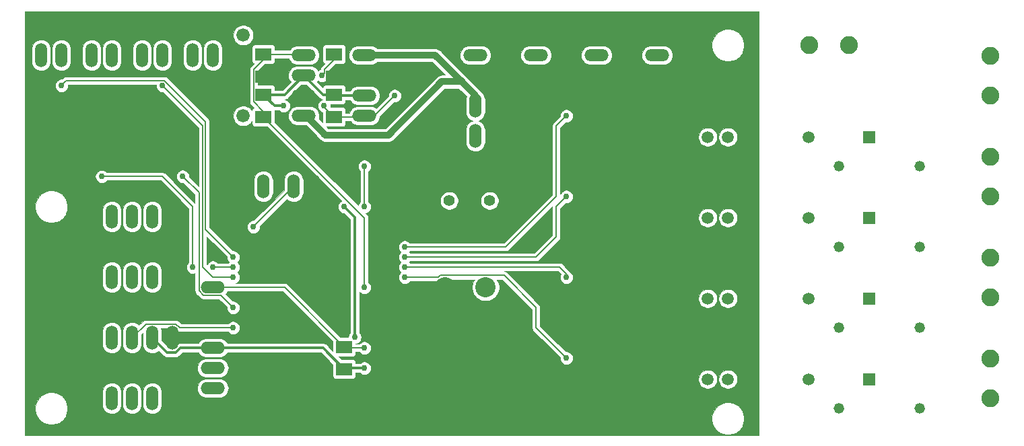
<source format=gbr>
%TF.GenerationSoftware,KiCad,Pcbnew,5.1.9-73d0e3b20d~88~ubuntu18.04.1*%
%TF.CreationDate,2021-01-30T02:03:27+01:00*%
%TF.ProjectId,terraesp,74657272-6165-4737-902e-6b696361645f,rev?*%
%TF.SameCoordinates,Original*%
%TF.FileFunction,Copper,L2,Bot*%
%TF.FilePolarity,Positive*%
%FSLAX46Y46*%
G04 Gerber Fmt 4.6, Leading zero omitted, Abs format (unit mm)*
G04 Created by KiCad (PCBNEW 5.1.9-73d0e3b20d~88~ubuntu18.04.1) date 2021-01-30 02:03:27*
%MOMM*%
%LPD*%
G01*
G04 APERTURE LIST*
%TA.AperFunction,ComponentPad*%
%ADD10R,1.508000X1.508000*%
%TD*%
%TA.AperFunction,ComponentPad*%
%ADD11C,1.508000*%
%TD*%
%TA.AperFunction,ComponentPad*%
%ADD12C,1.422400*%
%TD*%
%TA.AperFunction,ComponentPad*%
%ADD13C,2.250000*%
%TD*%
%TA.AperFunction,ComponentPad*%
%ADD14C,1.320800*%
%TD*%
%TA.AperFunction,ComponentPad*%
%ADD15O,3.048000X1.524000*%
%TD*%
%TA.AperFunction,SMDPad,CuDef*%
%ADD16R,2.000000X1.600000*%
%TD*%
%TA.AperFunction,ComponentPad*%
%ADD17O,1.524000X3.048000*%
%TD*%
%TA.AperFunction,ComponentPad*%
%ADD18C,2.540000*%
%TD*%
%TA.AperFunction,ComponentPad*%
%ADD19O,3.016000X1.508000*%
%TD*%
%TA.AperFunction,ComponentPad*%
%ADD20O,1.508000X3.016000*%
%TD*%
%TA.AperFunction,ComponentPad*%
%ADD21C,1.676400*%
%TD*%
%TA.AperFunction,ViaPad*%
%ADD22C,0.756400*%
%TD*%
%TA.AperFunction,ViaPad*%
%ADD23C,0.800000*%
%TD*%
%TA.AperFunction,Conductor*%
%ADD24C,0.152400*%
%TD*%
%TA.AperFunction,Conductor*%
%ADD25C,0.508000*%
%TD*%
%TA.AperFunction,Conductor*%
%ADD26C,0.812800*%
%TD*%
%TA.AperFunction,Conductor*%
%ADD27C,0.304800*%
%TD*%
%TA.AperFunction,Conductor*%
%ADD28C,0.076200*%
%TD*%
%TA.AperFunction,Conductor*%
%ADD29C,0.100000*%
%TD*%
G04 APERTURE END LIST*
D10*
%TO.P,K1,1*%
%TO.N,Net-(K1-Pad1)*%
X191691100Y-94173600D03*
D11*
%TO.P,K1,2*%
%TO.N,Net-(K1-Pad2)*%
X184071100Y-94173600D03*
%TO.P,K1,3*%
%TO.N,+5V*%
X173911100Y-94173600D03*
%TO.P,K1,4*%
%TO.N,Net-(K1-Pad4)*%
X171371100Y-94173600D03*
%TD*%
D12*
%TO.P,U$1,1*%
%TO.N,+12V*%
X138861100Y-102183600D03*
%TO.P,U$1,2*%
%TO.N,GND*%
X141401100Y-102183600D03*
%TO.P,U$1,3*%
%TO.N,+5V*%
X143941100Y-102183600D03*
%TD*%
D13*
%TO.P,SSR_0,1*%
%TO.N,Net-(K1-Pad1)*%
X206931100Y-83923600D03*
%TO.P,SSR_0,2*%
%TO.N,Net-(F1-Pad2)*%
X206931100Y-88923600D03*
%TD*%
%TO.P,SSR_IN1,1*%
%TO.N,Net-(F1-Pad1)*%
X189111100Y-82613600D03*
%TO.P,SSR_IN1,2*%
%TO.N,Net-(K1-Pad2)*%
X184111100Y-82613600D03*
%TD*%
D14*
%TO.P,F1,2*%
%TO.N,Net-(F1-Pad2)*%
X198041100Y-97853600D03*
%TO.P,F1,1*%
%TO.N,Net-(F1-Pad1)*%
X187881100Y-97853600D03*
%TD*%
D15*
%TO.P,EN1,2*%
%TO.N,GND*%
X109141100Y-115633600D03*
%TO.P,EN1,1*%
%TO.N,/EN*%
X109141100Y-113093600D03*
%TD*%
D16*
%TO.P,R5,2*%
%TO.N,/EN*%
X125651100Y-120583600D03*
%TO.P,R5,1*%
%TO.N,+3V3*%
X125651100Y-123383600D03*
%TD*%
D17*
%TO.P,BOOT1,2*%
%TO.N,GND*%
X121841100Y-100393600D03*
%TO.P,BOOT1,1*%
%TO.N,/BOOT*%
X119301100Y-100393600D03*
%TD*%
D18*
%TO.P,C1,-*%
%TO.N,GND*%
X138351100Y-113093600D03*
%TO.P,C1,+*%
%TO.N,+5V*%
X143431100Y-113093600D03*
%TD*%
D10*
%TO.P,K2,1*%
%TO.N,Net-(K2-Pad1)*%
X191691100Y-104333600D03*
D11*
%TO.P,K2,2*%
%TO.N,Net-(K1-Pad2)*%
X184071100Y-104333600D03*
%TO.P,K2,3*%
%TO.N,+5V*%
X173911100Y-104333600D03*
%TO.P,K2,4*%
%TO.N,Net-(K2-Pad4)*%
X171371100Y-104333600D03*
%TD*%
D13*
%TO.P,SSR_1,1*%
%TO.N,Net-(K2-Pad1)*%
X206931100Y-96623600D03*
%TO.P,SSR_1,2*%
%TO.N,Net-(F2-Pad2)*%
X206931100Y-101623600D03*
%TD*%
D14*
%TO.P,F2,2*%
%TO.N,Net-(F2-Pad2)*%
X198041100Y-108013600D03*
%TO.P,F2,1*%
%TO.N,Net-(F1-Pad1)*%
X187881100Y-108013600D03*
%TD*%
D10*
%TO.P,K3,1*%
%TO.N,Net-(K3-Pad1)*%
X191691100Y-114493600D03*
D11*
%TO.P,K3,2*%
%TO.N,Net-(K1-Pad2)*%
X184071100Y-114493600D03*
%TO.P,K3,3*%
%TO.N,+5V*%
X173911100Y-114493600D03*
%TO.P,K3,4*%
%TO.N,Net-(K3-Pad4)*%
X171371100Y-114493600D03*
%TD*%
D13*
%TO.P,SSR_2,1*%
%TO.N,Net-(K3-Pad1)*%
X206931100Y-109323600D03*
%TO.P,SSR_2,2*%
%TO.N,Net-(F3-Pad2)*%
X206931100Y-114323600D03*
%TD*%
D14*
%TO.P,F3,2*%
%TO.N,Net-(F3-Pad2)*%
X198041100Y-118173600D03*
%TO.P,F3,1*%
%TO.N,Net-(F1-Pad1)*%
X187881100Y-118173600D03*
%TD*%
D10*
%TO.P,K4,1*%
%TO.N,Net-(K4-Pad1)*%
X191691100Y-124653600D03*
D11*
%TO.P,K4,2*%
%TO.N,Net-(K1-Pad2)*%
X184071100Y-124653600D03*
%TO.P,K4,3*%
%TO.N,+5V*%
X173911100Y-124653600D03*
%TO.P,K4,4*%
%TO.N,Net-(K4-Pad4)*%
X171371100Y-124653600D03*
%TD*%
D13*
%TO.P,SSR_3,1*%
%TO.N,Net-(K4-Pad1)*%
X206931100Y-122023600D03*
%TO.P,SSR_3,2*%
%TO.N,Net-(F4-Pad2)*%
X206931100Y-127023600D03*
%TD*%
D14*
%TO.P,F4,2*%
%TO.N,Net-(F4-Pad2)*%
X198041100Y-128333600D03*
%TO.P,F4,1*%
%TO.N,Net-(F1-Pad1)*%
X187881100Y-128333600D03*
%TD*%
D19*
%TO.P,X1,2*%
%TO.N,GND*%
X165021100Y-81343600D03*
%TO.P,X1,1*%
%TO.N,+12V*%
X165021100Y-83883600D03*
%TD*%
%TO.P,X2,2*%
%TO.N,GND*%
X157401100Y-81343600D03*
%TO.P,X2,1*%
%TO.N,+12V*%
X157401100Y-83883600D03*
%TD*%
%TO.P,X3,2*%
%TO.N,GND*%
X149781100Y-81343600D03*
%TO.P,X3,1*%
%TO.N,+12V*%
X149781100Y-83883600D03*
%TD*%
%TO.P,+12V-1,2*%
%TO.N,GND*%
X142161100Y-81343600D03*
%TO.P,+12V-1,1*%
%TO.N,+12V*%
X142161100Y-83883600D03*
%TD*%
D20*
%TO.P,I2C1,4*%
%TO.N,GND*%
X104061100Y-104203600D03*
%TO.P,I2C1,3*%
%TO.N,+3V3*%
X101521100Y-104203600D03*
%TO.P,I2C1,2*%
%TO.N,/SDA0*%
X98981100Y-104203600D03*
%TO.P,I2C1,1*%
%TO.N,/SCL0*%
X96441100Y-104203600D03*
%TD*%
%TO.P,X6,4*%
%TO.N,GND*%
X104061100Y-111823600D03*
%TO.P,X6,3*%
%TO.N,+3V3*%
X101521100Y-111823600D03*
%TO.P,X6,2*%
%TO.N,/SDA0*%
X98981100Y-111823600D03*
%TO.P,X6,1*%
%TO.N,/SCL0*%
X96441100Y-111823600D03*
%TD*%
%TO.P,X7,4*%
%TO.N,GND*%
X104061100Y-119443600D03*
%TO.P,X7,3*%
%TO.N,+3V3*%
X101521100Y-119443600D03*
%TO.P,X7,2*%
%TO.N,/SDA0*%
X98981100Y-119443600D03*
%TO.P,X7,1*%
%TO.N,/SCL0*%
X96441100Y-119443600D03*
%TD*%
%TO.P,X8,4*%
%TO.N,GND*%
X104061100Y-127063600D03*
%TO.P,X8,3*%
%TO.N,+3V3*%
X101521100Y-127063600D03*
%TO.P,X8,2*%
%TO.N,/SDA0*%
X98981100Y-127063600D03*
%TO.P,X8,1*%
%TO.N,/SCL0*%
X96441100Y-127063600D03*
%TD*%
D19*
%TO.P,A0,4*%
%TO.N,+5V*%
X128191100Y-83883600D03*
%TO.P,A0,3*%
%TO.N,GND*%
X128191100Y-86423600D03*
%TO.P,A0,2*%
%TO.N,+3V3*%
X128191100Y-88963600D03*
%TO.P,A0,1*%
%TO.N,/IO_A0*%
X128191100Y-91503600D03*
%TD*%
D16*
%TO.P,R15,2*%
%TO.N,/IO_A0*%
X124381100Y-91633600D03*
%TO.P,R15,1*%
%TO.N,+3V3*%
X124381100Y-88833600D03*
%TD*%
%TO.P,R16,2*%
%TO.N,/IO_A0*%
X124381100Y-83753600D03*
%TO.P,R16,1*%
%TO.N,GND*%
X124381100Y-86553600D03*
%TD*%
D19*
%TO.P,A1,4*%
%TO.N,+5V*%
X120571100Y-91503600D03*
%TO.P,A1,3*%
%TO.N,GND*%
X120571100Y-88963600D03*
%TO.P,A1,2*%
%TO.N,+3V3*%
X120571100Y-86423600D03*
%TO.P,A1,1*%
%TO.N,/IO_A1*%
X120571100Y-83883600D03*
%TD*%
D16*
%TO.P,R17,2*%
%TO.N,/IO_A1*%
X115491100Y-91633600D03*
%TO.P,R17,1*%
%TO.N,+3V3*%
X115491100Y-88833600D03*
%TD*%
%TO.P,R18,2*%
%TO.N,/IO_A1*%
X115491100Y-83753600D03*
%TO.P,R18,1*%
%TO.N,GND*%
X115491100Y-86553600D03*
%TD*%
D17*
%TO.P,CON0_5V1,2*%
%TO.N,GND*%
X139621100Y-94043600D03*
%TO.P,CON0_5V1,1*%
%TO.N,+5V*%
X142161100Y-94043600D03*
%TD*%
%TO.P,-5V+1,2*%
%TO.N,GND*%
X139621100Y-90233600D03*
%TO.P,-5V+1,1*%
%TO.N,+5V*%
X142161100Y-90233600D03*
%TD*%
%TO.P,OTA1,2*%
%TO.N,GND*%
X112951100Y-100393600D03*
%TO.P,OTA1,1*%
%TO.N,/IO_OTA*%
X115491100Y-100393600D03*
%TD*%
D20*
%TO.P,PWM0,2*%
%TO.N,+12V*%
X87551100Y-83883600D03*
%TO.P,PWM0,1*%
%TO.N,Net-(PWM0-Pad1)*%
X90091100Y-83883600D03*
%TD*%
%TO.P,PWM1,2*%
%TO.N,+12V*%
X93901100Y-83883600D03*
%TO.P,PWM1,1*%
%TO.N,Net-(PWM1-Pad1)*%
X96441100Y-83883600D03*
%TD*%
%TO.P,PWM2,2*%
%TO.N,+12V*%
X100251100Y-83883600D03*
%TO.P,PWM2,1*%
%TO.N,Net-(PWM2-Pad1)*%
X102791100Y-83883600D03*
%TD*%
%TO.P,PWM3,2*%
%TO.N,+12V*%
X106601100Y-83883600D03*
%TO.P,PWM3,1*%
%TO.N,Net-(PWM3-Pad1)*%
X109141100Y-83883600D03*
%TD*%
D15*
%TO.P,UART0,4*%
%TO.N,+3V3*%
X109141100Y-120713600D03*
%TO.P,UART0,3*%
%TO.N,/RX0*%
X109141100Y-123253600D03*
%TO.P,UART0,2*%
%TO.N,/TX0*%
X109141100Y-125793600D03*
%TO.P,UART0,1*%
%TO.N,GND*%
X109141100Y-128333600D03*
%TD*%
D21*
%TO.P,D2,C*%
%TO.N,+12V*%
X112951100Y-81343600D03*
%TO.P,D2,A*%
%TO.N,Net-(D2-PadA)*%
X112951100Y-91503600D03*
%TD*%
D22*
%TO.N,GND*%
X118031100Y-86423600D03*
D23*
X148844000Y-107442000D03*
X149606000Y-106426000D03*
X150622000Y-105410000D03*
X109220000Y-108712000D03*
X142240000Y-78994000D03*
X143510000Y-78994000D03*
X145034000Y-78994000D03*
D22*
%TO.N,+3V3*%
X128191100Y-123253600D03*
X125651100Y-102933600D03*
X126991290Y-119373410D03*
X118031100Y-90233600D03*
%TO.N,/SDA0*%
X111681100Y-118173600D03*
%TO.N,/PWM3*%
X105331100Y-99123600D03*
X111681100Y-115633600D03*
%TO.N,/PWM2*%
X102791100Y-87693600D03*
X111681100Y-111823600D03*
%TO.N,/PWM1*%
X95165684Y-99129016D03*
X106601100Y-110553600D03*
X109141100Y-110553600D03*
X111681100Y-110553600D03*
%TO.N,/PWM0*%
X90091100Y-87693600D03*
X111681100Y-109283600D03*
%TO.N,/BOOT*%
X114221100Y-105473600D03*
%TO.N,/IO_STATUS*%
X128191100Y-97853600D03*
X128191100Y-102933600D03*
%TO.N,/IO_SSR0*%
X153591100Y-91503600D03*
X133271100Y-108013600D03*
%TO.N,/IO_SSR1*%
X133271100Y-109283600D03*
X153591100Y-101663600D03*
%TO.N,/IO_SSR2*%
X133271100Y-110553600D03*
X153591100Y-111823600D03*
%TO.N,/IO_SSR3*%
X133271100Y-111823600D03*
X153591100Y-121983600D03*
%TO.N,/IO_A1*%
X128191100Y-113093600D03*
%TO.N,/IO_A0*%
X123111100Y-90233600D03*
X122850500Y-86423600D03*
X132001100Y-88963600D03*
%TO.N,/EN*%
X128191100Y-120713600D03*
%TD*%
D24*
%TO.N,GND*%
X124381100Y-86553600D02*
X128061100Y-86553600D01*
X128061100Y-86553600D02*
X128191100Y-86423600D01*
X115491100Y-86553600D02*
X115621100Y-86423600D01*
X115621100Y-86423600D02*
X118031100Y-86423600D01*
D25*
X107871100Y-115633600D02*
X109141100Y-115633600D01*
D26*
%TO.N,+5V*%
X140408500Y-87211000D02*
X137081100Y-83883600D01*
X137081100Y-83883600D02*
X128191100Y-83883600D01*
X120571100Y-91503600D02*
X120857812Y-91503600D01*
X120857812Y-91503600D02*
X123286412Y-93932200D01*
X137940775Y-87211000D02*
X140408500Y-87211000D01*
X142161100Y-88963600D02*
X140408500Y-87211000D01*
X142161100Y-88963600D02*
X142161100Y-90233600D01*
X123286412Y-93932200D02*
X131219575Y-93932200D01*
X131219575Y-93932200D02*
X137940775Y-87211000D01*
D27*
%TO.N,+3V3*%
X115491100Y-88833600D02*
X118161100Y-88833600D01*
X118161100Y-88833600D02*
X120571100Y-86423600D01*
X128191100Y-88963600D02*
X124511100Y-88963600D01*
X124511100Y-88963600D02*
X124381100Y-88833600D01*
X124381100Y-88833600D02*
X122981100Y-88833600D01*
X122981100Y-88833600D02*
X120571100Y-86423600D01*
X125781100Y-123253600D02*
X128191100Y-123253600D01*
X126991290Y-104273791D02*
X125651100Y-102933600D01*
X126991290Y-104273791D02*
X126991290Y-119373410D01*
X118031100Y-90233600D02*
X116891100Y-90233600D01*
X116891100Y-90233600D02*
X115491100Y-88833600D01*
X109141100Y-120713600D02*
X122981100Y-120713600D01*
X122981100Y-120713600D02*
X125651100Y-123383600D01*
X125651100Y-123383600D02*
X125781100Y-123253600D01*
X109141100Y-120713600D02*
X105042475Y-120713600D01*
X105042475Y-120713600D02*
X104499675Y-121256400D01*
X104499675Y-121256400D02*
X103333900Y-121256400D01*
X103333900Y-121256400D02*
X101521100Y-119443600D01*
D24*
%TO.N,/SDA0*%
X111681100Y-118173600D02*
X104934706Y-118173600D01*
X104934706Y-118173600D02*
X104468106Y-117707000D01*
X104468106Y-117707000D02*
X100717700Y-117707000D01*
X100717700Y-117707000D02*
X98981100Y-119443600D01*
%TO.N,/PWM3*%
X107388500Y-113503925D02*
X107968775Y-114084200D01*
X107968775Y-114084200D02*
X110131700Y-114084200D01*
X110131700Y-114084200D02*
X111681100Y-115633600D01*
X105331100Y-99123600D02*
X107388500Y-101181000D01*
X107388500Y-101181000D02*
X107388500Y-113503925D01*
%TO.N,/PWM2*%
X107871100Y-92773600D02*
X102791100Y-87693600D01*
X107871100Y-92773600D02*
X107871100Y-110553600D01*
X107871100Y-110553600D02*
X109141100Y-111823600D01*
X109141100Y-111823600D02*
X111681100Y-111823600D01*
%TO.N,/PWM1*%
X106601100Y-102944432D02*
X106601100Y-110553600D01*
X95165684Y-99129016D02*
X102785684Y-99129016D01*
X106601100Y-102944432D02*
X102785684Y-99129016D01*
X109141100Y-110553600D02*
X111681100Y-110553600D01*
%TO.N,/PWM0*%
X108175900Y-105778400D02*
X111681100Y-109283600D01*
X103042450Y-87086800D02*
X108175900Y-92220250D01*
X108175900Y-92220250D02*
X108175900Y-105778400D01*
X90091100Y-87693600D02*
X90697900Y-87086800D01*
X90697900Y-87086800D02*
X103042450Y-87086800D01*
%TO.N,/BOOT*%
X114221100Y-105473600D02*
X119301100Y-100393600D01*
%TO.N,/IO_STATUS*%
X128191100Y-102933600D02*
X128191100Y-97853600D01*
%TO.N,/IO_SSR0*%
X133271100Y-108013600D02*
X145971100Y-108013600D01*
X145971100Y-108013600D02*
X152321100Y-101663600D01*
X152321100Y-92773600D02*
X153591100Y-91503600D01*
X152321100Y-92773600D02*
X152321100Y-101663600D01*
%TO.N,/IO_SSR1*%
X153591100Y-101663600D02*
X152321100Y-102933600D01*
X152321100Y-106743600D02*
X152321100Y-102933600D01*
X133271100Y-109283600D02*
X149781100Y-109283600D01*
X149781100Y-109283600D02*
X152321100Y-106743600D01*
%TO.N,/IO_SSR2*%
X153591100Y-111823600D02*
X153591100Y-111392538D01*
X153591100Y-111392538D02*
X152752159Y-110553600D01*
X133271100Y-110553600D02*
X152752159Y-110553600D01*
%TO.N,/IO_SSR3*%
X149781100Y-115633600D02*
X149781100Y-118173600D01*
X149781100Y-118173600D02*
X153591100Y-121983600D01*
X133271100Y-111823600D02*
X137501756Y-111823600D01*
X137501756Y-111823600D02*
X137730356Y-111595000D01*
X137730356Y-111595000D02*
X145742500Y-111595000D01*
X145742500Y-111595000D02*
X149781100Y-115633600D01*
%TO.N,/IO_A1*%
X115491100Y-91633600D02*
X115491100Y-90956888D01*
X115491100Y-84430313D02*
X115491100Y-83753600D01*
X115491100Y-90956888D02*
X114262500Y-89728288D01*
X114262500Y-85658913D02*
X115491100Y-84430313D01*
X114262500Y-89728288D02*
X114262500Y-85658913D01*
X115491100Y-83753600D02*
X120441100Y-83753600D01*
X120441100Y-83753600D02*
X120571100Y-83883600D01*
X115491100Y-91633600D02*
X128191100Y-104333600D01*
X128191100Y-104333600D02*
X128191100Y-113093600D01*
%TO.N,/IO_A0*%
X128191100Y-91503600D02*
X128061100Y-91633600D01*
X128061100Y-91633600D02*
X124381100Y-91633600D01*
X124381100Y-91633600D02*
X123111100Y-90363600D01*
X123111100Y-90363600D02*
X123111100Y-90233600D01*
X122850500Y-86423600D02*
X123152500Y-86121600D01*
X123152500Y-86121600D02*
X123152500Y-85658913D01*
X124381100Y-84430313D02*
X124381100Y-83753600D01*
X123152500Y-85658913D02*
X124381100Y-84430313D01*
X129461100Y-91503600D02*
X128191100Y-91503600D01*
X129461100Y-91503600D02*
X132001100Y-88963600D01*
%TO.N,/EN*%
X125651100Y-120583600D02*
X125781100Y-120713600D01*
X125781100Y-120713600D02*
X128191100Y-120713600D01*
X109141100Y-113093600D02*
X118161100Y-113093600D01*
X118161100Y-113093600D02*
X125651100Y-120583600D01*
%TD*%
D28*
%TO.N,GND*%
X177761900Y-131674100D02*
X85480600Y-131674100D01*
X85480600Y-128132234D01*
X86776600Y-128132234D01*
X86776600Y-128534966D01*
X86855169Y-128929959D01*
X87009288Y-129302034D01*
X87233034Y-129636892D01*
X87517808Y-129921666D01*
X87852666Y-130145412D01*
X88224741Y-130299531D01*
X88619734Y-130378100D01*
X89022466Y-130378100D01*
X89417459Y-130299531D01*
X89789534Y-130145412D01*
X90124392Y-129921666D01*
X90409166Y-129636892D01*
X90565960Y-129402234D01*
X171866600Y-129402234D01*
X171866600Y-129804966D01*
X171945169Y-130199959D01*
X172099288Y-130572034D01*
X172323034Y-130906892D01*
X172607808Y-131191666D01*
X172942666Y-131415412D01*
X173314741Y-131569531D01*
X173709734Y-131648100D01*
X174112466Y-131648100D01*
X174507459Y-131569531D01*
X174879534Y-131415412D01*
X175214392Y-131191666D01*
X175499166Y-130906892D01*
X175722912Y-130572034D01*
X175877031Y-130199959D01*
X175955600Y-129804966D01*
X175955600Y-129402234D01*
X175877031Y-129007241D01*
X175722912Y-128635166D01*
X175499166Y-128300308D01*
X175214392Y-128015534D01*
X174879534Y-127791788D01*
X174507459Y-127637669D01*
X174112466Y-127559100D01*
X173709734Y-127559100D01*
X173314741Y-127637669D01*
X172942666Y-127791788D01*
X172607808Y-128015534D01*
X172323034Y-128300308D01*
X172099288Y-128635166D01*
X171945169Y-129007241D01*
X171866600Y-129402234D01*
X90565960Y-129402234D01*
X90632912Y-129302034D01*
X90787031Y-128929959D01*
X90865600Y-128534966D01*
X90865600Y-128132234D01*
X90787031Y-127737241D01*
X90632912Y-127365166D01*
X90409166Y-127030308D01*
X90124392Y-126745534D01*
X89789534Y-126521788D01*
X89417459Y-126367669D01*
X89022466Y-126289100D01*
X88619734Y-126289100D01*
X88224741Y-126367669D01*
X87852666Y-126521788D01*
X87517808Y-126745534D01*
X87233034Y-127030308D01*
X87009288Y-127365166D01*
X86855169Y-127737241D01*
X86776600Y-128132234D01*
X85480600Y-128132234D01*
X85480600Y-126250722D01*
X95242600Y-126250722D01*
X95242600Y-127876479D01*
X95259941Y-128052547D01*
X95328474Y-128278465D01*
X95439763Y-128486673D01*
X95589533Y-128669168D01*
X95772028Y-128818938D01*
X95980236Y-128930227D01*
X96206154Y-128998759D01*
X96441100Y-129021899D01*
X96676047Y-128998759D01*
X96901965Y-128930227D01*
X97110173Y-128818938D01*
X97292668Y-128669168D01*
X97442438Y-128486673D01*
X97553727Y-128278465D01*
X97622259Y-128052547D01*
X97639600Y-127876479D01*
X97639600Y-126250722D01*
X97782600Y-126250722D01*
X97782600Y-127876479D01*
X97799941Y-128052547D01*
X97868474Y-128278465D01*
X97979763Y-128486673D01*
X98129533Y-128669168D01*
X98312028Y-128818938D01*
X98520236Y-128930227D01*
X98746154Y-128998759D01*
X98981100Y-129021899D01*
X99216047Y-128998759D01*
X99441965Y-128930227D01*
X99650173Y-128818938D01*
X99832668Y-128669168D01*
X99982438Y-128486673D01*
X100093727Y-128278465D01*
X100162259Y-128052547D01*
X100179600Y-127876479D01*
X100179600Y-126250722D01*
X100322600Y-126250722D01*
X100322600Y-127876479D01*
X100339941Y-128052547D01*
X100408474Y-128278465D01*
X100519763Y-128486673D01*
X100669533Y-128669168D01*
X100852028Y-128818938D01*
X101060236Y-128930227D01*
X101286154Y-128998759D01*
X101521100Y-129021899D01*
X101756047Y-128998759D01*
X101981965Y-128930227D01*
X102190173Y-128818938D01*
X102372668Y-128669168D01*
X102522438Y-128486673D01*
X102633727Y-128278465D01*
X102702259Y-128052547D01*
X102719600Y-127876479D01*
X102719600Y-126250721D01*
X102702259Y-126074653D01*
X102633727Y-125848735D01*
X102604257Y-125793600D01*
X107166763Y-125793600D01*
X107190058Y-126030115D01*
X107259047Y-126257541D01*
X107371079Y-126467138D01*
X107521848Y-126650852D01*
X107705562Y-126801621D01*
X107915159Y-126913653D01*
X108142585Y-126982642D01*
X108319837Y-127000100D01*
X109962363Y-127000100D01*
X110139615Y-126982642D01*
X110367041Y-126913653D01*
X110576638Y-126801621D01*
X110760352Y-126650852D01*
X110911121Y-126467138D01*
X111023153Y-126257541D01*
X111092142Y-126030115D01*
X111115437Y-125793600D01*
X111092142Y-125557085D01*
X111023153Y-125329659D01*
X110911121Y-125120062D01*
X110760352Y-124936348D01*
X110576638Y-124785579D01*
X110367041Y-124673547D01*
X110139615Y-124604558D01*
X109962363Y-124587100D01*
X108319837Y-124587100D01*
X108142585Y-124604558D01*
X107915159Y-124673547D01*
X107705562Y-124785579D01*
X107521848Y-124936348D01*
X107371079Y-125120062D01*
X107259047Y-125329659D01*
X107190058Y-125557085D01*
X107166763Y-125793600D01*
X102604257Y-125793600D01*
X102522438Y-125640527D01*
X102372668Y-125458032D01*
X102190172Y-125308262D01*
X101981964Y-125196973D01*
X101756046Y-125128441D01*
X101521100Y-125105301D01*
X101286153Y-125128441D01*
X101060235Y-125196973D01*
X100852027Y-125308262D01*
X100669532Y-125458032D01*
X100519762Y-125640528D01*
X100408473Y-125848736D01*
X100339941Y-126074654D01*
X100322600Y-126250722D01*
X100179600Y-126250722D01*
X100179600Y-126250721D01*
X100162259Y-126074653D01*
X100093727Y-125848735D01*
X99982438Y-125640527D01*
X99832668Y-125458032D01*
X99650172Y-125308262D01*
X99441964Y-125196973D01*
X99216046Y-125128441D01*
X98981100Y-125105301D01*
X98746153Y-125128441D01*
X98520235Y-125196973D01*
X98312027Y-125308262D01*
X98129532Y-125458032D01*
X97979762Y-125640528D01*
X97868473Y-125848736D01*
X97799941Y-126074654D01*
X97782600Y-126250722D01*
X97639600Y-126250722D01*
X97639600Y-126250721D01*
X97622259Y-126074653D01*
X97553727Y-125848735D01*
X97442438Y-125640527D01*
X97292668Y-125458032D01*
X97110172Y-125308262D01*
X96901964Y-125196973D01*
X96676046Y-125128441D01*
X96441100Y-125105301D01*
X96206153Y-125128441D01*
X95980235Y-125196973D01*
X95772027Y-125308262D01*
X95589532Y-125458032D01*
X95439762Y-125640528D01*
X95328473Y-125848736D01*
X95259941Y-126074654D01*
X95242600Y-126250722D01*
X85480600Y-126250722D01*
X85480600Y-123253600D01*
X107166763Y-123253600D01*
X107190058Y-123490115D01*
X107259047Y-123717541D01*
X107371079Y-123927138D01*
X107521848Y-124110852D01*
X107705562Y-124261621D01*
X107915159Y-124373653D01*
X108142585Y-124442642D01*
X108319837Y-124460100D01*
X109962363Y-124460100D01*
X110139615Y-124442642D01*
X110367041Y-124373653D01*
X110576638Y-124261621D01*
X110760352Y-124110852D01*
X110911121Y-123927138D01*
X111023153Y-123717541D01*
X111092142Y-123490115D01*
X111115437Y-123253600D01*
X111092142Y-123017085D01*
X111023153Y-122789659D01*
X110911121Y-122580062D01*
X110760352Y-122396348D01*
X110576638Y-122245579D01*
X110367041Y-122133547D01*
X110139615Y-122064558D01*
X109962363Y-122047100D01*
X108319837Y-122047100D01*
X108142585Y-122064558D01*
X107915159Y-122133547D01*
X107705562Y-122245579D01*
X107521848Y-122396348D01*
X107371079Y-122580062D01*
X107259047Y-122789659D01*
X107190058Y-123017085D01*
X107166763Y-123253600D01*
X85480600Y-123253600D01*
X85480600Y-118630722D01*
X95242600Y-118630722D01*
X95242600Y-120256479D01*
X95259941Y-120432547D01*
X95328474Y-120658465D01*
X95439763Y-120866673D01*
X95589533Y-121049168D01*
X95772028Y-121198938D01*
X95980236Y-121310227D01*
X96206154Y-121378759D01*
X96441100Y-121401899D01*
X96676047Y-121378759D01*
X96901965Y-121310227D01*
X97110173Y-121198938D01*
X97292668Y-121049168D01*
X97442438Y-120866673D01*
X97553727Y-120658465D01*
X97622259Y-120432547D01*
X97639600Y-120256479D01*
X97639600Y-118630721D01*
X97622259Y-118454653D01*
X97553727Y-118228735D01*
X97442438Y-118020527D01*
X97292668Y-117838032D01*
X97110172Y-117688262D01*
X96901964Y-117576973D01*
X96676046Y-117508441D01*
X96441100Y-117485301D01*
X96206153Y-117508441D01*
X95980235Y-117576973D01*
X95772027Y-117688262D01*
X95589532Y-117838032D01*
X95439762Y-118020528D01*
X95328473Y-118228736D01*
X95259941Y-118454654D01*
X95242600Y-118630722D01*
X85480600Y-118630722D01*
X85480600Y-111010722D01*
X95242600Y-111010722D01*
X95242600Y-112636479D01*
X95259941Y-112812547D01*
X95328474Y-113038465D01*
X95439763Y-113246673D01*
X95589533Y-113429168D01*
X95772028Y-113578938D01*
X95980236Y-113690227D01*
X96206154Y-113758759D01*
X96441100Y-113781899D01*
X96676047Y-113758759D01*
X96901965Y-113690227D01*
X97110173Y-113578938D01*
X97292668Y-113429168D01*
X97442438Y-113246673D01*
X97553727Y-113038465D01*
X97622259Y-112812547D01*
X97639600Y-112636479D01*
X97639600Y-111010722D01*
X97782600Y-111010722D01*
X97782600Y-112636479D01*
X97799941Y-112812547D01*
X97868474Y-113038465D01*
X97979763Y-113246673D01*
X98129533Y-113429168D01*
X98312028Y-113578938D01*
X98520236Y-113690227D01*
X98746154Y-113758759D01*
X98981100Y-113781899D01*
X99216047Y-113758759D01*
X99441965Y-113690227D01*
X99650173Y-113578938D01*
X99832668Y-113429168D01*
X99982438Y-113246673D01*
X100093727Y-113038465D01*
X100162259Y-112812547D01*
X100179600Y-112636479D01*
X100179600Y-111010722D01*
X100322600Y-111010722D01*
X100322600Y-112636479D01*
X100339941Y-112812547D01*
X100408474Y-113038465D01*
X100519763Y-113246673D01*
X100669533Y-113429168D01*
X100852028Y-113578938D01*
X101060236Y-113690227D01*
X101286154Y-113758759D01*
X101521100Y-113781899D01*
X101756047Y-113758759D01*
X101981965Y-113690227D01*
X102190173Y-113578938D01*
X102372668Y-113429168D01*
X102522438Y-113246673D01*
X102633727Y-113038465D01*
X102702259Y-112812547D01*
X102719600Y-112636479D01*
X102719600Y-111010721D01*
X102702259Y-110834653D01*
X102633727Y-110608735D01*
X102522438Y-110400527D01*
X102372668Y-110218032D01*
X102190172Y-110068262D01*
X101981964Y-109956973D01*
X101756046Y-109888441D01*
X101521100Y-109865301D01*
X101286153Y-109888441D01*
X101060235Y-109956973D01*
X100852027Y-110068262D01*
X100669532Y-110218032D01*
X100519762Y-110400528D01*
X100408473Y-110608736D01*
X100339941Y-110834654D01*
X100322600Y-111010722D01*
X100179600Y-111010722D01*
X100179600Y-111010721D01*
X100162259Y-110834653D01*
X100093727Y-110608735D01*
X99982438Y-110400527D01*
X99832668Y-110218032D01*
X99650172Y-110068262D01*
X99441964Y-109956973D01*
X99216046Y-109888441D01*
X98981100Y-109865301D01*
X98746153Y-109888441D01*
X98520235Y-109956973D01*
X98312027Y-110068262D01*
X98129532Y-110218032D01*
X97979762Y-110400528D01*
X97868473Y-110608736D01*
X97799941Y-110834654D01*
X97782600Y-111010722D01*
X97639600Y-111010722D01*
X97639600Y-111010721D01*
X97622259Y-110834653D01*
X97553727Y-110608735D01*
X97442438Y-110400527D01*
X97292668Y-110218032D01*
X97110172Y-110068262D01*
X96901964Y-109956973D01*
X96676046Y-109888441D01*
X96441100Y-109865301D01*
X96206153Y-109888441D01*
X95980235Y-109956973D01*
X95772027Y-110068262D01*
X95589532Y-110218032D01*
X95439762Y-110400528D01*
X95328473Y-110608736D01*
X95259941Y-110834654D01*
X95242600Y-111010722D01*
X85480600Y-111010722D01*
X85480600Y-102732234D01*
X86776600Y-102732234D01*
X86776600Y-103134966D01*
X86855169Y-103529959D01*
X87009288Y-103902034D01*
X87233034Y-104236892D01*
X87517808Y-104521666D01*
X87852666Y-104745412D01*
X88224741Y-104899531D01*
X88619734Y-104978100D01*
X89022466Y-104978100D01*
X89417459Y-104899531D01*
X89789534Y-104745412D01*
X90124392Y-104521666D01*
X90409166Y-104236892D01*
X90632912Y-103902034D01*
X90787031Y-103529959D01*
X90814726Y-103390722D01*
X95242600Y-103390722D01*
X95242600Y-105016479D01*
X95259941Y-105192547D01*
X95328474Y-105418465D01*
X95439763Y-105626673D01*
X95589533Y-105809168D01*
X95772028Y-105958938D01*
X95980236Y-106070227D01*
X96206154Y-106138759D01*
X96441100Y-106161899D01*
X96676047Y-106138759D01*
X96901965Y-106070227D01*
X97110173Y-105958938D01*
X97292668Y-105809168D01*
X97442438Y-105626673D01*
X97553727Y-105418465D01*
X97622259Y-105192547D01*
X97639600Y-105016479D01*
X97639600Y-103390722D01*
X97782600Y-103390722D01*
X97782600Y-105016479D01*
X97799941Y-105192547D01*
X97868474Y-105418465D01*
X97979763Y-105626673D01*
X98129533Y-105809168D01*
X98312028Y-105958938D01*
X98520236Y-106070227D01*
X98746154Y-106138759D01*
X98981100Y-106161899D01*
X99216047Y-106138759D01*
X99441965Y-106070227D01*
X99650173Y-105958938D01*
X99832668Y-105809168D01*
X99982438Y-105626673D01*
X100093727Y-105418465D01*
X100162259Y-105192547D01*
X100179600Y-105016479D01*
X100179600Y-103390722D01*
X100322600Y-103390722D01*
X100322600Y-105016479D01*
X100339941Y-105192547D01*
X100408474Y-105418465D01*
X100519763Y-105626673D01*
X100669533Y-105809168D01*
X100852028Y-105958938D01*
X101060236Y-106070227D01*
X101286154Y-106138759D01*
X101521100Y-106161899D01*
X101756047Y-106138759D01*
X101981965Y-106070227D01*
X102190173Y-105958938D01*
X102372668Y-105809168D01*
X102522438Y-105626673D01*
X102633727Y-105418465D01*
X102702259Y-105192547D01*
X102719600Y-105016479D01*
X102719600Y-103390721D01*
X102702259Y-103214653D01*
X102633727Y-102988735D01*
X102522438Y-102780527D01*
X102372668Y-102598032D01*
X102190172Y-102448262D01*
X101981964Y-102336973D01*
X101756046Y-102268441D01*
X101521100Y-102245301D01*
X101286153Y-102268441D01*
X101060235Y-102336973D01*
X100852027Y-102448262D01*
X100669532Y-102598032D01*
X100519762Y-102780528D01*
X100408473Y-102988736D01*
X100339941Y-103214654D01*
X100322600Y-103390722D01*
X100179600Y-103390722D01*
X100179600Y-103390721D01*
X100162259Y-103214653D01*
X100093727Y-102988735D01*
X99982438Y-102780527D01*
X99832668Y-102598032D01*
X99650172Y-102448262D01*
X99441964Y-102336973D01*
X99216046Y-102268441D01*
X98981100Y-102245301D01*
X98746153Y-102268441D01*
X98520235Y-102336973D01*
X98312027Y-102448262D01*
X98129532Y-102598032D01*
X97979762Y-102780528D01*
X97868473Y-102988736D01*
X97799941Y-103214654D01*
X97782600Y-103390722D01*
X97639600Y-103390722D01*
X97639600Y-103390721D01*
X97622259Y-103214653D01*
X97553727Y-102988735D01*
X97442438Y-102780527D01*
X97292668Y-102598032D01*
X97110172Y-102448262D01*
X96901964Y-102336973D01*
X96676046Y-102268441D01*
X96441100Y-102245301D01*
X96206153Y-102268441D01*
X95980235Y-102336973D01*
X95772027Y-102448262D01*
X95589532Y-102598032D01*
X95439762Y-102780528D01*
X95328473Y-102988736D01*
X95259941Y-103214654D01*
X95242600Y-103390722D01*
X90814726Y-103390722D01*
X90865600Y-103134966D01*
X90865600Y-102732234D01*
X90787031Y-102337241D01*
X90632912Y-101965166D01*
X90409166Y-101630308D01*
X90124392Y-101345534D01*
X89789534Y-101121788D01*
X89417459Y-100967669D01*
X89022466Y-100889100D01*
X88619734Y-100889100D01*
X88224741Y-100967669D01*
X87852666Y-101121788D01*
X87517808Y-101345534D01*
X87233034Y-101630308D01*
X87009288Y-101965166D01*
X86855169Y-102337241D01*
X86776600Y-102732234D01*
X85480600Y-102732234D01*
X85480600Y-87612571D01*
X89268400Y-87612571D01*
X89268400Y-87774629D01*
X89300016Y-87933573D01*
X89362032Y-88083295D01*
X89452067Y-88218041D01*
X89566659Y-88332633D01*
X89701405Y-88422668D01*
X89851127Y-88484684D01*
X90010071Y-88516300D01*
X90172129Y-88516300D01*
X90331073Y-88484684D01*
X90480795Y-88422668D01*
X90615541Y-88332633D01*
X90730133Y-88218041D01*
X90820168Y-88083295D01*
X90882184Y-87933573D01*
X90913800Y-87774629D01*
X90913800Y-87612571D01*
X90912922Y-87608158D01*
X90913581Y-87607500D01*
X101969409Y-87607500D01*
X101968400Y-87612571D01*
X101968400Y-87774629D01*
X102000016Y-87933573D01*
X102062032Y-88083295D01*
X102152067Y-88218041D01*
X102266659Y-88332633D01*
X102401405Y-88422668D01*
X102551127Y-88484684D01*
X102710071Y-88516300D01*
X102872129Y-88516300D01*
X102876542Y-88515422D01*
X107350400Y-92989281D01*
X107350400Y-100406520D01*
X106152922Y-99209042D01*
X106153800Y-99204629D01*
X106153800Y-99042571D01*
X106122184Y-98883627D01*
X106060168Y-98733905D01*
X105970133Y-98599159D01*
X105855541Y-98484567D01*
X105720795Y-98394532D01*
X105571073Y-98332516D01*
X105412129Y-98300900D01*
X105250071Y-98300900D01*
X105091127Y-98332516D01*
X104941405Y-98394532D01*
X104806659Y-98484567D01*
X104692067Y-98599159D01*
X104602032Y-98733905D01*
X104540016Y-98883627D01*
X104508400Y-99042571D01*
X104508400Y-99204629D01*
X104540016Y-99363573D01*
X104602032Y-99513295D01*
X104692067Y-99648041D01*
X104806659Y-99762633D01*
X104941405Y-99852668D01*
X105091127Y-99914684D01*
X105250071Y-99946300D01*
X105412129Y-99946300D01*
X105416542Y-99945422D01*
X106867800Y-101396681D01*
X106867800Y-102474751D01*
X103171967Y-98778919D01*
X103155656Y-98759044D01*
X103076369Y-98693975D01*
X102985911Y-98645625D01*
X102887759Y-98615851D01*
X102811259Y-98608316D01*
X102785684Y-98605797D01*
X102760109Y-98608316D01*
X95807217Y-98608316D01*
X95804717Y-98604575D01*
X95690125Y-98489983D01*
X95555379Y-98399948D01*
X95405657Y-98337932D01*
X95246713Y-98306316D01*
X95084655Y-98306316D01*
X94925711Y-98337932D01*
X94775989Y-98399948D01*
X94641243Y-98489983D01*
X94526651Y-98604575D01*
X94436616Y-98739321D01*
X94374600Y-98889043D01*
X94342984Y-99047987D01*
X94342984Y-99210045D01*
X94374600Y-99368989D01*
X94436616Y-99518711D01*
X94526651Y-99653457D01*
X94641243Y-99768049D01*
X94775989Y-99858084D01*
X94925711Y-99920100D01*
X95084655Y-99951716D01*
X95246713Y-99951716D01*
X95405657Y-99920100D01*
X95555379Y-99858084D01*
X95690125Y-99768049D01*
X95804717Y-99653457D01*
X95807217Y-99649716D01*
X102570004Y-99649716D01*
X106080400Y-103160113D01*
X106080401Y-109912067D01*
X106076659Y-109914567D01*
X105962067Y-110029159D01*
X105872032Y-110163905D01*
X105810016Y-110313627D01*
X105778400Y-110472571D01*
X105778400Y-110634629D01*
X105810016Y-110793573D01*
X105872032Y-110943295D01*
X105962067Y-111078041D01*
X106076659Y-111192633D01*
X106211405Y-111282668D01*
X106361127Y-111344684D01*
X106520071Y-111376300D01*
X106682129Y-111376300D01*
X106841073Y-111344684D01*
X106867801Y-111333613D01*
X106867801Y-113478340D01*
X106865281Y-113503925D01*
X106875335Y-113606000D01*
X106888428Y-113649159D01*
X106905110Y-113704152D01*
X106953460Y-113794610D01*
X107018529Y-113873897D01*
X107038398Y-113890203D01*
X107582497Y-114434303D01*
X107598803Y-114454172D01*
X107678090Y-114519241D01*
X107737039Y-114550749D01*
X107768547Y-114567591D01*
X107866700Y-114597365D01*
X107968775Y-114607419D01*
X107994350Y-114604900D01*
X109916020Y-114604900D01*
X110859278Y-115548158D01*
X110858400Y-115552571D01*
X110858400Y-115714629D01*
X110890016Y-115873573D01*
X110952032Y-116023295D01*
X111042067Y-116158041D01*
X111156659Y-116272633D01*
X111291405Y-116362668D01*
X111441127Y-116424684D01*
X111600071Y-116456300D01*
X111762129Y-116456300D01*
X111921073Y-116424684D01*
X112070795Y-116362668D01*
X112205541Y-116272633D01*
X112320133Y-116158041D01*
X112410168Y-116023295D01*
X112472184Y-115873573D01*
X112503800Y-115714629D01*
X112503800Y-115552571D01*
X112472184Y-115393627D01*
X112410168Y-115243905D01*
X112320133Y-115109159D01*
X112205541Y-114994567D01*
X112070795Y-114904532D01*
X111921073Y-114842516D01*
X111762129Y-114810900D01*
X111600071Y-114810900D01*
X111595658Y-114811778D01*
X110746280Y-113962400D01*
X110760352Y-113950852D01*
X110911121Y-113767138D01*
X110992815Y-113614300D01*
X117945420Y-113614300D01*
X124204450Y-119873331D01*
X124204450Y-121092807D01*
X123423909Y-120312266D01*
X123405214Y-120289486D01*
X123314324Y-120214895D01*
X123210629Y-120159468D01*
X123098113Y-120125337D01*
X123010422Y-120116700D01*
X123010411Y-120116700D01*
X122981100Y-120113813D01*
X122951789Y-120116700D01*
X110952085Y-120116700D01*
X110911121Y-120040062D01*
X110760352Y-119856348D01*
X110576638Y-119705579D01*
X110367041Y-119593547D01*
X110139615Y-119524558D01*
X109962363Y-119507100D01*
X108319837Y-119507100D01*
X108142585Y-119524558D01*
X107915159Y-119593547D01*
X107705562Y-119705579D01*
X107521848Y-119856348D01*
X107371079Y-120040062D01*
X107330115Y-120116700D01*
X105071786Y-120116700D01*
X105042474Y-120113813D01*
X105013163Y-120116700D01*
X105013153Y-120116700D01*
X104925462Y-120125337D01*
X104812946Y-120159468D01*
X104764677Y-120185269D01*
X104709250Y-120214895D01*
X104658580Y-120256479D01*
X104618361Y-120289486D01*
X104599671Y-120312260D01*
X104252432Y-120659500D01*
X103581144Y-120659500D01*
X102719600Y-119797957D01*
X102719600Y-118630721D01*
X102702259Y-118454653D01*
X102633727Y-118228735D01*
X102633174Y-118227700D01*
X104252426Y-118227700D01*
X104548428Y-118523702D01*
X104564734Y-118543572D01*
X104644021Y-118608641D01*
X104734479Y-118656991D01*
X104802856Y-118677733D01*
X104832630Y-118686765D01*
X104934705Y-118696819D01*
X104960280Y-118694300D01*
X111039567Y-118694300D01*
X111042067Y-118698041D01*
X111156659Y-118812633D01*
X111291405Y-118902668D01*
X111441127Y-118964684D01*
X111600071Y-118996300D01*
X111762129Y-118996300D01*
X111921073Y-118964684D01*
X112070795Y-118902668D01*
X112205541Y-118812633D01*
X112320133Y-118698041D01*
X112410168Y-118563295D01*
X112472184Y-118413573D01*
X112503800Y-118254629D01*
X112503800Y-118092571D01*
X112472184Y-117933627D01*
X112410168Y-117783905D01*
X112320133Y-117649159D01*
X112205541Y-117534567D01*
X112070795Y-117444532D01*
X111921073Y-117382516D01*
X111762129Y-117350900D01*
X111600071Y-117350900D01*
X111441127Y-117382516D01*
X111291405Y-117444532D01*
X111156659Y-117534567D01*
X111042067Y-117649159D01*
X111039567Y-117652900D01*
X105150387Y-117652900D01*
X104854388Y-117356902D01*
X104838078Y-117337028D01*
X104758791Y-117271959D01*
X104668333Y-117223609D01*
X104570181Y-117193835D01*
X104493681Y-117186300D01*
X104468106Y-117183781D01*
X104442531Y-117186300D01*
X100743274Y-117186300D01*
X100717699Y-117183781D01*
X100615624Y-117193835D01*
X100585850Y-117202867D01*
X100517473Y-117223609D01*
X100427015Y-117271959D01*
X100347728Y-117337028D01*
X100331422Y-117356897D01*
X99840610Y-117847709D01*
X99832668Y-117838032D01*
X99650172Y-117688262D01*
X99441964Y-117576973D01*
X99216046Y-117508441D01*
X98981100Y-117485301D01*
X98746153Y-117508441D01*
X98520235Y-117576973D01*
X98312027Y-117688262D01*
X98129532Y-117838032D01*
X97979762Y-118020528D01*
X97868473Y-118228736D01*
X97799941Y-118454654D01*
X97782600Y-118630722D01*
X97782600Y-120256479D01*
X97799941Y-120432547D01*
X97868474Y-120658465D01*
X97979763Y-120866673D01*
X98129533Y-121049168D01*
X98312028Y-121198938D01*
X98520236Y-121310227D01*
X98746154Y-121378759D01*
X98981100Y-121401899D01*
X99216047Y-121378759D01*
X99441965Y-121310227D01*
X99650173Y-121198938D01*
X99832668Y-121049168D01*
X99982438Y-120866673D01*
X100093727Y-120658465D01*
X100162259Y-120432547D01*
X100179600Y-120256479D01*
X100179600Y-118981480D01*
X100322600Y-118838481D01*
X100322600Y-120256479D01*
X100339941Y-120432547D01*
X100408474Y-120658465D01*
X100519763Y-120866673D01*
X100669533Y-121049168D01*
X100852028Y-121198938D01*
X101060236Y-121310227D01*
X101286154Y-121378759D01*
X101521100Y-121401899D01*
X101756047Y-121378759D01*
X101981965Y-121310227D01*
X102190173Y-121198938D01*
X102323157Y-121089801D01*
X102891096Y-121657740D01*
X102909786Y-121680514D01*
X102932560Y-121699204D01*
X102932561Y-121699205D01*
X103000675Y-121755105D01*
X103053561Y-121783373D01*
X103104371Y-121810532D01*
X103216887Y-121844663D01*
X103304578Y-121853300D01*
X103304588Y-121853300D01*
X103333899Y-121856187D01*
X103363211Y-121853300D01*
X104470364Y-121853300D01*
X104499675Y-121856187D01*
X104528986Y-121853300D01*
X104528997Y-121853300D01*
X104616688Y-121844663D01*
X104729204Y-121810532D01*
X104832899Y-121755105D01*
X104923789Y-121680514D01*
X104942483Y-121657735D01*
X105289719Y-121310500D01*
X107330115Y-121310500D01*
X107371079Y-121387138D01*
X107521848Y-121570852D01*
X107705562Y-121721621D01*
X107915159Y-121833653D01*
X108142585Y-121902642D01*
X108319837Y-121920100D01*
X109962363Y-121920100D01*
X110139615Y-121902642D01*
X110367041Y-121833653D01*
X110576638Y-121721621D01*
X110760352Y-121570852D01*
X110911121Y-121387138D01*
X110952085Y-121310500D01*
X122733857Y-121310500D01*
X124204450Y-122781094D01*
X124204450Y-124183600D01*
X124213032Y-124270737D01*
X124238449Y-124354526D01*
X124279724Y-124431745D01*
X124335271Y-124499429D01*
X124402955Y-124554976D01*
X124480174Y-124596251D01*
X124563963Y-124621668D01*
X124651100Y-124630250D01*
X126651100Y-124630250D01*
X126738237Y-124621668D01*
X126822026Y-124596251D01*
X126899245Y-124554976D01*
X126922905Y-124535558D01*
X170172600Y-124535558D01*
X170172600Y-124771642D01*
X170218658Y-125003190D01*
X170309003Y-125221303D01*
X170440164Y-125417599D01*
X170607101Y-125584536D01*
X170803397Y-125715697D01*
X171021510Y-125806042D01*
X171253058Y-125852100D01*
X171489142Y-125852100D01*
X171720690Y-125806042D01*
X171938803Y-125715697D01*
X172135099Y-125584536D01*
X172302036Y-125417599D01*
X172433197Y-125221303D01*
X172523542Y-125003190D01*
X172569600Y-124771642D01*
X172569600Y-124535558D01*
X172712600Y-124535558D01*
X172712600Y-124771642D01*
X172758658Y-125003190D01*
X172849003Y-125221303D01*
X172980164Y-125417599D01*
X173147101Y-125584536D01*
X173343397Y-125715697D01*
X173561510Y-125806042D01*
X173793058Y-125852100D01*
X174029142Y-125852100D01*
X174260690Y-125806042D01*
X174478803Y-125715697D01*
X174675099Y-125584536D01*
X174842036Y-125417599D01*
X174973197Y-125221303D01*
X175063542Y-125003190D01*
X175109600Y-124771642D01*
X175109600Y-124535558D01*
X175063542Y-124304010D01*
X174973197Y-124085897D01*
X174842036Y-123889601D01*
X174675099Y-123722664D01*
X174478803Y-123591503D01*
X174260690Y-123501158D01*
X174029142Y-123455100D01*
X173793058Y-123455100D01*
X173561510Y-123501158D01*
X173343397Y-123591503D01*
X173147101Y-123722664D01*
X172980164Y-123889601D01*
X172849003Y-124085897D01*
X172758658Y-124304010D01*
X172712600Y-124535558D01*
X172569600Y-124535558D01*
X172523542Y-124304010D01*
X172433197Y-124085897D01*
X172302036Y-123889601D01*
X172135099Y-123722664D01*
X171938803Y-123591503D01*
X171720690Y-123501158D01*
X171489142Y-123455100D01*
X171253058Y-123455100D01*
X171021510Y-123501158D01*
X170803397Y-123591503D01*
X170607101Y-123722664D01*
X170440164Y-123889601D01*
X170309003Y-124085897D01*
X170218658Y-124304010D01*
X170172600Y-124535558D01*
X126922905Y-124535558D01*
X126966929Y-124499429D01*
X127022476Y-124431745D01*
X127063751Y-124354526D01*
X127089168Y-124270737D01*
X127097750Y-124183600D01*
X127097750Y-123850500D01*
X127624526Y-123850500D01*
X127666659Y-123892633D01*
X127801405Y-123982668D01*
X127951127Y-124044684D01*
X128110071Y-124076300D01*
X128272129Y-124076300D01*
X128431073Y-124044684D01*
X128580795Y-123982668D01*
X128715541Y-123892633D01*
X128830133Y-123778041D01*
X128920168Y-123643295D01*
X128982184Y-123493573D01*
X129013800Y-123334629D01*
X129013800Y-123172571D01*
X128982184Y-123013627D01*
X128920168Y-122863905D01*
X128830133Y-122729159D01*
X128715541Y-122614567D01*
X128580795Y-122524532D01*
X128431073Y-122462516D01*
X128272129Y-122430900D01*
X128110071Y-122430900D01*
X127951127Y-122462516D01*
X127801405Y-122524532D01*
X127666659Y-122614567D01*
X127624526Y-122656700D01*
X127097750Y-122656700D01*
X127097750Y-122583600D01*
X127089168Y-122496463D01*
X127063751Y-122412674D01*
X127022476Y-122335455D01*
X126966929Y-122267771D01*
X126899245Y-122212224D01*
X126822026Y-122170949D01*
X126738237Y-122145532D01*
X126651100Y-122136950D01*
X125248594Y-122136950D01*
X124941894Y-121830250D01*
X126651100Y-121830250D01*
X126738237Y-121821668D01*
X126822026Y-121796251D01*
X126899245Y-121754976D01*
X126966929Y-121699429D01*
X127022476Y-121631745D01*
X127063751Y-121554526D01*
X127089168Y-121470737D01*
X127097750Y-121383600D01*
X127097750Y-121234300D01*
X127549567Y-121234300D01*
X127552067Y-121238041D01*
X127666659Y-121352633D01*
X127801405Y-121442668D01*
X127951127Y-121504684D01*
X128110071Y-121536300D01*
X128272129Y-121536300D01*
X128431073Y-121504684D01*
X128580795Y-121442668D01*
X128715541Y-121352633D01*
X128830133Y-121238041D01*
X128920168Y-121103295D01*
X128982184Y-120953573D01*
X129013800Y-120794629D01*
X129013800Y-120632571D01*
X128982184Y-120473627D01*
X128920168Y-120323905D01*
X128830133Y-120189159D01*
X128715541Y-120074567D01*
X128580795Y-119984532D01*
X128431073Y-119922516D01*
X128272129Y-119890900D01*
X128110071Y-119890900D01*
X127951127Y-119922516D01*
X127801405Y-119984532D01*
X127666659Y-120074567D01*
X127552067Y-120189159D01*
X127549567Y-120192900D01*
X127097750Y-120192900D01*
X127097750Y-120191051D01*
X127231263Y-120164494D01*
X127380985Y-120102478D01*
X127515731Y-120012443D01*
X127630323Y-119897851D01*
X127720358Y-119763105D01*
X127782374Y-119613383D01*
X127813990Y-119454439D01*
X127813990Y-119292381D01*
X127782374Y-119133437D01*
X127720358Y-118983715D01*
X127630323Y-118848969D01*
X127588190Y-118806836D01*
X127588190Y-113654164D01*
X127666659Y-113732633D01*
X127801405Y-113822668D01*
X127951127Y-113884684D01*
X128110071Y-113916300D01*
X128272129Y-113916300D01*
X128431073Y-113884684D01*
X128580795Y-113822668D01*
X128715541Y-113732633D01*
X128830133Y-113618041D01*
X128920168Y-113483295D01*
X128982184Y-113333573D01*
X129013800Y-113174629D01*
X129013800Y-113012571D01*
X128982184Y-112853627D01*
X128920168Y-112703905D01*
X128830133Y-112569159D01*
X128715541Y-112454567D01*
X128711800Y-112452067D01*
X128711800Y-107932571D01*
X132448400Y-107932571D01*
X132448400Y-108094629D01*
X132480016Y-108253573D01*
X132542032Y-108403295D01*
X132632067Y-108538041D01*
X132742626Y-108648600D01*
X132632067Y-108759159D01*
X132542032Y-108893905D01*
X132480016Y-109043627D01*
X132448400Y-109202571D01*
X132448400Y-109364629D01*
X132480016Y-109523573D01*
X132542032Y-109673295D01*
X132632067Y-109808041D01*
X132742626Y-109918600D01*
X132632067Y-110029159D01*
X132542032Y-110163905D01*
X132480016Y-110313627D01*
X132448400Y-110472571D01*
X132448400Y-110634629D01*
X132480016Y-110793573D01*
X132542032Y-110943295D01*
X132632067Y-111078041D01*
X132742626Y-111188600D01*
X132632067Y-111299159D01*
X132542032Y-111433905D01*
X132480016Y-111583627D01*
X132448400Y-111742571D01*
X132448400Y-111904629D01*
X132480016Y-112063573D01*
X132542032Y-112213295D01*
X132632067Y-112348041D01*
X132746659Y-112462633D01*
X132881405Y-112552668D01*
X133031127Y-112614684D01*
X133190071Y-112646300D01*
X133352129Y-112646300D01*
X133511073Y-112614684D01*
X133660795Y-112552668D01*
X133795541Y-112462633D01*
X133910133Y-112348041D01*
X133912633Y-112344300D01*
X137476181Y-112344300D01*
X137501756Y-112346819D01*
X137603831Y-112336765D01*
X137701983Y-112306991D01*
X137792441Y-112258641D01*
X137871728Y-112193572D01*
X137888039Y-112173697D01*
X137946036Y-112115700D01*
X142022501Y-112115700D01*
X141911730Y-112281480D01*
X141782487Y-112593499D01*
X141716600Y-112924736D01*
X141716600Y-113262464D01*
X141782487Y-113593701D01*
X141911730Y-113905720D01*
X142099361Y-114186530D01*
X142338170Y-114425339D01*
X142618980Y-114612970D01*
X142930999Y-114742213D01*
X143262236Y-114808100D01*
X143599964Y-114808100D01*
X143931201Y-114742213D01*
X144243220Y-114612970D01*
X144524030Y-114425339D01*
X144762839Y-114186530D01*
X144950470Y-113905720D01*
X145079713Y-113593701D01*
X145145600Y-113262464D01*
X145145600Y-112924736D01*
X145079713Y-112593499D01*
X144950470Y-112281480D01*
X144839699Y-112115700D01*
X145526820Y-112115700D01*
X149260400Y-115849281D01*
X149260401Y-118148015D01*
X149257881Y-118173600D01*
X149267935Y-118275675D01*
X149297710Y-118373827D01*
X149346060Y-118464285D01*
X149411129Y-118543572D01*
X149430998Y-118559878D01*
X152769278Y-121898159D01*
X152768400Y-121902571D01*
X152768400Y-122064629D01*
X152800016Y-122223573D01*
X152862032Y-122373295D01*
X152952067Y-122508041D01*
X153066659Y-122622633D01*
X153201405Y-122712668D01*
X153351127Y-122774684D01*
X153510071Y-122806300D01*
X153672129Y-122806300D01*
X153831073Y-122774684D01*
X153980795Y-122712668D01*
X154115541Y-122622633D01*
X154230133Y-122508041D01*
X154320168Y-122373295D01*
X154382184Y-122223573D01*
X154413800Y-122064629D01*
X154413800Y-121902571D01*
X154382184Y-121743627D01*
X154320168Y-121593905D01*
X154230133Y-121459159D01*
X154115541Y-121344567D01*
X153980795Y-121254532D01*
X153831073Y-121192516D01*
X153672129Y-121160900D01*
X153510071Y-121160900D01*
X153505659Y-121161778D01*
X150301800Y-117957920D01*
X150301800Y-115659175D01*
X150304319Y-115633600D01*
X150294265Y-115531524D01*
X150264491Y-115433374D01*
X150264491Y-115433373D01*
X150216141Y-115342915D01*
X150151072Y-115263628D01*
X150131203Y-115247322D01*
X149259439Y-114375558D01*
X170172600Y-114375558D01*
X170172600Y-114611642D01*
X170218658Y-114843190D01*
X170309003Y-115061303D01*
X170440164Y-115257599D01*
X170607101Y-115424536D01*
X170803397Y-115555697D01*
X171021510Y-115646042D01*
X171253058Y-115692100D01*
X171489142Y-115692100D01*
X171720690Y-115646042D01*
X171938803Y-115555697D01*
X172135099Y-115424536D01*
X172302036Y-115257599D01*
X172433197Y-115061303D01*
X172523542Y-114843190D01*
X172569600Y-114611642D01*
X172569600Y-114375558D01*
X172712600Y-114375558D01*
X172712600Y-114611642D01*
X172758658Y-114843190D01*
X172849003Y-115061303D01*
X172980164Y-115257599D01*
X173147101Y-115424536D01*
X173343397Y-115555697D01*
X173561510Y-115646042D01*
X173793058Y-115692100D01*
X174029142Y-115692100D01*
X174260690Y-115646042D01*
X174478803Y-115555697D01*
X174675099Y-115424536D01*
X174842036Y-115257599D01*
X174973197Y-115061303D01*
X175063542Y-114843190D01*
X175109600Y-114611642D01*
X175109600Y-114375558D01*
X175063542Y-114144010D01*
X174973197Y-113925897D01*
X174842036Y-113729601D01*
X174675099Y-113562664D01*
X174478803Y-113431503D01*
X174260690Y-113341158D01*
X174029142Y-113295100D01*
X173793058Y-113295100D01*
X173561510Y-113341158D01*
X173343397Y-113431503D01*
X173147101Y-113562664D01*
X172980164Y-113729601D01*
X172849003Y-113925897D01*
X172758658Y-114144010D01*
X172712600Y-114375558D01*
X172569600Y-114375558D01*
X172523542Y-114144010D01*
X172433197Y-113925897D01*
X172302036Y-113729601D01*
X172135099Y-113562664D01*
X171938803Y-113431503D01*
X171720690Y-113341158D01*
X171489142Y-113295100D01*
X171253058Y-113295100D01*
X171021510Y-113341158D01*
X170803397Y-113431503D01*
X170607101Y-113562664D01*
X170440164Y-113729601D01*
X170309003Y-113925897D01*
X170218658Y-114144010D01*
X170172600Y-114375558D01*
X149259439Y-114375558D01*
X146128783Y-111244903D01*
X146112472Y-111225028D01*
X146033185Y-111159959D01*
X145942727Y-111111609D01*
X145844575Y-111081835D01*
X145768075Y-111074300D01*
X152536479Y-111074300D01*
X152875672Y-111413492D01*
X152862032Y-111433905D01*
X152800016Y-111583627D01*
X152768400Y-111742571D01*
X152768400Y-111904629D01*
X152800016Y-112063573D01*
X152862032Y-112213295D01*
X152952067Y-112348041D01*
X153066659Y-112462633D01*
X153201405Y-112552668D01*
X153351127Y-112614684D01*
X153510071Y-112646300D01*
X153672129Y-112646300D01*
X153831073Y-112614684D01*
X153980795Y-112552668D01*
X154115541Y-112462633D01*
X154230133Y-112348041D01*
X154320168Y-112213295D01*
X154382184Y-112063573D01*
X154413800Y-111904629D01*
X154413800Y-111742571D01*
X154382184Y-111583627D01*
X154320168Y-111433905D01*
X154230133Y-111299159D01*
X154115541Y-111184567D01*
X154045246Y-111137597D01*
X154026141Y-111101853D01*
X153961072Y-111022566D01*
X153941202Y-111006259D01*
X153138441Y-110203502D01*
X153122131Y-110183628D01*
X153042844Y-110118559D01*
X152952386Y-110070209D01*
X152854234Y-110040435D01*
X152777734Y-110032900D01*
X152777733Y-110032900D01*
X152752159Y-110030381D01*
X152726584Y-110032900D01*
X133912633Y-110032900D01*
X133910133Y-110029159D01*
X133799574Y-109918600D01*
X133910133Y-109808041D01*
X133912633Y-109804300D01*
X149755525Y-109804300D01*
X149781100Y-109806819D01*
X149883175Y-109796765D01*
X149981327Y-109766991D01*
X150071785Y-109718641D01*
X150151072Y-109653572D01*
X150167383Y-109633697D01*
X152671203Y-107129878D01*
X152691072Y-107113572D01*
X152756141Y-107034285D01*
X152804491Y-106943827D01*
X152834265Y-106845675D01*
X152841800Y-106769175D01*
X152841800Y-106769174D01*
X152844319Y-106743601D01*
X152841800Y-106718026D01*
X152841800Y-104215558D01*
X170172600Y-104215558D01*
X170172600Y-104451642D01*
X170218658Y-104683190D01*
X170309003Y-104901303D01*
X170440164Y-105097599D01*
X170607101Y-105264536D01*
X170803397Y-105395697D01*
X171021510Y-105486042D01*
X171253058Y-105532100D01*
X171489142Y-105532100D01*
X171720690Y-105486042D01*
X171938803Y-105395697D01*
X172135099Y-105264536D01*
X172302036Y-105097599D01*
X172433197Y-104901303D01*
X172523542Y-104683190D01*
X172569600Y-104451642D01*
X172569600Y-104215558D01*
X172712600Y-104215558D01*
X172712600Y-104451642D01*
X172758658Y-104683190D01*
X172849003Y-104901303D01*
X172980164Y-105097599D01*
X173147101Y-105264536D01*
X173343397Y-105395697D01*
X173561510Y-105486042D01*
X173793058Y-105532100D01*
X174029142Y-105532100D01*
X174260690Y-105486042D01*
X174478803Y-105395697D01*
X174675099Y-105264536D01*
X174842036Y-105097599D01*
X174973197Y-104901303D01*
X175063542Y-104683190D01*
X175109600Y-104451642D01*
X175109600Y-104215558D01*
X175063542Y-103984010D01*
X174973197Y-103765897D01*
X174842036Y-103569601D01*
X174675099Y-103402664D01*
X174478803Y-103271503D01*
X174260690Y-103181158D01*
X174029142Y-103135100D01*
X173793058Y-103135100D01*
X173561510Y-103181158D01*
X173343397Y-103271503D01*
X173147101Y-103402664D01*
X172980164Y-103569601D01*
X172849003Y-103765897D01*
X172758658Y-103984010D01*
X172712600Y-104215558D01*
X172569600Y-104215558D01*
X172523542Y-103984010D01*
X172433197Y-103765897D01*
X172302036Y-103569601D01*
X172135099Y-103402664D01*
X171938803Y-103271503D01*
X171720690Y-103181158D01*
X171489142Y-103135100D01*
X171253058Y-103135100D01*
X171021510Y-103181158D01*
X170803397Y-103271503D01*
X170607101Y-103402664D01*
X170440164Y-103569601D01*
X170309003Y-103765897D01*
X170218658Y-103984010D01*
X170172600Y-104215558D01*
X152841800Y-104215558D01*
X152841800Y-103149280D01*
X153505658Y-102485422D01*
X153510071Y-102486300D01*
X153672129Y-102486300D01*
X153831073Y-102454684D01*
X153980795Y-102392668D01*
X154115541Y-102302633D01*
X154230133Y-102188041D01*
X154320168Y-102053295D01*
X154382184Y-101903573D01*
X154413800Y-101744629D01*
X154413800Y-101582571D01*
X154382184Y-101423627D01*
X154320168Y-101273905D01*
X154230133Y-101139159D01*
X154115541Y-101024567D01*
X153980795Y-100934532D01*
X153831073Y-100872516D01*
X153672129Y-100840900D01*
X153510071Y-100840900D01*
X153351127Y-100872516D01*
X153201405Y-100934532D01*
X153066659Y-101024567D01*
X152952067Y-101139159D01*
X152862032Y-101273905D01*
X152841800Y-101322750D01*
X152841800Y-94055558D01*
X170172600Y-94055558D01*
X170172600Y-94291642D01*
X170218658Y-94523190D01*
X170309003Y-94741303D01*
X170440164Y-94937599D01*
X170607101Y-95104536D01*
X170803397Y-95235697D01*
X171021510Y-95326042D01*
X171253058Y-95372100D01*
X171489142Y-95372100D01*
X171720690Y-95326042D01*
X171938803Y-95235697D01*
X172135099Y-95104536D01*
X172302036Y-94937599D01*
X172433197Y-94741303D01*
X172523542Y-94523190D01*
X172569600Y-94291642D01*
X172569600Y-94055558D01*
X172712600Y-94055558D01*
X172712600Y-94291642D01*
X172758658Y-94523190D01*
X172849003Y-94741303D01*
X172980164Y-94937599D01*
X173147101Y-95104536D01*
X173343397Y-95235697D01*
X173561510Y-95326042D01*
X173793058Y-95372100D01*
X174029142Y-95372100D01*
X174260690Y-95326042D01*
X174478803Y-95235697D01*
X174675099Y-95104536D01*
X174842036Y-94937599D01*
X174973197Y-94741303D01*
X175063542Y-94523190D01*
X175109600Y-94291642D01*
X175109600Y-94055558D01*
X175063542Y-93824010D01*
X174973197Y-93605897D01*
X174842036Y-93409601D01*
X174675099Y-93242664D01*
X174478803Y-93111503D01*
X174260690Y-93021158D01*
X174029142Y-92975100D01*
X173793058Y-92975100D01*
X173561510Y-93021158D01*
X173343397Y-93111503D01*
X173147101Y-93242664D01*
X172980164Y-93409601D01*
X172849003Y-93605897D01*
X172758658Y-93824010D01*
X172712600Y-94055558D01*
X172569600Y-94055558D01*
X172523542Y-93824010D01*
X172433197Y-93605897D01*
X172302036Y-93409601D01*
X172135099Y-93242664D01*
X171938803Y-93111503D01*
X171720690Y-93021158D01*
X171489142Y-92975100D01*
X171253058Y-92975100D01*
X171021510Y-93021158D01*
X170803397Y-93111503D01*
X170607101Y-93242664D01*
X170440164Y-93409601D01*
X170309003Y-93605897D01*
X170218658Y-93824010D01*
X170172600Y-94055558D01*
X152841800Y-94055558D01*
X152841800Y-92989280D01*
X153505658Y-92325422D01*
X153510071Y-92326300D01*
X153672129Y-92326300D01*
X153831073Y-92294684D01*
X153980795Y-92232668D01*
X154115541Y-92142633D01*
X154230133Y-92028041D01*
X154320168Y-91893295D01*
X154382184Y-91743573D01*
X154413800Y-91584629D01*
X154413800Y-91422571D01*
X154382184Y-91263627D01*
X154320168Y-91113905D01*
X154230133Y-90979159D01*
X154115541Y-90864567D01*
X153980795Y-90774532D01*
X153831073Y-90712516D01*
X153672129Y-90680900D01*
X153510071Y-90680900D01*
X153351127Y-90712516D01*
X153201405Y-90774532D01*
X153066659Y-90864567D01*
X152952067Y-90979159D01*
X152862032Y-91113905D01*
X152800016Y-91263627D01*
X152768400Y-91422571D01*
X152768400Y-91584629D01*
X152769278Y-91589042D01*
X151971003Y-92387317D01*
X151951128Y-92403628D01*
X151886059Y-92482915D01*
X151837709Y-92573374D01*
X151827653Y-92606525D01*
X151807935Y-92671525D01*
X151797881Y-92773600D01*
X151800400Y-92799175D01*
X151800401Y-101447918D01*
X145755420Y-107492900D01*
X133912633Y-107492900D01*
X133910133Y-107489159D01*
X133795541Y-107374567D01*
X133660795Y-107284532D01*
X133511073Y-107222516D01*
X133352129Y-107190900D01*
X133190071Y-107190900D01*
X133031127Y-107222516D01*
X132881405Y-107284532D01*
X132746659Y-107374567D01*
X132632067Y-107489159D01*
X132542032Y-107623905D01*
X132480016Y-107773627D01*
X132448400Y-107932571D01*
X128711800Y-107932571D01*
X128711800Y-104359174D01*
X128714319Y-104333599D01*
X128704265Y-104231524D01*
X128681591Y-104156779D01*
X128674491Y-104133373D01*
X128626141Y-104042915D01*
X128561072Y-103963628D01*
X128541203Y-103947322D01*
X128337231Y-103743350D01*
X128431073Y-103724684D01*
X128580795Y-103662668D01*
X128715541Y-103572633D01*
X128830133Y-103458041D01*
X128920168Y-103323295D01*
X128982184Y-103173573D01*
X129013800Y-103014629D01*
X129013800Y-102852571D01*
X128982184Y-102693627D01*
X128920168Y-102543905D01*
X128830133Y-102409159D01*
X128715541Y-102294567D01*
X128711800Y-102292067D01*
X128711800Y-102069773D01*
X137705400Y-102069773D01*
X137705400Y-102297427D01*
X137749813Y-102520705D01*
X137836932Y-102731029D01*
X137963409Y-102920316D01*
X138124384Y-103081291D01*
X138313671Y-103207768D01*
X138523995Y-103294887D01*
X138747273Y-103339300D01*
X138974927Y-103339300D01*
X139198205Y-103294887D01*
X139408529Y-103207768D01*
X139597816Y-103081291D01*
X139758791Y-102920316D01*
X139885268Y-102731029D01*
X139972387Y-102520705D01*
X140016800Y-102297427D01*
X140016800Y-102069773D01*
X142785400Y-102069773D01*
X142785400Y-102297427D01*
X142829813Y-102520705D01*
X142916932Y-102731029D01*
X143043409Y-102920316D01*
X143204384Y-103081291D01*
X143393671Y-103207768D01*
X143603995Y-103294887D01*
X143827273Y-103339300D01*
X144054927Y-103339300D01*
X144278205Y-103294887D01*
X144488529Y-103207768D01*
X144677816Y-103081291D01*
X144838791Y-102920316D01*
X144965268Y-102731029D01*
X145052387Y-102520705D01*
X145096800Y-102297427D01*
X145096800Y-102069773D01*
X145052387Y-101846495D01*
X144965268Y-101636171D01*
X144838791Y-101446884D01*
X144677816Y-101285909D01*
X144488529Y-101159432D01*
X144278205Y-101072313D01*
X144054927Y-101027900D01*
X143827273Y-101027900D01*
X143603995Y-101072313D01*
X143393671Y-101159432D01*
X143204384Y-101285909D01*
X143043409Y-101446884D01*
X142916932Y-101636171D01*
X142829813Y-101846495D01*
X142785400Y-102069773D01*
X140016800Y-102069773D01*
X139972387Y-101846495D01*
X139885268Y-101636171D01*
X139758791Y-101446884D01*
X139597816Y-101285909D01*
X139408529Y-101159432D01*
X139198205Y-101072313D01*
X138974927Y-101027900D01*
X138747273Y-101027900D01*
X138523995Y-101072313D01*
X138313671Y-101159432D01*
X138124384Y-101285909D01*
X137963409Y-101446884D01*
X137836932Y-101636171D01*
X137749813Y-101846495D01*
X137705400Y-102069773D01*
X128711800Y-102069773D01*
X128711800Y-98495133D01*
X128715541Y-98492633D01*
X128830133Y-98378041D01*
X128920168Y-98243295D01*
X128982184Y-98093573D01*
X129013800Y-97934629D01*
X129013800Y-97772571D01*
X128982184Y-97613627D01*
X128920168Y-97463905D01*
X128830133Y-97329159D01*
X128715541Y-97214567D01*
X128580795Y-97124532D01*
X128431073Y-97062516D01*
X128272129Y-97030900D01*
X128110071Y-97030900D01*
X127951127Y-97062516D01*
X127801405Y-97124532D01*
X127666659Y-97214567D01*
X127552067Y-97329159D01*
X127462032Y-97463905D01*
X127400016Y-97613627D01*
X127368400Y-97772571D01*
X127368400Y-97934629D01*
X127400016Y-98093573D01*
X127462032Y-98243295D01*
X127552067Y-98378041D01*
X127666659Y-98492633D01*
X127670401Y-98495133D01*
X127670400Y-102292067D01*
X127666659Y-102294567D01*
X127552067Y-102409159D01*
X127462032Y-102543905D01*
X127400016Y-102693627D01*
X127381350Y-102787469D01*
X116937750Y-92343870D01*
X116937750Y-90833600D01*
X116937445Y-90830500D01*
X117464526Y-90830500D01*
X117506659Y-90872633D01*
X117641405Y-90962668D01*
X117791127Y-91024684D01*
X117950071Y-91056300D01*
X118112129Y-91056300D01*
X118271073Y-91024684D01*
X118420795Y-90962668D01*
X118555541Y-90872633D01*
X118670133Y-90758041D01*
X118760168Y-90623295D01*
X118822184Y-90473573D01*
X118853800Y-90314629D01*
X118853800Y-90152571D01*
X118822184Y-89993627D01*
X118760168Y-89843905D01*
X118670133Y-89709159D01*
X118555541Y-89594567D01*
X118420795Y-89504532D01*
X118271073Y-89442516D01*
X118203961Y-89429167D01*
X118278113Y-89421863D01*
X118390629Y-89387732D01*
X118494324Y-89332305D01*
X118585214Y-89257714D01*
X118603909Y-89234935D01*
X120216744Y-87622100D01*
X120925456Y-87622100D01*
X122538300Y-89234945D01*
X122556986Y-89257714D01*
X122579755Y-89276400D01*
X122579761Y-89276406D01*
X122625214Y-89313707D01*
X122647876Y-89332305D01*
X122751571Y-89387732D01*
X122864087Y-89421863D01*
X122934450Y-89428793D01*
X122934450Y-89429920D01*
X122871127Y-89442516D01*
X122721405Y-89504532D01*
X122586659Y-89594567D01*
X122472067Y-89709159D01*
X122382032Y-89843905D01*
X122320016Y-89993627D01*
X122288400Y-90152571D01*
X122288400Y-90314629D01*
X122320016Y-90473573D01*
X122382032Y-90623295D01*
X122472067Y-90758041D01*
X122586659Y-90872633D01*
X122721405Y-90962668D01*
X122871127Y-91024684D01*
X122934450Y-91037280D01*
X122934450Y-92376883D01*
X122457348Y-91899782D01*
X122506259Y-91738547D01*
X122529399Y-91503600D01*
X122506259Y-91268653D01*
X122437727Y-91042735D01*
X122326438Y-90834527D01*
X122176668Y-90652032D01*
X121994173Y-90502262D01*
X121785965Y-90390973D01*
X121560047Y-90322441D01*
X121383979Y-90305100D01*
X119758221Y-90305100D01*
X119582153Y-90322441D01*
X119356235Y-90390973D01*
X119148027Y-90502262D01*
X118965532Y-90652032D01*
X118815762Y-90834527D01*
X118704473Y-91042735D01*
X118635941Y-91268653D01*
X118612801Y-91503600D01*
X118635941Y-91738547D01*
X118704473Y-91964465D01*
X118815762Y-92172673D01*
X118965532Y-92355168D01*
X119148027Y-92504938D01*
X119356235Y-92616227D01*
X119582153Y-92684759D01*
X119758221Y-92702100D01*
X120852958Y-92702100D01*
X122655182Y-94504325D01*
X122681824Y-94536788D01*
X122714287Y-94563430D01*
X122714291Y-94563434D01*
X122757090Y-94598558D01*
X122811390Y-94643121D01*
X122959211Y-94722133D01*
X123119606Y-94770788D01*
X123244612Y-94783100D01*
X123244618Y-94783100D01*
X123286411Y-94787216D01*
X123328204Y-94783100D01*
X131177782Y-94783100D01*
X131219575Y-94787216D01*
X131261368Y-94783100D01*
X131261375Y-94783100D01*
X131386381Y-94770788D01*
X131546776Y-94722133D01*
X131694597Y-94643121D01*
X131824163Y-94536788D01*
X131850809Y-94504320D01*
X138293230Y-88061900D01*
X140056046Y-88061900D01*
X141031914Y-89037768D01*
X140972058Y-89235085D01*
X140954600Y-89412337D01*
X140954600Y-91054862D01*
X140972058Y-91232114D01*
X141041047Y-91459540D01*
X141153079Y-91669137D01*
X141303848Y-91852852D01*
X141487562Y-92003621D01*
X141697159Y-92115653D01*
X141772806Y-92138600D01*
X141697160Y-92161547D01*
X141487563Y-92273579D01*
X141303849Y-92424348D01*
X141153080Y-92608062D01*
X141041048Y-92817659D01*
X140972058Y-93045085D01*
X140954600Y-93222337D01*
X140954600Y-94864862D01*
X140972058Y-95042114D01*
X141041047Y-95269540D01*
X141153079Y-95479137D01*
X141303848Y-95662852D01*
X141487562Y-95813621D01*
X141697159Y-95925653D01*
X141924585Y-95994642D01*
X142161100Y-96017937D01*
X142397614Y-95994642D01*
X142625040Y-95925653D01*
X142834637Y-95813621D01*
X143018352Y-95662852D01*
X143169121Y-95479138D01*
X143281153Y-95269541D01*
X143350142Y-95042115D01*
X143367600Y-94864863D01*
X143367600Y-93222337D01*
X143350142Y-93045085D01*
X143281153Y-92817659D01*
X143169121Y-92608062D01*
X143018352Y-92424348D01*
X142834638Y-92273579D01*
X142625041Y-92161547D01*
X142549394Y-92138600D01*
X142625040Y-92115653D01*
X142834637Y-92003621D01*
X143018352Y-91852852D01*
X143169121Y-91669138D01*
X143281153Y-91459541D01*
X143350142Y-91232115D01*
X143367600Y-91054863D01*
X143367600Y-89412337D01*
X143350142Y-89235085D01*
X143281153Y-89007659D01*
X143169121Y-88798062D01*
X143018352Y-88614348D01*
X142877430Y-88498697D01*
X142872021Y-88488578D01*
X142765688Y-88359012D01*
X142733221Y-88332367D01*
X141039739Y-86638885D01*
X141039734Y-86638879D01*
X141039730Y-86638875D01*
X141013088Y-86606412D01*
X140980625Y-86579770D01*
X138284455Y-83883600D01*
X140202801Y-83883600D01*
X140225941Y-84118547D01*
X140294473Y-84344465D01*
X140405762Y-84552673D01*
X140555532Y-84735168D01*
X140738027Y-84884938D01*
X140946235Y-84996227D01*
X141172153Y-85064759D01*
X141348221Y-85082100D01*
X142973979Y-85082100D01*
X143150047Y-85064759D01*
X143375965Y-84996227D01*
X143584173Y-84884938D01*
X143766668Y-84735168D01*
X143916438Y-84552673D01*
X144027727Y-84344465D01*
X144096259Y-84118547D01*
X144119399Y-83883600D01*
X147822801Y-83883600D01*
X147845941Y-84118547D01*
X147914473Y-84344465D01*
X148025762Y-84552673D01*
X148175532Y-84735168D01*
X148358027Y-84884938D01*
X148566235Y-84996227D01*
X148792153Y-85064759D01*
X148968221Y-85082100D01*
X150593979Y-85082100D01*
X150770047Y-85064759D01*
X150995965Y-84996227D01*
X151204173Y-84884938D01*
X151386668Y-84735168D01*
X151536438Y-84552673D01*
X151647727Y-84344465D01*
X151716259Y-84118547D01*
X151739399Y-83883600D01*
X155442801Y-83883600D01*
X155465941Y-84118547D01*
X155534473Y-84344465D01*
X155645762Y-84552673D01*
X155795532Y-84735168D01*
X155978027Y-84884938D01*
X156186235Y-84996227D01*
X156412153Y-85064759D01*
X156588221Y-85082100D01*
X158213979Y-85082100D01*
X158390047Y-85064759D01*
X158615965Y-84996227D01*
X158824173Y-84884938D01*
X159006668Y-84735168D01*
X159156438Y-84552673D01*
X159267727Y-84344465D01*
X159336259Y-84118547D01*
X159359399Y-83883600D01*
X163062801Y-83883600D01*
X163085941Y-84118547D01*
X163154473Y-84344465D01*
X163265762Y-84552673D01*
X163415532Y-84735168D01*
X163598027Y-84884938D01*
X163806235Y-84996227D01*
X164032153Y-85064759D01*
X164208221Y-85082100D01*
X165833979Y-85082100D01*
X166010047Y-85064759D01*
X166235965Y-84996227D01*
X166444173Y-84884938D01*
X166626668Y-84735168D01*
X166776438Y-84552673D01*
X166887727Y-84344465D01*
X166956259Y-84118547D01*
X166979399Y-83883600D01*
X166956259Y-83648653D01*
X166887727Y-83422735D01*
X166776438Y-83214527D01*
X166626668Y-83032032D01*
X166444173Y-82882262D01*
X166235965Y-82770973D01*
X166010047Y-82702441D01*
X165833979Y-82685100D01*
X164208221Y-82685100D01*
X164032153Y-82702441D01*
X163806235Y-82770973D01*
X163598027Y-82882262D01*
X163415532Y-83032032D01*
X163265762Y-83214527D01*
X163154473Y-83422735D01*
X163085941Y-83648653D01*
X163062801Y-83883600D01*
X159359399Y-83883600D01*
X159336259Y-83648653D01*
X159267727Y-83422735D01*
X159156438Y-83214527D01*
X159006668Y-83032032D01*
X158824173Y-82882262D01*
X158615965Y-82770973D01*
X158390047Y-82702441D01*
X158213979Y-82685100D01*
X156588221Y-82685100D01*
X156412153Y-82702441D01*
X156186235Y-82770973D01*
X155978027Y-82882262D01*
X155795532Y-83032032D01*
X155645762Y-83214527D01*
X155534473Y-83422735D01*
X155465941Y-83648653D01*
X155442801Y-83883600D01*
X151739399Y-83883600D01*
X151716259Y-83648653D01*
X151647727Y-83422735D01*
X151536438Y-83214527D01*
X151386668Y-83032032D01*
X151204173Y-82882262D01*
X150995965Y-82770973D01*
X150770047Y-82702441D01*
X150593979Y-82685100D01*
X148968221Y-82685100D01*
X148792153Y-82702441D01*
X148566235Y-82770973D01*
X148358027Y-82882262D01*
X148175532Y-83032032D01*
X148025762Y-83214527D01*
X147914473Y-83422735D01*
X147845941Y-83648653D01*
X147822801Y-83883600D01*
X144119399Y-83883600D01*
X144096259Y-83648653D01*
X144027727Y-83422735D01*
X143916438Y-83214527D01*
X143766668Y-83032032D01*
X143584173Y-82882262D01*
X143375965Y-82770973D01*
X143150047Y-82702441D01*
X142973979Y-82685100D01*
X141348221Y-82685100D01*
X141172153Y-82702441D01*
X140946235Y-82770973D01*
X140738027Y-82882262D01*
X140555532Y-83032032D01*
X140405762Y-83214527D01*
X140294473Y-83422735D01*
X140225941Y-83648653D01*
X140202801Y-83883600D01*
X138284455Y-83883600D01*
X137712334Y-83311480D01*
X137685688Y-83279012D01*
X137556122Y-83172679D01*
X137408301Y-83093667D01*
X137247906Y-83045012D01*
X137122900Y-83032700D01*
X137122893Y-83032700D01*
X137081100Y-83028584D01*
X137039307Y-83032700D01*
X129797216Y-83032700D01*
X129796668Y-83032032D01*
X129614173Y-82882262D01*
X129405965Y-82770973D01*
X129180047Y-82702441D01*
X129003979Y-82685100D01*
X127378221Y-82685100D01*
X127202153Y-82702441D01*
X126976235Y-82770973D01*
X126768027Y-82882262D01*
X126585532Y-83032032D01*
X126435762Y-83214527D01*
X126324473Y-83422735D01*
X126255941Y-83648653D01*
X126232801Y-83883600D01*
X126255941Y-84118547D01*
X126324473Y-84344465D01*
X126435762Y-84552673D01*
X126585532Y-84735168D01*
X126768027Y-84884938D01*
X126976235Y-84996227D01*
X127202153Y-85064759D01*
X127378221Y-85082100D01*
X129003979Y-85082100D01*
X129180047Y-85064759D01*
X129405965Y-84996227D01*
X129614173Y-84884938D01*
X129796668Y-84735168D01*
X129797216Y-84734500D01*
X136728646Y-84734500D01*
X138354245Y-86360100D01*
X137982567Y-86360100D01*
X137940774Y-86355984D01*
X137898981Y-86360100D01*
X137898975Y-86360100D01*
X137773969Y-86372412D01*
X137613574Y-86421067D01*
X137465753Y-86500079D01*
X137416364Y-86540612D01*
X137368654Y-86579766D01*
X137368650Y-86579770D01*
X137336187Y-86606412D01*
X137309545Y-86638875D01*
X130867121Y-93081300D01*
X123638867Y-93081300D01*
X123437817Y-92880250D01*
X125381100Y-92880250D01*
X125468237Y-92871668D01*
X125552026Y-92846251D01*
X125629245Y-92804976D01*
X125696929Y-92749429D01*
X125752476Y-92681745D01*
X125793751Y-92604526D01*
X125819168Y-92520737D01*
X125827750Y-92433600D01*
X125827750Y-92154300D01*
X126425941Y-92154300D01*
X126435762Y-92172673D01*
X126585532Y-92355168D01*
X126768027Y-92504938D01*
X126976235Y-92616227D01*
X127202153Y-92684759D01*
X127378221Y-92702100D01*
X129003979Y-92702100D01*
X129180047Y-92684759D01*
X129405965Y-92616227D01*
X129614173Y-92504938D01*
X129796668Y-92355168D01*
X129946438Y-92172673D01*
X130057727Y-91964465D01*
X130126259Y-91738547D01*
X130144146Y-91556934D01*
X131915659Y-89785422D01*
X131920071Y-89786300D01*
X132082129Y-89786300D01*
X132241073Y-89754684D01*
X132390795Y-89692668D01*
X132525541Y-89602633D01*
X132640133Y-89488041D01*
X132730168Y-89353295D01*
X132792184Y-89203573D01*
X132823800Y-89044629D01*
X132823800Y-88882571D01*
X132792184Y-88723627D01*
X132730168Y-88573905D01*
X132640133Y-88439159D01*
X132525541Y-88324567D01*
X132390795Y-88234532D01*
X132241073Y-88172516D01*
X132082129Y-88140900D01*
X131920071Y-88140900D01*
X131761127Y-88172516D01*
X131611405Y-88234532D01*
X131476659Y-88324567D01*
X131362067Y-88439159D01*
X131272032Y-88573905D01*
X131210016Y-88723627D01*
X131178400Y-88882571D01*
X131178400Y-89044629D01*
X131179278Y-89049041D01*
X129675625Y-90552695D01*
X129614173Y-90502262D01*
X129405965Y-90390973D01*
X129180047Y-90322441D01*
X129003979Y-90305100D01*
X127378221Y-90305100D01*
X127202153Y-90322441D01*
X126976235Y-90390973D01*
X126768027Y-90502262D01*
X126585532Y-90652032D01*
X126435762Y-90834527D01*
X126324473Y-91042735D01*
X126303189Y-91112900D01*
X125827750Y-91112900D01*
X125827750Y-90833600D01*
X125819168Y-90746463D01*
X125793751Y-90662674D01*
X125752476Y-90585455D01*
X125696929Y-90517771D01*
X125629245Y-90462224D01*
X125552026Y-90420949D01*
X125468237Y-90395532D01*
X125381100Y-90386950D01*
X123919414Y-90386950D01*
X123933800Y-90314629D01*
X123933800Y-90152571D01*
X123919414Y-90080250D01*
X125381100Y-90080250D01*
X125468237Y-90071668D01*
X125552026Y-90046251D01*
X125629245Y-90004976D01*
X125696929Y-89949429D01*
X125752476Y-89881745D01*
X125793751Y-89804526D01*
X125819168Y-89720737D01*
X125827750Y-89633600D01*
X125827750Y-89560500D01*
X126397185Y-89560500D01*
X126435762Y-89632673D01*
X126585532Y-89815168D01*
X126768027Y-89964938D01*
X126976235Y-90076227D01*
X127202153Y-90144759D01*
X127378221Y-90162100D01*
X129003979Y-90162100D01*
X129180047Y-90144759D01*
X129405965Y-90076227D01*
X129614173Y-89964938D01*
X129796668Y-89815168D01*
X129946438Y-89632673D01*
X130057727Y-89424465D01*
X130126259Y-89198547D01*
X130149399Y-88963600D01*
X130126259Y-88728653D01*
X130057727Y-88502735D01*
X129946438Y-88294527D01*
X129796668Y-88112032D01*
X129614173Y-87962262D01*
X129405965Y-87850973D01*
X129180047Y-87782441D01*
X129003979Y-87765100D01*
X127378221Y-87765100D01*
X127202153Y-87782441D01*
X126976235Y-87850973D01*
X126768027Y-87962262D01*
X126585532Y-88112032D01*
X126435762Y-88294527D01*
X126397185Y-88366700D01*
X125827750Y-88366700D01*
X125827750Y-88033600D01*
X125819168Y-87946463D01*
X125793751Y-87862674D01*
X125752476Y-87785455D01*
X125696929Y-87717771D01*
X125629245Y-87662224D01*
X125552026Y-87620949D01*
X125468237Y-87595532D01*
X125381100Y-87586950D01*
X123381100Y-87586950D01*
X123293963Y-87595532D01*
X123210174Y-87620949D01*
X123132955Y-87662224D01*
X123065271Y-87717771D01*
X123009724Y-87785455D01*
X122968449Y-87862674D01*
X122943032Y-87946463D01*
X122942590Y-87950946D01*
X122217301Y-87225657D01*
X122326438Y-87092673D01*
X122338169Y-87070725D01*
X122460805Y-87152668D01*
X122610527Y-87214684D01*
X122769471Y-87246300D01*
X122931529Y-87246300D01*
X123090473Y-87214684D01*
X123240195Y-87152668D01*
X123374941Y-87062633D01*
X123489533Y-86948041D01*
X123579568Y-86813295D01*
X123641584Y-86663573D01*
X123673200Y-86504629D01*
X123673200Y-86342571D01*
X123655932Y-86255760D01*
X123665665Y-86223675D01*
X123673200Y-86147175D01*
X123673200Y-86147174D01*
X123675719Y-86121601D01*
X123673200Y-86096026D01*
X123673200Y-85874593D01*
X124547544Y-85000250D01*
X125381100Y-85000250D01*
X125468237Y-84991668D01*
X125552026Y-84966251D01*
X125629245Y-84924976D01*
X125696929Y-84869429D01*
X125752476Y-84801745D01*
X125793751Y-84724526D01*
X125819168Y-84640737D01*
X125827750Y-84553600D01*
X125827750Y-82953600D01*
X125819168Y-82866463D01*
X125793751Y-82782674D01*
X125752476Y-82705455D01*
X125696929Y-82637771D01*
X125629245Y-82582224D01*
X125552026Y-82540949D01*
X125468237Y-82515532D01*
X125381100Y-82506950D01*
X123381100Y-82506950D01*
X123293963Y-82515532D01*
X123210174Y-82540949D01*
X123132955Y-82582224D01*
X123065271Y-82637771D01*
X123009724Y-82705455D01*
X122968449Y-82782674D01*
X122943032Y-82866463D01*
X122934450Y-82953600D01*
X122934450Y-84553600D01*
X122943032Y-84640737D01*
X122968449Y-84724526D01*
X123009724Y-84801745D01*
X123065271Y-84869429D01*
X123132955Y-84924976D01*
X123144100Y-84930933D01*
X122802398Y-85272635D01*
X122782529Y-85288941D01*
X122717460Y-85368228D01*
X122688579Y-85422262D01*
X122669110Y-85458686D01*
X122639335Y-85556838D01*
X122632308Y-85628184D01*
X122610527Y-85632516D01*
X122460805Y-85694532D01*
X122338169Y-85776475D01*
X122326438Y-85754527D01*
X122176668Y-85572032D01*
X121994173Y-85422262D01*
X121785965Y-85310973D01*
X121560047Y-85242441D01*
X121383979Y-85225100D01*
X119758221Y-85225100D01*
X119582153Y-85242441D01*
X119356235Y-85310973D01*
X119148027Y-85422262D01*
X118965532Y-85572032D01*
X118815762Y-85754527D01*
X118704473Y-85962735D01*
X118635941Y-86188653D01*
X118612801Y-86423600D01*
X118635941Y-86658547D01*
X118704473Y-86884465D01*
X118815762Y-87092673D01*
X118924899Y-87225657D01*
X117913857Y-88236700D01*
X116937750Y-88236700D01*
X116937750Y-88033600D01*
X116929168Y-87946463D01*
X116903751Y-87862674D01*
X116862476Y-87785455D01*
X116806929Y-87717771D01*
X116739245Y-87662224D01*
X116662026Y-87620949D01*
X116578237Y-87595532D01*
X116491100Y-87586950D01*
X114783200Y-87586950D01*
X114783200Y-85874593D01*
X115657544Y-85000250D01*
X116491100Y-85000250D01*
X116578237Y-84991668D01*
X116662026Y-84966251D01*
X116739245Y-84924976D01*
X116806929Y-84869429D01*
X116862476Y-84801745D01*
X116903751Y-84724526D01*
X116929168Y-84640737D01*
X116937750Y-84553600D01*
X116937750Y-84274300D01*
X118683189Y-84274300D01*
X118704473Y-84344465D01*
X118815762Y-84552673D01*
X118965532Y-84735168D01*
X119148027Y-84884938D01*
X119356235Y-84996227D01*
X119582153Y-85064759D01*
X119758221Y-85082100D01*
X121383979Y-85082100D01*
X121560047Y-85064759D01*
X121785965Y-84996227D01*
X121994173Y-84884938D01*
X122176668Y-84735168D01*
X122326438Y-84552673D01*
X122437727Y-84344465D01*
X122506259Y-84118547D01*
X122529399Y-83883600D01*
X122506259Y-83648653D01*
X122437727Y-83422735D01*
X122326438Y-83214527D01*
X122176668Y-83032032D01*
X121994173Y-82882262D01*
X121785965Y-82770973D01*
X121560047Y-82702441D01*
X121383979Y-82685100D01*
X119758221Y-82685100D01*
X119582153Y-82702441D01*
X119356235Y-82770973D01*
X119148027Y-82882262D01*
X118965532Y-83032032D01*
X118815762Y-83214527D01*
X118805941Y-83232900D01*
X116937750Y-83232900D01*
X116937750Y-82953600D01*
X116929168Y-82866463D01*
X116903751Y-82782674D01*
X116862476Y-82705455D01*
X116806929Y-82637771D01*
X116739245Y-82582224D01*
X116662026Y-82540949D01*
X116578237Y-82515532D01*
X116491100Y-82506950D01*
X114491100Y-82506950D01*
X114403963Y-82515532D01*
X114320174Y-82540949D01*
X114242955Y-82582224D01*
X114175271Y-82637771D01*
X114119724Y-82705455D01*
X114078449Y-82782674D01*
X114053032Y-82866463D01*
X114044450Y-82953600D01*
X114044450Y-84553600D01*
X114053032Y-84640737D01*
X114078449Y-84724526D01*
X114119724Y-84801745D01*
X114175271Y-84869429D01*
X114242955Y-84924976D01*
X114254100Y-84930933D01*
X113912398Y-85272635D01*
X113892529Y-85288941D01*
X113827460Y-85368228D01*
X113798579Y-85422262D01*
X113779110Y-85458686D01*
X113749335Y-85556838D01*
X113739281Y-85658913D01*
X113741801Y-85684498D01*
X113741800Y-89702713D01*
X113739281Y-89728288D01*
X113746203Y-89798559D01*
X113749335Y-89830362D01*
X113779109Y-89928514D01*
X113827459Y-90018973D01*
X113892528Y-90098260D01*
X113912403Y-90114571D01*
X114254099Y-90456267D01*
X114242955Y-90462224D01*
X114175271Y-90517771D01*
X114119724Y-90585455D01*
X114078449Y-90662674D01*
X114053032Y-90746463D01*
X114044663Y-90831435D01*
X113947438Y-90685927D01*
X113768773Y-90507262D01*
X113558686Y-90366886D01*
X113325250Y-90270194D01*
X113077435Y-90220900D01*
X112824765Y-90220900D01*
X112576950Y-90270194D01*
X112343514Y-90366886D01*
X112133427Y-90507262D01*
X111954762Y-90685927D01*
X111814386Y-90896014D01*
X111717694Y-91129450D01*
X111668400Y-91377265D01*
X111668400Y-91629935D01*
X111717694Y-91877750D01*
X111814386Y-92111186D01*
X111954762Y-92321273D01*
X112133427Y-92499938D01*
X112343514Y-92640314D01*
X112576950Y-92737006D01*
X112824765Y-92786300D01*
X113077435Y-92786300D01*
X113325250Y-92737006D01*
X113558686Y-92640314D01*
X113768773Y-92499938D01*
X113947438Y-92321273D01*
X114044450Y-92176085D01*
X114044450Y-92433600D01*
X114053032Y-92520737D01*
X114078449Y-92604526D01*
X114119724Y-92681745D01*
X114175271Y-92749429D01*
X114242955Y-92804976D01*
X114320174Y-92846251D01*
X114403963Y-92871668D01*
X114491100Y-92880250D01*
X116001370Y-92880250D01*
X125306834Y-102185715D01*
X125261405Y-102204532D01*
X125126659Y-102294567D01*
X125012067Y-102409159D01*
X124922032Y-102543905D01*
X124860016Y-102693627D01*
X124828400Y-102852571D01*
X124828400Y-103014629D01*
X124860016Y-103173573D01*
X124922032Y-103323295D01*
X125012067Y-103458041D01*
X125126659Y-103572633D01*
X125261405Y-103662668D01*
X125411127Y-103724684D01*
X125570071Y-103756300D01*
X125629656Y-103756300D01*
X126394390Y-104521035D01*
X126394391Y-118806835D01*
X126352257Y-118848969D01*
X126262222Y-118983715D01*
X126200206Y-119133437D01*
X126168590Y-119292381D01*
X126168590Y-119336950D01*
X125140831Y-119336950D01*
X118547383Y-112743503D01*
X118531072Y-112723628D01*
X118451785Y-112658559D01*
X118361327Y-112610209D01*
X118263175Y-112580435D01*
X118186675Y-112572900D01*
X118161100Y-112570381D01*
X118135525Y-112572900D01*
X112021950Y-112572900D01*
X112070795Y-112552668D01*
X112205541Y-112462633D01*
X112320133Y-112348041D01*
X112410168Y-112213295D01*
X112472184Y-112063573D01*
X112503800Y-111904629D01*
X112503800Y-111742571D01*
X112472184Y-111583627D01*
X112410168Y-111433905D01*
X112320133Y-111299159D01*
X112209574Y-111188600D01*
X112320133Y-111078041D01*
X112410168Y-110943295D01*
X112472184Y-110793573D01*
X112503800Y-110634629D01*
X112503800Y-110472571D01*
X112472184Y-110313627D01*
X112410168Y-110163905D01*
X112320133Y-110029159D01*
X112209574Y-109918600D01*
X112320133Y-109808041D01*
X112410168Y-109673295D01*
X112472184Y-109523573D01*
X112503800Y-109364629D01*
X112503800Y-109202571D01*
X112472184Y-109043627D01*
X112410168Y-108893905D01*
X112320133Y-108759159D01*
X112205541Y-108644567D01*
X112070795Y-108554532D01*
X111921073Y-108492516D01*
X111762129Y-108460900D01*
X111600071Y-108460900D01*
X111595659Y-108461778D01*
X108696600Y-105562720D01*
X108696600Y-105392571D01*
X113398400Y-105392571D01*
X113398400Y-105554629D01*
X113430016Y-105713573D01*
X113492032Y-105863295D01*
X113582067Y-105998041D01*
X113696659Y-106112633D01*
X113831405Y-106202668D01*
X113981127Y-106264684D01*
X114140071Y-106296300D01*
X114302129Y-106296300D01*
X114461073Y-106264684D01*
X114610795Y-106202668D01*
X114745541Y-106112633D01*
X114860133Y-105998041D01*
X114950168Y-105863295D01*
X115012184Y-105713573D01*
X115043800Y-105554629D01*
X115043800Y-105392571D01*
X115042922Y-105388158D01*
X118432301Y-101998780D01*
X118443849Y-102012852D01*
X118627563Y-102163621D01*
X118837160Y-102275653D01*
X119064586Y-102344642D01*
X119301100Y-102367937D01*
X119537615Y-102344642D01*
X119765041Y-102275653D01*
X119974638Y-102163621D01*
X120158352Y-102012852D01*
X120309121Y-101829138D01*
X120421153Y-101619541D01*
X120490142Y-101392115D01*
X120507600Y-101214863D01*
X120507600Y-99572337D01*
X120490142Y-99395085D01*
X120421153Y-99167659D01*
X120309121Y-98958062D01*
X120158352Y-98774348D01*
X119974637Y-98623579D01*
X119765040Y-98511547D01*
X119537614Y-98442558D01*
X119301100Y-98419263D01*
X119064585Y-98442558D01*
X118837159Y-98511547D01*
X118627562Y-98623579D01*
X118443848Y-98774348D01*
X118293079Y-98958063D01*
X118181047Y-99167660D01*
X118112058Y-99395086D01*
X118094600Y-99572338D01*
X118094600Y-100863719D01*
X114306542Y-104651778D01*
X114302129Y-104650900D01*
X114140071Y-104650900D01*
X113981127Y-104682516D01*
X113831405Y-104744532D01*
X113696659Y-104834567D01*
X113582067Y-104949159D01*
X113492032Y-105083905D01*
X113430016Y-105233627D01*
X113398400Y-105392571D01*
X108696600Y-105392571D01*
X108696600Y-99572337D01*
X114284600Y-99572337D01*
X114284600Y-101214862D01*
X114302058Y-101392114D01*
X114371047Y-101619540D01*
X114483079Y-101829137D01*
X114633848Y-102012852D01*
X114817562Y-102163621D01*
X115027159Y-102275653D01*
X115254585Y-102344642D01*
X115491100Y-102367937D01*
X115727614Y-102344642D01*
X115955040Y-102275653D01*
X116164637Y-102163621D01*
X116348352Y-102012852D01*
X116499121Y-101829138D01*
X116611153Y-101619541D01*
X116680142Y-101392115D01*
X116697600Y-101214863D01*
X116697600Y-99572337D01*
X116680142Y-99395085D01*
X116611153Y-99167659D01*
X116499121Y-98958062D01*
X116348352Y-98774348D01*
X116164638Y-98623579D01*
X115955041Y-98511547D01*
X115727615Y-98442558D01*
X115491100Y-98419263D01*
X115254586Y-98442558D01*
X115027160Y-98511547D01*
X114817563Y-98623579D01*
X114633849Y-98774348D01*
X114483080Y-98958062D01*
X114371048Y-99167659D01*
X114302058Y-99395085D01*
X114284600Y-99572337D01*
X108696600Y-99572337D01*
X108696600Y-92245827D01*
X108699119Y-92220250D01*
X108689066Y-92118175D01*
X108659291Y-92020023D01*
X108641635Y-91986991D01*
X108610941Y-91929565D01*
X108545872Y-91850278D01*
X108526003Y-91833972D01*
X103428733Y-86736703D01*
X103412422Y-86716828D01*
X103333135Y-86651759D01*
X103242677Y-86603409D01*
X103144525Y-86573635D01*
X103068025Y-86566100D01*
X103042450Y-86563581D01*
X103016875Y-86566100D01*
X90723475Y-86566100D01*
X90697900Y-86563581D01*
X90595825Y-86573635D01*
X90497672Y-86603409D01*
X90466164Y-86620251D01*
X90407215Y-86651759D01*
X90327928Y-86716828D01*
X90311622Y-86736697D01*
X90176542Y-86871778D01*
X90172129Y-86870900D01*
X90010071Y-86870900D01*
X89851127Y-86902516D01*
X89701405Y-86964532D01*
X89566659Y-87054567D01*
X89452067Y-87169159D01*
X89362032Y-87303905D01*
X89300016Y-87453627D01*
X89268400Y-87612571D01*
X85480600Y-87612571D01*
X85480600Y-83070721D01*
X86352600Y-83070721D01*
X86352600Y-84696478D01*
X86369941Y-84872546D01*
X86438473Y-85098464D01*
X86549762Y-85306672D01*
X86699532Y-85489168D01*
X86882027Y-85638938D01*
X87090235Y-85750227D01*
X87316153Y-85818759D01*
X87551100Y-85841899D01*
X87786046Y-85818759D01*
X88011964Y-85750227D01*
X88220172Y-85638938D01*
X88402668Y-85489168D01*
X88552438Y-85306673D01*
X88663727Y-85098465D01*
X88732259Y-84872547D01*
X88749600Y-84696479D01*
X88749600Y-83070721D01*
X88892600Y-83070721D01*
X88892600Y-84696478D01*
X88909941Y-84872546D01*
X88978473Y-85098464D01*
X89089762Y-85306672D01*
X89239532Y-85489168D01*
X89422027Y-85638938D01*
X89630235Y-85750227D01*
X89856153Y-85818759D01*
X90091100Y-85841899D01*
X90326046Y-85818759D01*
X90551964Y-85750227D01*
X90760172Y-85638938D01*
X90942668Y-85489168D01*
X91092438Y-85306673D01*
X91203727Y-85098465D01*
X91272259Y-84872547D01*
X91289600Y-84696479D01*
X91289600Y-83070721D01*
X92702600Y-83070721D01*
X92702600Y-84696478D01*
X92719941Y-84872546D01*
X92788473Y-85098464D01*
X92899762Y-85306672D01*
X93049532Y-85489168D01*
X93232027Y-85638938D01*
X93440235Y-85750227D01*
X93666153Y-85818759D01*
X93901100Y-85841899D01*
X94136046Y-85818759D01*
X94361964Y-85750227D01*
X94570172Y-85638938D01*
X94752668Y-85489168D01*
X94902438Y-85306673D01*
X95013727Y-85098465D01*
X95082259Y-84872547D01*
X95099600Y-84696479D01*
X95099600Y-83070721D01*
X95242600Y-83070721D01*
X95242600Y-84696478D01*
X95259941Y-84872546D01*
X95328473Y-85098464D01*
X95439762Y-85306672D01*
X95589532Y-85489168D01*
X95772027Y-85638938D01*
X95980235Y-85750227D01*
X96206153Y-85818759D01*
X96441100Y-85841899D01*
X96676046Y-85818759D01*
X96901964Y-85750227D01*
X97110172Y-85638938D01*
X97292668Y-85489168D01*
X97442438Y-85306673D01*
X97553727Y-85098465D01*
X97622259Y-84872547D01*
X97639600Y-84696479D01*
X97639600Y-83070721D01*
X99052600Y-83070721D01*
X99052600Y-84696478D01*
X99069941Y-84872546D01*
X99138473Y-85098464D01*
X99249762Y-85306672D01*
X99399532Y-85489168D01*
X99582027Y-85638938D01*
X99790235Y-85750227D01*
X100016153Y-85818759D01*
X100251100Y-85841899D01*
X100486046Y-85818759D01*
X100711964Y-85750227D01*
X100920172Y-85638938D01*
X101102668Y-85489168D01*
X101252438Y-85306673D01*
X101363727Y-85098465D01*
X101432259Y-84872547D01*
X101449600Y-84696479D01*
X101449600Y-83070721D01*
X101592600Y-83070721D01*
X101592600Y-84696478D01*
X101609941Y-84872546D01*
X101678473Y-85098464D01*
X101789762Y-85306672D01*
X101939532Y-85489168D01*
X102122027Y-85638938D01*
X102330235Y-85750227D01*
X102556153Y-85818759D01*
X102791100Y-85841899D01*
X103026046Y-85818759D01*
X103251964Y-85750227D01*
X103460172Y-85638938D01*
X103642668Y-85489168D01*
X103792438Y-85306673D01*
X103903727Y-85098465D01*
X103972259Y-84872547D01*
X103989600Y-84696479D01*
X103989600Y-83070721D01*
X105402600Y-83070721D01*
X105402600Y-84696478D01*
X105419941Y-84872546D01*
X105488473Y-85098464D01*
X105599762Y-85306672D01*
X105749532Y-85489168D01*
X105932027Y-85638938D01*
X106140235Y-85750227D01*
X106366153Y-85818759D01*
X106601100Y-85841899D01*
X106836046Y-85818759D01*
X107061964Y-85750227D01*
X107270172Y-85638938D01*
X107452668Y-85489168D01*
X107602438Y-85306673D01*
X107713727Y-85098465D01*
X107782259Y-84872547D01*
X107799600Y-84696479D01*
X107799600Y-83070721D01*
X107942600Y-83070721D01*
X107942600Y-84696478D01*
X107959941Y-84872546D01*
X108028473Y-85098464D01*
X108139762Y-85306672D01*
X108289532Y-85489168D01*
X108472027Y-85638938D01*
X108680235Y-85750227D01*
X108906153Y-85818759D01*
X109141100Y-85841899D01*
X109376046Y-85818759D01*
X109601964Y-85750227D01*
X109810172Y-85638938D01*
X109992668Y-85489168D01*
X110142438Y-85306673D01*
X110253727Y-85098465D01*
X110322259Y-84872547D01*
X110339600Y-84696479D01*
X110339600Y-83070721D01*
X110322259Y-82894653D01*
X110253727Y-82668735D01*
X110142438Y-82460527D01*
X109992668Y-82278032D01*
X109810173Y-82128262D01*
X109601965Y-82016973D01*
X109376047Y-81948441D01*
X109141100Y-81925301D01*
X108906154Y-81948441D01*
X108680236Y-82016973D01*
X108472028Y-82128262D01*
X108289533Y-82278032D01*
X108139763Y-82460527D01*
X108028474Y-82668735D01*
X107959941Y-82894653D01*
X107942600Y-83070721D01*
X107799600Y-83070721D01*
X107782259Y-82894653D01*
X107713727Y-82668735D01*
X107602438Y-82460527D01*
X107452668Y-82278032D01*
X107270173Y-82128262D01*
X107061965Y-82016973D01*
X106836047Y-81948441D01*
X106601100Y-81925301D01*
X106366154Y-81948441D01*
X106140236Y-82016973D01*
X105932028Y-82128262D01*
X105749533Y-82278032D01*
X105599763Y-82460527D01*
X105488474Y-82668735D01*
X105419941Y-82894653D01*
X105402600Y-83070721D01*
X103989600Y-83070721D01*
X103972259Y-82894653D01*
X103903727Y-82668735D01*
X103792438Y-82460527D01*
X103642668Y-82278032D01*
X103460173Y-82128262D01*
X103251965Y-82016973D01*
X103026047Y-81948441D01*
X102791100Y-81925301D01*
X102556154Y-81948441D01*
X102330236Y-82016973D01*
X102122028Y-82128262D01*
X101939533Y-82278032D01*
X101789763Y-82460527D01*
X101678474Y-82668735D01*
X101609941Y-82894653D01*
X101592600Y-83070721D01*
X101449600Y-83070721D01*
X101432259Y-82894653D01*
X101363727Y-82668735D01*
X101252438Y-82460527D01*
X101102668Y-82278032D01*
X100920173Y-82128262D01*
X100711965Y-82016973D01*
X100486047Y-81948441D01*
X100251100Y-81925301D01*
X100016154Y-81948441D01*
X99790236Y-82016973D01*
X99582028Y-82128262D01*
X99399533Y-82278032D01*
X99249763Y-82460527D01*
X99138474Y-82668735D01*
X99069941Y-82894653D01*
X99052600Y-83070721D01*
X97639600Y-83070721D01*
X97622259Y-82894653D01*
X97553727Y-82668735D01*
X97442438Y-82460527D01*
X97292668Y-82278032D01*
X97110173Y-82128262D01*
X96901965Y-82016973D01*
X96676047Y-81948441D01*
X96441100Y-81925301D01*
X96206154Y-81948441D01*
X95980236Y-82016973D01*
X95772028Y-82128262D01*
X95589533Y-82278032D01*
X95439763Y-82460527D01*
X95328474Y-82668735D01*
X95259941Y-82894653D01*
X95242600Y-83070721D01*
X95099600Y-83070721D01*
X95082259Y-82894653D01*
X95013727Y-82668735D01*
X94902438Y-82460527D01*
X94752668Y-82278032D01*
X94570173Y-82128262D01*
X94361965Y-82016973D01*
X94136047Y-81948441D01*
X93901100Y-81925301D01*
X93666154Y-81948441D01*
X93440236Y-82016973D01*
X93232028Y-82128262D01*
X93049533Y-82278032D01*
X92899763Y-82460527D01*
X92788474Y-82668735D01*
X92719941Y-82894653D01*
X92702600Y-83070721D01*
X91289600Y-83070721D01*
X91272259Y-82894653D01*
X91203727Y-82668735D01*
X91092438Y-82460527D01*
X90942668Y-82278032D01*
X90760173Y-82128262D01*
X90551965Y-82016973D01*
X90326047Y-81948441D01*
X90091100Y-81925301D01*
X89856154Y-81948441D01*
X89630236Y-82016973D01*
X89422028Y-82128262D01*
X89239533Y-82278032D01*
X89089763Y-82460527D01*
X88978474Y-82668735D01*
X88909941Y-82894653D01*
X88892600Y-83070721D01*
X88749600Y-83070721D01*
X88732259Y-82894653D01*
X88663727Y-82668735D01*
X88552438Y-82460527D01*
X88402668Y-82278032D01*
X88220173Y-82128262D01*
X88011965Y-82016973D01*
X87786047Y-81948441D01*
X87551100Y-81925301D01*
X87316154Y-81948441D01*
X87090236Y-82016973D01*
X86882028Y-82128262D01*
X86699533Y-82278032D01*
X86549763Y-82460527D01*
X86438474Y-82668735D01*
X86369941Y-82894653D01*
X86352600Y-83070721D01*
X85480600Y-83070721D01*
X85480600Y-81217265D01*
X111668400Y-81217265D01*
X111668400Y-81469935D01*
X111717694Y-81717750D01*
X111814386Y-81951186D01*
X111954762Y-82161273D01*
X112133427Y-82339938D01*
X112343514Y-82480314D01*
X112576950Y-82577006D01*
X112824765Y-82626300D01*
X113077435Y-82626300D01*
X113325250Y-82577006D01*
X113558686Y-82480314D01*
X113660574Y-82412234D01*
X171866600Y-82412234D01*
X171866600Y-82814966D01*
X171945169Y-83209959D01*
X172099288Y-83582034D01*
X172323034Y-83916892D01*
X172607808Y-84201666D01*
X172942666Y-84425412D01*
X173314741Y-84579531D01*
X173709734Y-84658100D01*
X174112466Y-84658100D01*
X174507459Y-84579531D01*
X174879534Y-84425412D01*
X175214392Y-84201666D01*
X175499166Y-83916892D01*
X175722912Y-83582034D01*
X175877031Y-83209959D01*
X175955600Y-82814966D01*
X175955600Y-82412234D01*
X175877031Y-82017241D01*
X175722912Y-81645166D01*
X175499166Y-81310308D01*
X175214392Y-81025534D01*
X174879534Y-80801788D01*
X174507459Y-80647669D01*
X174112466Y-80569100D01*
X173709734Y-80569100D01*
X173314741Y-80647669D01*
X172942666Y-80801788D01*
X172607808Y-81025534D01*
X172323034Y-81310308D01*
X172099288Y-81645166D01*
X171945169Y-82017241D01*
X171866600Y-82412234D01*
X113660574Y-82412234D01*
X113768773Y-82339938D01*
X113947438Y-82161273D01*
X114087814Y-81951186D01*
X114184506Y-81717750D01*
X114233800Y-81469935D01*
X114233800Y-81217265D01*
X114184506Y-80969450D01*
X114087814Y-80736014D01*
X113947438Y-80525927D01*
X113768773Y-80347262D01*
X113558686Y-80206886D01*
X113325250Y-80110194D01*
X113077435Y-80060900D01*
X112824765Y-80060900D01*
X112576950Y-80110194D01*
X112343514Y-80206886D01*
X112133427Y-80347262D01*
X111954762Y-80525927D01*
X111814386Y-80736014D01*
X111717694Y-80969450D01*
X111668400Y-81217265D01*
X85480600Y-81217265D01*
X85480600Y-78333100D01*
X177761900Y-78333100D01*
X177761900Y-131674100D01*
%TA.AperFunction,Conductor*%
D29*
G36*
X177761900Y-131674100D02*
G01*
X85480600Y-131674100D01*
X85480600Y-128132234D01*
X86776600Y-128132234D01*
X86776600Y-128534966D01*
X86855169Y-128929959D01*
X87009288Y-129302034D01*
X87233034Y-129636892D01*
X87517808Y-129921666D01*
X87852666Y-130145412D01*
X88224741Y-130299531D01*
X88619734Y-130378100D01*
X89022466Y-130378100D01*
X89417459Y-130299531D01*
X89789534Y-130145412D01*
X90124392Y-129921666D01*
X90409166Y-129636892D01*
X90565960Y-129402234D01*
X171866600Y-129402234D01*
X171866600Y-129804966D01*
X171945169Y-130199959D01*
X172099288Y-130572034D01*
X172323034Y-130906892D01*
X172607808Y-131191666D01*
X172942666Y-131415412D01*
X173314741Y-131569531D01*
X173709734Y-131648100D01*
X174112466Y-131648100D01*
X174507459Y-131569531D01*
X174879534Y-131415412D01*
X175214392Y-131191666D01*
X175499166Y-130906892D01*
X175722912Y-130572034D01*
X175877031Y-130199959D01*
X175955600Y-129804966D01*
X175955600Y-129402234D01*
X175877031Y-129007241D01*
X175722912Y-128635166D01*
X175499166Y-128300308D01*
X175214392Y-128015534D01*
X174879534Y-127791788D01*
X174507459Y-127637669D01*
X174112466Y-127559100D01*
X173709734Y-127559100D01*
X173314741Y-127637669D01*
X172942666Y-127791788D01*
X172607808Y-128015534D01*
X172323034Y-128300308D01*
X172099288Y-128635166D01*
X171945169Y-129007241D01*
X171866600Y-129402234D01*
X90565960Y-129402234D01*
X90632912Y-129302034D01*
X90787031Y-128929959D01*
X90865600Y-128534966D01*
X90865600Y-128132234D01*
X90787031Y-127737241D01*
X90632912Y-127365166D01*
X90409166Y-127030308D01*
X90124392Y-126745534D01*
X89789534Y-126521788D01*
X89417459Y-126367669D01*
X89022466Y-126289100D01*
X88619734Y-126289100D01*
X88224741Y-126367669D01*
X87852666Y-126521788D01*
X87517808Y-126745534D01*
X87233034Y-127030308D01*
X87009288Y-127365166D01*
X86855169Y-127737241D01*
X86776600Y-128132234D01*
X85480600Y-128132234D01*
X85480600Y-126250722D01*
X95242600Y-126250722D01*
X95242600Y-127876479D01*
X95259941Y-128052547D01*
X95328474Y-128278465D01*
X95439763Y-128486673D01*
X95589533Y-128669168D01*
X95772028Y-128818938D01*
X95980236Y-128930227D01*
X96206154Y-128998759D01*
X96441100Y-129021899D01*
X96676047Y-128998759D01*
X96901965Y-128930227D01*
X97110173Y-128818938D01*
X97292668Y-128669168D01*
X97442438Y-128486673D01*
X97553727Y-128278465D01*
X97622259Y-128052547D01*
X97639600Y-127876479D01*
X97639600Y-126250722D01*
X97782600Y-126250722D01*
X97782600Y-127876479D01*
X97799941Y-128052547D01*
X97868474Y-128278465D01*
X97979763Y-128486673D01*
X98129533Y-128669168D01*
X98312028Y-128818938D01*
X98520236Y-128930227D01*
X98746154Y-128998759D01*
X98981100Y-129021899D01*
X99216047Y-128998759D01*
X99441965Y-128930227D01*
X99650173Y-128818938D01*
X99832668Y-128669168D01*
X99982438Y-128486673D01*
X100093727Y-128278465D01*
X100162259Y-128052547D01*
X100179600Y-127876479D01*
X100179600Y-126250722D01*
X100322600Y-126250722D01*
X100322600Y-127876479D01*
X100339941Y-128052547D01*
X100408474Y-128278465D01*
X100519763Y-128486673D01*
X100669533Y-128669168D01*
X100852028Y-128818938D01*
X101060236Y-128930227D01*
X101286154Y-128998759D01*
X101521100Y-129021899D01*
X101756047Y-128998759D01*
X101981965Y-128930227D01*
X102190173Y-128818938D01*
X102372668Y-128669168D01*
X102522438Y-128486673D01*
X102633727Y-128278465D01*
X102702259Y-128052547D01*
X102719600Y-127876479D01*
X102719600Y-126250721D01*
X102702259Y-126074653D01*
X102633727Y-125848735D01*
X102604257Y-125793600D01*
X107166763Y-125793600D01*
X107190058Y-126030115D01*
X107259047Y-126257541D01*
X107371079Y-126467138D01*
X107521848Y-126650852D01*
X107705562Y-126801621D01*
X107915159Y-126913653D01*
X108142585Y-126982642D01*
X108319837Y-127000100D01*
X109962363Y-127000100D01*
X110139615Y-126982642D01*
X110367041Y-126913653D01*
X110576638Y-126801621D01*
X110760352Y-126650852D01*
X110911121Y-126467138D01*
X111023153Y-126257541D01*
X111092142Y-126030115D01*
X111115437Y-125793600D01*
X111092142Y-125557085D01*
X111023153Y-125329659D01*
X110911121Y-125120062D01*
X110760352Y-124936348D01*
X110576638Y-124785579D01*
X110367041Y-124673547D01*
X110139615Y-124604558D01*
X109962363Y-124587100D01*
X108319837Y-124587100D01*
X108142585Y-124604558D01*
X107915159Y-124673547D01*
X107705562Y-124785579D01*
X107521848Y-124936348D01*
X107371079Y-125120062D01*
X107259047Y-125329659D01*
X107190058Y-125557085D01*
X107166763Y-125793600D01*
X102604257Y-125793600D01*
X102522438Y-125640527D01*
X102372668Y-125458032D01*
X102190172Y-125308262D01*
X101981964Y-125196973D01*
X101756046Y-125128441D01*
X101521100Y-125105301D01*
X101286153Y-125128441D01*
X101060235Y-125196973D01*
X100852027Y-125308262D01*
X100669532Y-125458032D01*
X100519762Y-125640528D01*
X100408473Y-125848736D01*
X100339941Y-126074654D01*
X100322600Y-126250722D01*
X100179600Y-126250722D01*
X100179600Y-126250721D01*
X100162259Y-126074653D01*
X100093727Y-125848735D01*
X99982438Y-125640527D01*
X99832668Y-125458032D01*
X99650172Y-125308262D01*
X99441964Y-125196973D01*
X99216046Y-125128441D01*
X98981100Y-125105301D01*
X98746153Y-125128441D01*
X98520235Y-125196973D01*
X98312027Y-125308262D01*
X98129532Y-125458032D01*
X97979762Y-125640528D01*
X97868473Y-125848736D01*
X97799941Y-126074654D01*
X97782600Y-126250722D01*
X97639600Y-126250722D01*
X97639600Y-126250721D01*
X97622259Y-126074653D01*
X97553727Y-125848735D01*
X97442438Y-125640527D01*
X97292668Y-125458032D01*
X97110172Y-125308262D01*
X96901964Y-125196973D01*
X96676046Y-125128441D01*
X96441100Y-125105301D01*
X96206153Y-125128441D01*
X95980235Y-125196973D01*
X95772027Y-125308262D01*
X95589532Y-125458032D01*
X95439762Y-125640528D01*
X95328473Y-125848736D01*
X95259941Y-126074654D01*
X95242600Y-126250722D01*
X85480600Y-126250722D01*
X85480600Y-123253600D01*
X107166763Y-123253600D01*
X107190058Y-123490115D01*
X107259047Y-123717541D01*
X107371079Y-123927138D01*
X107521848Y-124110852D01*
X107705562Y-124261621D01*
X107915159Y-124373653D01*
X108142585Y-124442642D01*
X108319837Y-124460100D01*
X109962363Y-124460100D01*
X110139615Y-124442642D01*
X110367041Y-124373653D01*
X110576638Y-124261621D01*
X110760352Y-124110852D01*
X110911121Y-123927138D01*
X111023153Y-123717541D01*
X111092142Y-123490115D01*
X111115437Y-123253600D01*
X111092142Y-123017085D01*
X111023153Y-122789659D01*
X110911121Y-122580062D01*
X110760352Y-122396348D01*
X110576638Y-122245579D01*
X110367041Y-122133547D01*
X110139615Y-122064558D01*
X109962363Y-122047100D01*
X108319837Y-122047100D01*
X108142585Y-122064558D01*
X107915159Y-122133547D01*
X107705562Y-122245579D01*
X107521848Y-122396348D01*
X107371079Y-122580062D01*
X107259047Y-122789659D01*
X107190058Y-123017085D01*
X107166763Y-123253600D01*
X85480600Y-123253600D01*
X85480600Y-118630722D01*
X95242600Y-118630722D01*
X95242600Y-120256479D01*
X95259941Y-120432547D01*
X95328474Y-120658465D01*
X95439763Y-120866673D01*
X95589533Y-121049168D01*
X95772028Y-121198938D01*
X95980236Y-121310227D01*
X96206154Y-121378759D01*
X96441100Y-121401899D01*
X96676047Y-121378759D01*
X96901965Y-121310227D01*
X97110173Y-121198938D01*
X97292668Y-121049168D01*
X97442438Y-120866673D01*
X97553727Y-120658465D01*
X97622259Y-120432547D01*
X97639600Y-120256479D01*
X97639600Y-118630721D01*
X97622259Y-118454653D01*
X97553727Y-118228735D01*
X97442438Y-118020527D01*
X97292668Y-117838032D01*
X97110172Y-117688262D01*
X96901964Y-117576973D01*
X96676046Y-117508441D01*
X96441100Y-117485301D01*
X96206153Y-117508441D01*
X95980235Y-117576973D01*
X95772027Y-117688262D01*
X95589532Y-117838032D01*
X95439762Y-118020528D01*
X95328473Y-118228736D01*
X95259941Y-118454654D01*
X95242600Y-118630722D01*
X85480600Y-118630722D01*
X85480600Y-111010722D01*
X95242600Y-111010722D01*
X95242600Y-112636479D01*
X95259941Y-112812547D01*
X95328474Y-113038465D01*
X95439763Y-113246673D01*
X95589533Y-113429168D01*
X95772028Y-113578938D01*
X95980236Y-113690227D01*
X96206154Y-113758759D01*
X96441100Y-113781899D01*
X96676047Y-113758759D01*
X96901965Y-113690227D01*
X97110173Y-113578938D01*
X97292668Y-113429168D01*
X97442438Y-113246673D01*
X97553727Y-113038465D01*
X97622259Y-112812547D01*
X97639600Y-112636479D01*
X97639600Y-111010722D01*
X97782600Y-111010722D01*
X97782600Y-112636479D01*
X97799941Y-112812547D01*
X97868474Y-113038465D01*
X97979763Y-113246673D01*
X98129533Y-113429168D01*
X98312028Y-113578938D01*
X98520236Y-113690227D01*
X98746154Y-113758759D01*
X98981100Y-113781899D01*
X99216047Y-113758759D01*
X99441965Y-113690227D01*
X99650173Y-113578938D01*
X99832668Y-113429168D01*
X99982438Y-113246673D01*
X100093727Y-113038465D01*
X100162259Y-112812547D01*
X100179600Y-112636479D01*
X100179600Y-111010722D01*
X100322600Y-111010722D01*
X100322600Y-112636479D01*
X100339941Y-112812547D01*
X100408474Y-113038465D01*
X100519763Y-113246673D01*
X100669533Y-113429168D01*
X100852028Y-113578938D01*
X101060236Y-113690227D01*
X101286154Y-113758759D01*
X101521100Y-113781899D01*
X101756047Y-113758759D01*
X101981965Y-113690227D01*
X102190173Y-113578938D01*
X102372668Y-113429168D01*
X102522438Y-113246673D01*
X102633727Y-113038465D01*
X102702259Y-112812547D01*
X102719600Y-112636479D01*
X102719600Y-111010721D01*
X102702259Y-110834653D01*
X102633727Y-110608735D01*
X102522438Y-110400527D01*
X102372668Y-110218032D01*
X102190172Y-110068262D01*
X101981964Y-109956973D01*
X101756046Y-109888441D01*
X101521100Y-109865301D01*
X101286153Y-109888441D01*
X101060235Y-109956973D01*
X100852027Y-110068262D01*
X100669532Y-110218032D01*
X100519762Y-110400528D01*
X100408473Y-110608736D01*
X100339941Y-110834654D01*
X100322600Y-111010722D01*
X100179600Y-111010722D01*
X100179600Y-111010721D01*
X100162259Y-110834653D01*
X100093727Y-110608735D01*
X99982438Y-110400527D01*
X99832668Y-110218032D01*
X99650172Y-110068262D01*
X99441964Y-109956973D01*
X99216046Y-109888441D01*
X98981100Y-109865301D01*
X98746153Y-109888441D01*
X98520235Y-109956973D01*
X98312027Y-110068262D01*
X98129532Y-110218032D01*
X97979762Y-110400528D01*
X97868473Y-110608736D01*
X97799941Y-110834654D01*
X97782600Y-111010722D01*
X97639600Y-111010722D01*
X97639600Y-111010721D01*
X97622259Y-110834653D01*
X97553727Y-110608735D01*
X97442438Y-110400527D01*
X97292668Y-110218032D01*
X97110172Y-110068262D01*
X96901964Y-109956973D01*
X96676046Y-109888441D01*
X96441100Y-109865301D01*
X96206153Y-109888441D01*
X95980235Y-109956973D01*
X95772027Y-110068262D01*
X95589532Y-110218032D01*
X95439762Y-110400528D01*
X95328473Y-110608736D01*
X95259941Y-110834654D01*
X95242600Y-111010722D01*
X85480600Y-111010722D01*
X85480600Y-102732234D01*
X86776600Y-102732234D01*
X86776600Y-103134966D01*
X86855169Y-103529959D01*
X87009288Y-103902034D01*
X87233034Y-104236892D01*
X87517808Y-104521666D01*
X87852666Y-104745412D01*
X88224741Y-104899531D01*
X88619734Y-104978100D01*
X89022466Y-104978100D01*
X89417459Y-104899531D01*
X89789534Y-104745412D01*
X90124392Y-104521666D01*
X90409166Y-104236892D01*
X90632912Y-103902034D01*
X90787031Y-103529959D01*
X90814726Y-103390722D01*
X95242600Y-103390722D01*
X95242600Y-105016479D01*
X95259941Y-105192547D01*
X95328474Y-105418465D01*
X95439763Y-105626673D01*
X95589533Y-105809168D01*
X95772028Y-105958938D01*
X95980236Y-106070227D01*
X96206154Y-106138759D01*
X96441100Y-106161899D01*
X96676047Y-106138759D01*
X96901965Y-106070227D01*
X97110173Y-105958938D01*
X97292668Y-105809168D01*
X97442438Y-105626673D01*
X97553727Y-105418465D01*
X97622259Y-105192547D01*
X97639600Y-105016479D01*
X97639600Y-103390722D01*
X97782600Y-103390722D01*
X97782600Y-105016479D01*
X97799941Y-105192547D01*
X97868474Y-105418465D01*
X97979763Y-105626673D01*
X98129533Y-105809168D01*
X98312028Y-105958938D01*
X98520236Y-106070227D01*
X98746154Y-106138759D01*
X98981100Y-106161899D01*
X99216047Y-106138759D01*
X99441965Y-106070227D01*
X99650173Y-105958938D01*
X99832668Y-105809168D01*
X99982438Y-105626673D01*
X100093727Y-105418465D01*
X100162259Y-105192547D01*
X100179600Y-105016479D01*
X100179600Y-103390722D01*
X100322600Y-103390722D01*
X100322600Y-105016479D01*
X100339941Y-105192547D01*
X100408474Y-105418465D01*
X100519763Y-105626673D01*
X100669533Y-105809168D01*
X100852028Y-105958938D01*
X101060236Y-106070227D01*
X101286154Y-106138759D01*
X101521100Y-106161899D01*
X101756047Y-106138759D01*
X101981965Y-106070227D01*
X102190173Y-105958938D01*
X102372668Y-105809168D01*
X102522438Y-105626673D01*
X102633727Y-105418465D01*
X102702259Y-105192547D01*
X102719600Y-105016479D01*
X102719600Y-103390721D01*
X102702259Y-103214653D01*
X102633727Y-102988735D01*
X102522438Y-102780527D01*
X102372668Y-102598032D01*
X102190172Y-102448262D01*
X101981964Y-102336973D01*
X101756046Y-102268441D01*
X101521100Y-102245301D01*
X101286153Y-102268441D01*
X101060235Y-102336973D01*
X100852027Y-102448262D01*
X100669532Y-102598032D01*
X100519762Y-102780528D01*
X100408473Y-102988736D01*
X100339941Y-103214654D01*
X100322600Y-103390722D01*
X100179600Y-103390722D01*
X100179600Y-103390721D01*
X100162259Y-103214653D01*
X100093727Y-102988735D01*
X99982438Y-102780527D01*
X99832668Y-102598032D01*
X99650172Y-102448262D01*
X99441964Y-102336973D01*
X99216046Y-102268441D01*
X98981100Y-102245301D01*
X98746153Y-102268441D01*
X98520235Y-102336973D01*
X98312027Y-102448262D01*
X98129532Y-102598032D01*
X97979762Y-102780528D01*
X97868473Y-102988736D01*
X97799941Y-103214654D01*
X97782600Y-103390722D01*
X97639600Y-103390722D01*
X97639600Y-103390721D01*
X97622259Y-103214653D01*
X97553727Y-102988735D01*
X97442438Y-102780527D01*
X97292668Y-102598032D01*
X97110172Y-102448262D01*
X96901964Y-102336973D01*
X96676046Y-102268441D01*
X96441100Y-102245301D01*
X96206153Y-102268441D01*
X95980235Y-102336973D01*
X95772027Y-102448262D01*
X95589532Y-102598032D01*
X95439762Y-102780528D01*
X95328473Y-102988736D01*
X95259941Y-103214654D01*
X95242600Y-103390722D01*
X90814726Y-103390722D01*
X90865600Y-103134966D01*
X90865600Y-102732234D01*
X90787031Y-102337241D01*
X90632912Y-101965166D01*
X90409166Y-101630308D01*
X90124392Y-101345534D01*
X89789534Y-101121788D01*
X89417459Y-100967669D01*
X89022466Y-100889100D01*
X88619734Y-100889100D01*
X88224741Y-100967669D01*
X87852666Y-101121788D01*
X87517808Y-101345534D01*
X87233034Y-101630308D01*
X87009288Y-101965166D01*
X86855169Y-102337241D01*
X86776600Y-102732234D01*
X85480600Y-102732234D01*
X85480600Y-87612571D01*
X89268400Y-87612571D01*
X89268400Y-87774629D01*
X89300016Y-87933573D01*
X89362032Y-88083295D01*
X89452067Y-88218041D01*
X89566659Y-88332633D01*
X89701405Y-88422668D01*
X89851127Y-88484684D01*
X90010071Y-88516300D01*
X90172129Y-88516300D01*
X90331073Y-88484684D01*
X90480795Y-88422668D01*
X90615541Y-88332633D01*
X90730133Y-88218041D01*
X90820168Y-88083295D01*
X90882184Y-87933573D01*
X90913800Y-87774629D01*
X90913800Y-87612571D01*
X90912922Y-87608158D01*
X90913581Y-87607500D01*
X101969409Y-87607500D01*
X101968400Y-87612571D01*
X101968400Y-87774629D01*
X102000016Y-87933573D01*
X102062032Y-88083295D01*
X102152067Y-88218041D01*
X102266659Y-88332633D01*
X102401405Y-88422668D01*
X102551127Y-88484684D01*
X102710071Y-88516300D01*
X102872129Y-88516300D01*
X102876542Y-88515422D01*
X107350400Y-92989281D01*
X107350400Y-100406520D01*
X106152922Y-99209042D01*
X106153800Y-99204629D01*
X106153800Y-99042571D01*
X106122184Y-98883627D01*
X106060168Y-98733905D01*
X105970133Y-98599159D01*
X105855541Y-98484567D01*
X105720795Y-98394532D01*
X105571073Y-98332516D01*
X105412129Y-98300900D01*
X105250071Y-98300900D01*
X105091127Y-98332516D01*
X104941405Y-98394532D01*
X104806659Y-98484567D01*
X104692067Y-98599159D01*
X104602032Y-98733905D01*
X104540016Y-98883627D01*
X104508400Y-99042571D01*
X104508400Y-99204629D01*
X104540016Y-99363573D01*
X104602032Y-99513295D01*
X104692067Y-99648041D01*
X104806659Y-99762633D01*
X104941405Y-99852668D01*
X105091127Y-99914684D01*
X105250071Y-99946300D01*
X105412129Y-99946300D01*
X105416542Y-99945422D01*
X106867800Y-101396681D01*
X106867800Y-102474751D01*
X103171967Y-98778919D01*
X103155656Y-98759044D01*
X103076369Y-98693975D01*
X102985911Y-98645625D01*
X102887759Y-98615851D01*
X102811259Y-98608316D01*
X102785684Y-98605797D01*
X102760109Y-98608316D01*
X95807217Y-98608316D01*
X95804717Y-98604575D01*
X95690125Y-98489983D01*
X95555379Y-98399948D01*
X95405657Y-98337932D01*
X95246713Y-98306316D01*
X95084655Y-98306316D01*
X94925711Y-98337932D01*
X94775989Y-98399948D01*
X94641243Y-98489983D01*
X94526651Y-98604575D01*
X94436616Y-98739321D01*
X94374600Y-98889043D01*
X94342984Y-99047987D01*
X94342984Y-99210045D01*
X94374600Y-99368989D01*
X94436616Y-99518711D01*
X94526651Y-99653457D01*
X94641243Y-99768049D01*
X94775989Y-99858084D01*
X94925711Y-99920100D01*
X95084655Y-99951716D01*
X95246713Y-99951716D01*
X95405657Y-99920100D01*
X95555379Y-99858084D01*
X95690125Y-99768049D01*
X95804717Y-99653457D01*
X95807217Y-99649716D01*
X102570004Y-99649716D01*
X106080400Y-103160113D01*
X106080401Y-109912067D01*
X106076659Y-109914567D01*
X105962067Y-110029159D01*
X105872032Y-110163905D01*
X105810016Y-110313627D01*
X105778400Y-110472571D01*
X105778400Y-110634629D01*
X105810016Y-110793573D01*
X105872032Y-110943295D01*
X105962067Y-111078041D01*
X106076659Y-111192633D01*
X106211405Y-111282668D01*
X106361127Y-111344684D01*
X106520071Y-111376300D01*
X106682129Y-111376300D01*
X106841073Y-111344684D01*
X106867801Y-111333613D01*
X106867801Y-113478340D01*
X106865281Y-113503925D01*
X106875335Y-113606000D01*
X106888428Y-113649159D01*
X106905110Y-113704152D01*
X106953460Y-113794610D01*
X107018529Y-113873897D01*
X107038398Y-113890203D01*
X107582497Y-114434303D01*
X107598803Y-114454172D01*
X107678090Y-114519241D01*
X107737039Y-114550749D01*
X107768547Y-114567591D01*
X107866700Y-114597365D01*
X107968775Y-114607419D01*
X107994350Y-114604900D01*
X109916020Y-114604900D01*
X110859278Y-115548158D01*
X110858400Y-115552571D01*
X110858400Y-115714629D01*
X110890016Y-115873573D01*
X110952032Y-116023295D01*
X111042067Y-116158041D01*
X111156659Y-116272633D01*
X111291405Y-116362668D01*
X111441127Y-116424684D01*
X111600071Y-116456300D01*
X111762129Y-116456300D01*
X111921073Y-116424684D01*
X112070795Y-116362668D01*
X112205541Y-116272633D01*
X112320133Y-116158041D01*
X112410168Y-116023295D01*
X112472184Y-115873573D01*
X112503800Y-115714629D01*
X112503800Y-115552571D01*
X112472184Y-115393627D01*
X112410168Y-115243905D01*
X112320133Y-115109159D01*
X112205541Y-114994567D01*
X112070795Y-114904532D01*
X111921073Y-114842516D01*
X111762129Y-114810900D01*
X111600071Y-114810900D01*
X111595658Y-114811778D01*
X110746280Y-113962400D01*
X110760352Y-113950852D01*
X110911121Y-113767138D01*
X110992815Y-113614300D01*
X117945420Y-113614300D01*
X124204450Y-119873331D01*
X124204450Y-121092807D01*
X123423909Y-120312266D01*
X123405214Y-120289486D01*
X123314324Y-120214895D01*
X123210629Y-120159468D01*
X123098113Y-120125337D01*
X123010422Y-120116700D01*
X123010411Y-120116700D01*
X122981100Y-120113813D01*
X122951789Y-120116700D01*
X110952085Y-120116700D01*
X110911121Y-120040062D01*
X110760352Y-119856348D01*
X110576638Y-119705579D01*
X110367041Y-119593547D01*
X110139615Y-119524558D01*
X109962363Y-119507100D01*
X108319837Y-119507100D01*
X108142585Y-119524558D01*
X107915159Y-119593547D01*
X107705562Y-119705579D01*
X107521848Y-119856348D01*
X107371079Y-120040062D01*
X107330115Y-120116700D01*
X105071786Y-120116700D01*
X105042474Y-120113813D01*
X105013163Y-120116700D01*
X105013153Y-120116700D01*
X104925462Y-120125337D01*
X104812946Y-120159468D01*
X104764677Y-120185269D01*
X104709250Y-120214895D01*
X104658580Y-120256479D01*
X104618361Y-120289486D01*
X104599671Y-120312260D01*
X104252432Y-120659500D01*
X103581144Y-120659500D01*
X102719600Y-119797957D01*
X102719600Y-118630721D01*
X102702259Y-118454653D01*
X102633727Y-118228735D01*
X102633174Y-118227700D01*
X104252426Y-118227700D01*
X104548428Y-118523702D01*
X104564734Y-118543572D01*
X104644021Y-118608641D01*
X104734479Y-118656991D01*
X104802856Y-118677733D01*
X104832630Y-118686765D01*
X104934705Y-118696819D01*
X104960280Y-118694300D01*
X111039567Y-118694300D01*
X111042067Y-118698041D01*
X111156659Y-118812633D01*
X111291405Y-118902668D01*
X111441127Y-118964684D01*
X111600071Y-118996300D01*
X111762129Y-118996300D01*
X111921073Y-118964684D01*
X112070795Y-118902668D01*
X112205541Y-118812633D01*
X112320133Y-118698041D01*
X112410168Y-118563295D01*
X112472184Y-118413573D01*
X112503800Y-118254629D01*
X112503800Y-118092571D01*
X112472184Y-117933627D01*
X112410168Y-117783905D01*
X112320133Y-117649159D01*
X112205541Y-117534567D01*
X112070795Y-117444532D01*
X111921073Y-117382516D01*
X111762129Y-117350900D01*
X111600071Y-117350900D01*
X111441127Y-117382516D01*
X111291405Y-117444532D01*
X111156659Y-117534567D01*
X111042067Y-117649159D01*
X111039567Y-117652900D01*
X105150387Y-117652900D01*
X104854388Y-117356902D01*
X104838078Y-117337028D01*
X104758791Y-117271959D01*
X104668333Y-117223609D01*
X104570181Y-117193835D01*
X104493681Y-117186300D01*
X104468106Y-117183781D01*
X104442531Y-117186300D01*
X100743274Y-117186300D01*
X100717699Y-117183781D01*
X100615624Y-117193835D01*
X100585850Y-117202867D01*
X100517473Y-117223609D01*
X100427015Y-117271959D01*
X100347728Y-117337028D01*
X100331422Y-117356897D01*
X99840610Y-117847709D01*
X99832668Y-117838032D01*
X99650172Y-117688262D01*
X99441964Y-117576973D01*
X99216046Y-117508441D01*
X98981100Y-117485301D01*
X98746153Y-117508441D01*
X98520235Y-117576973D01*
X98312027Y-117688262D01*
X98129532Y-117838032D01*
X97979762Y-118020528D01*
X97868473Y-118228736D01*
X97799941Y-118454654D01*
X97782600Y-118630722D01*
X97782600Y-120256479D01*
X97799941Y-120432547D01*
X97868474Y-120658465D01*
X97979763Y-120866673D01*
X98129533Y-121049168D01*
X98312028Y-121198938D01*
X98520236Y-121310227D01*
X98746154Y-121378759D01*
X98981100Y-121401899D01*
X99216047Y-121378759D01*
X99441965Y-121310227D01*
X99650173Y-121198938D01*
X99832668Y-121049168D01*
X99982438Y-120866673D01*
X100093727Y-120658465D01*
X100162259Y-120432547D01*
X100179600Y-120256479D01*
X100179600Y-118981480D01*
X100322600Y-118838481D01*
X100322600Y-120256479D01*
X100339941Y-120432547D01*
X100408474Y-120658465D01*
X100519763Y-120866673D01*
X100669533Y-121049168D01*
X100852028Y-121198938D01*
X101060236Y-121310227D01*
X101286154Y-121378759D01*
X101521100Y-121401899D01*
X101756047Y-121378759D01*
X101981965Y-121310227D01*
X102190173Y-121198938D01*
X102323157Y-121089801D01*
X102891096Y-121657740D01*
X102909786Y-121680514D01*
X102932560Y-121699204D01*
X102932561Y-121699205D01*
X103000675Y-121755105D01*
X103053561Y-121783373D01*
X103104371Y-121810532D01*
X103216887Y-121844663D01*
X103304578Y-121853300D01*
X103304588Y-121853300D01*
X103333899Y-121856187D01*
X103363211Y-121853300D01*
X104470364Y-121853300D01*
X104499675Y-121856187D01*
X104528986Y-121853300D01*
X104528997Y-121853300D01*
X104616688Y-121844663D01*
X104729204Y-121810532D01*
X104832899Y-121755105D01*
X104923789Y-121680514D01*
X104942483Y-121657735D01*
X105289719Y-121310500D01*
X107330115Y-121310500D01*
X107371079Y-121387138D01*
X107521848Y-121570852D01*
X107705562Y-121721621D01*
X107915159Y-121833653D01*
X108142585Y-121902642D01*
X108319837Y-121920100D01*
X109962363Y-121920100D01*
X110139615Y-121902642D01*
X110367041Y-121833653D01*
X110576638Y-121721621D01*
X110760352Y-121570852D01*
X110911121Y-121387138D01*
X110952085Y-121310500D01*
X122733857Y-121310500D01*
X124204450Y-122781094D01*
X124204450Y-124183600D01*
X124213032Y-124270737D01*
X124238449Y-124354526D01*
X124279724Y-124431745D01*
X124335271Y-124499429D01*
X124402955Y-124554976D01*
X124480174Y-124596251D01*
X124563963Y-124621668D01*
X124651100Y-124630250D01*
X126651100Y-124630250D01*
X126738237Y-124621668D01*
X126822026Y-124596251D01*
X126899245Y-124554976D01*
X126922905Y-124535558D01*
X170172600Y-124535558D01*
X170172600Y-124771642D01*
X170218658Y-125003190D01*
X170309003Y-125221303D01*
X170440164Y-125417599D01*
X170607101Y-125584536D01*
X170803397Y-125715697D01*
X171021510Y-125806042D01*
X171253058Y-125852100D01*
X171489142Y-125852100D01*
X171720690Y-125806042D01*
X171938803Y-125715697D01*
X172135099Y-125584536D01*
X172302036Y-125417599D01*
X172433197Y-125221303D01*
X172523542Y-125003190D01*
X172569600Y-124771642D01*
X172569600Y-124535558D01*
X172712600Y-124535558D01*
X172712600Y-124771642D01*
X172758658Y-125003190D01*
X172849003Y-125221303D01*
X172980164Y-125417599D01*
X173147101Y-125584536D01*
X173343397Y-125715697D01*
X173561510Y-125806042D01*
X173793058Y-125852100D01*
X174029142Y-125852100D01*
X174260690Y-125806042D01*
X174478803Y-125715697D01*
X174675099Y-125584536D01*
X174842036Y-125417599D01*
X174973197Y-125221303D01*
X175063542Y-125003190D01*
X175109600Y-124771642D01*
X175109600Y-124535558D01*
X175063542Y-124304010D01*
X174973197Y-124085897D01*
X174842036Y-123889601D01*
X174675099Y-123722664D01*
X174478803Y-123591503D01*
X174260690Y-123501158D01*
X174029142Y-123455100D01*
X173793058Y-123455100D01*
X173561510Y-123501158D01*
X173343397Y-123591503D01*
X173147101Y-123722664D01*
X172980164Y-123889601D01*
X172849003Y-124085897D01*
X172758658Y-124304010D01*
X172712600Y-124535558D01*
X172569600Y-124535558D01*
X172523542Y-124304010D01*
X172433197Y-124085897D01*
X172302036Y-123889601D01*
X172135099Y-123722664D01*
X171938803Y-123591503D01*
X171720690Y-123501158D01*
X171489142Y-123455100D01*
X171253058Y-123455100D01*
X171021510Y-123501158D01*
X170803397Y-123591503D01*
X170607101Y-123722664D01*
X170440164Y-123889601D01*
X170309003Y-124085897D01*
X170218658Y-124304010D01*
X170172600Y-124535558D01*
X126922905Y-124535558D01*
X126966929Y-124499429D01*
X127022476Y-124431745D01*
X127063751Y-124354526D01*
X127089168Y-124270737D01*
X127097750Y-124183600D01*
X127097750Y-123850500D01*
X127624526Y-123850500D01*
X127666659Y-123892633D01*
X127801405Y-123982668D01*
X127951127Y-124044684D01*
X128110071Y-124076300D01*
X128272129Y-124076300D01*
X128431073Y-124044684D01*
X128580795Y-123982668D01*
X128715541Y-123892633D01*
X128830133Y-123778041D01*
X128920168Y-123643295D01*
X128982184Y-123493573D01*
X129013800Y-123334629D01*
X129013800Y-123172571D01*
X128982184Y-123013627D01*
X128920168Y-122863905D01*
X128830133Y-122729159D01*
X128715541Y-122614567D01*
X128580795Y-122524532D01*
X128431073Y-122462516D01*
X128272129Y-122430900D01*
X128110071Y-122430900D01*
X127951127Y-122462516D01*
X127801405Y-122524532D01*
X127666659Y-122614567D01*
X127624526Y-122656700D01*
X127097750Y-122656700D01*
X127097750Y-122583600D01*
X127089168Y-122496463D01*
X127063751Y-122412674D01*
X127022476Y-122335455D01*
X126966929Y-122267771D01*
X126899245Y-122212224D01*
X126822026Y-122170949D01*
X126738237Y-122145532D01*
X126651100Y-122136950D01*
X125248594Y-122136950D01*
X124941894Y-121830250D01*
X126651100Y-121830250D01*
X126738237Y-121821668D01*
X126822026Y-121796251D01*
X126899245Y-121754976D01*
X126966929Y-121699429D01*
X127022476Y-121631745D01*
X127063751Y-121554526D01*
X127089168Y-121470737D01*
X127097750Y-121383600D01*
X127097750Y-121234300D01*
X127549567Y-121234300D01*
X127552067Y-121238041D01*
X127666659Y-121352633D01*
X127801405Y-121442668D01*
X127951127Y-121504684D01*
X128110071Y-121536300D01*
X128272129Y-121536300D01*
X128431073Y-121504684D01*
X128580795Y-121442668D01*
X128715541Y-121352633D01*
X128830133Y-121238041D01*
X128920168Y-121103295D01*
X128982184Y-120953573D01*
X129013800Y-120794629D01*
X129013800Y-120632571D01*
X128982184Y-120473627D01*
X128920168Y-120323905D01*
X128830133Y-120189159D01*
X128715541Y-120074567D01*
X128580795Y-119984532D01*
X128431073Y-119922516D01*
X128272129Y-119890900D01*
X128110071Y-119890900D01*
X127951127Y-119922516D01*
X127801405Y-119984532D01*
X127666659Y-120074567D01*
X127552067Y-120189159D01*
X127549567Y-120192900D01*
X127097750Y-120192900D01*
X127097750Y-120191051D01*
X127231263Y-120164494D01*
X127380985Y-120102478D01*
X127515731Y-120012443D01*
X127630323Y-119897851D01*
X127720358Y-119763105D01*
X127782374Y-119613383D01*
X127813990Y-119454439D01*
X127813990Y-119292381D01*
X127782374Y-119133437D01*
X127720358Y-118983715D01*
X127630323Y-118848969D01*
X127588190Y-118806836D01*
X127588190Y-113654164D01*
X127666659Y-113732633D01*
X127801405Y-113822668D01*
X127951127Y-113884684D01*
X128110071Y-113916300D01*
X128272129Y-113916300D01*
X128431073Y-113884684D01*
X128580795Y-113822668D01*
X128715541Y-113732633D01*
X128830133Y-113618041D01*
X128920168Y-113483295D01*
X128982184Y-113333573D01*
X129013800Y-113174629D01*
X129013800Y-113012571D01*
X128982184Y-112853627D01*
X128920168Y-112703905D01*
X128830133Y-112569159D01*
X128715541Y-112454567D01*
X128711800Y-112452067D01*
X128711800Y-107932571D01*
X132448400Y-107932571D01*
X132448400Y-108094629D01*
X132480016Y-108253573D01*
X132542032Y-108403295D01*
X132632067Y-108538041D01*
X132742626Y-108648600D01*
X132632067Y-108759159D01*
X132542032Y-108893905D01*
X132480016Y-109043627D01*
X132448400Y-109202571D01*
X132448400Y-109364629D01*
X132480016Y-109523573D01*
X132542032Y-109673295D01*
X132632067Y-109808041D01*
X132742626Y-109918600D01*
X132632067Y-110029159D01*
X132542032Y-110163905D01*
X132480016Y-110313627D01*
X132448400Y-110472571D01*
X132448400Y-110634629D01*
X132480016Y-110793573D01*
X132542032Y-110943295D01*
X132632067Y-111078041D01*
X132742626Y-111188600D01*
X132632067Y-111299159D01*
X132542032Y-111433905D01*
X132480016Y-111583627D01*
X132448400Y-111742571D01*
X132448400Y-111904629D01*
X132480016Y-112063573D01*
X132542032Y-112213295D01*
X132632067Y-112348041D01*
X132746659Y-112462633D01*
X132881405Y-112552668D01*
X133031127Y-112614684D01*
X133190071Y-112646300D01*
X133352129Y-112646300D01*
X133511073Y-112614684D01*
X133660795Y-112552668D01*
X133795541Y-112462633D01*
X133910133Y-112348041D01*
X133912633Y-112344300D01*
X137476181Y-112344300D01*
X137501756Y-112346819D01*
X137603831Y-112336765D01*
X137701983Y-112306991D01*
X137792441Y-112258641D01*
X137871728Y-112193572D01*
X137888039Y-112173697D01*
X137946036Y-112115700D01*
X142022501Y-112115700D01*
X141911730Y-112281480D01*
X141782487Y-112593499D01*
X141716600Y-112924736D01*
X141716600Y-113262464D01*
X141782487Y-113593701D01*
X141911730Y-113905720D01*
X142099361Y-114186530D01*
X142338170Y-114425339D01*
X142618980Y-114612970D01*
X142930999Y-114742213D01*
X143262236Y-114808100D01*
X143599964Y-114808100D01*
X143931201Y-114742213D01*
X144243220Y-114612970D01*
X144524030Y-114425339D01*
X144762839Y-114186530D01*
X144950470Y-113905720D01*
X145079713Y-113593701D01*
X145145600Y-113262464D01*
X145145600Y-112924736D01*
X145079713Y-112593499D01*
X144950470Y-112281480D01*
X144839699Y-112115700D01*
X145526820Y-112115700D01*
X149260400Y-115849281D01*
X149260401Y-118148015D01*
X149257881Y-118173600D01*
X149267935Y-118275675D01*
X149297710Y-118373827D01*
X149346060Y-118464285D01*
X149411129Y-118543572D01*
X149430998Y-118559878D01*
X152769278Y-121898159D01*
X152768400Y-121902571D01*
X152768400Y-122064629D01*
X152800016Y-122223573D01*
X152862032Y-122373295D01*
X152952067Y-122508041D01*
X153066659Y-122622633D01*
X153201405Y-122712668D01*
X153351127Y-122774684D01*
X153510071Y-122806300D01*
X153672129Y-122806300D01*
X153831073Y-122774684D01*
X153980795Y-122712668D01*
X154115541Y-122622633D01*
X154230133Y-122508041D01*
X154320168Y-122373295D01*
X154382184Y-122223573D01*
X154413800Y-122064629D01*
X154413800Y-121902571D01*
X154382184Y-121743627D01*
X154320168Y-121593905D01*
X154230133Y-121459159D01*
X154115541Y-121344567D01*
X153980795Y-121254532D01*
X153831073Y-121192516D01*
X153672129Y-121160900D01*
X153510071Y-121160900D01*
X153505659Y-121161778D01*
X150301800Y-117957920D01*
X150301800Y-115659175D01*
X150304319Y-115633600D01*
X150294265Y-115531524D01*
X150264491Y-115433374D01*
X150264491Y-115433373D01*
X150216141Y-115342915D01*
X150151072Y-115263628D01*
X150131203Y-115247322D01*
X149259439Y-114375558D01*
X170172600Y-114375558D01*
X170172600Y-114611642D01*
X170218658Y-114843190D01*
X170309003Y-115061303D01*
X170440164Y-115257599D01*
X170607101Y-115424536D01*
X170803397Y-115555697D01*
X171021510Y-115646042D01*
X171253058Y-115692100D01*
X171489142Y-115692100D01*
X171720690Y-115646042D01*
X171938803Y-115555697D01*
X172135099Y-115424536D01*
X172302036Y-115257599D01*
X172433197Y-115061303D01*
X172523542Y-114843190D01*
X172569600Y-114611642D01*
X172569600Y-114375558D01*
X172712600Y-114375558D01*
X172712600Y-114611642D01*
X172758658Y-114843190D01*
X172849003Y-115061303D01*
X172980164Y-115257599D01*
X173147101Y-115424536D01*
X173343397Y-115555697D01*
X173561510Y-115646042D01*
X173793058Y-115692100D01*
X174029142Y-115692100D01*
X174260690Y-115646042D01*
X174478803Y-115555697D01*
X174675099Y-115424536D01*
X174842036Y-115257599D01*
X174973197Y-115061303D01*
X175063542Y-114843190D01*
X175109600Y-114611642D01*
X175109600Y-114375558D01*
X175063542Y-114144010D01*
X174973197Y-113925897D01*
X174842036Y-113729601D01*
X174675099Y-113562664D01*
X174478803Y-113431503D01*
X174260690Y-113341158D01*
X174029142Y-113295100D01*
X173793058Y-113295100D01*
X173561510Y-113341158D01*
X173343397Y-113431503D01*
X173147101Y-113562664D01*
X172980164Y-113729601D01*
X172849003Y-113925897D01*
X172758658Y-114144010D01*
X172712600Y-114375558D01*
X172569600Y-114375558D01*
X172523542Y-114144010D01*
X172433197Y-113925897D01*
X172302036Y-113729601D01*
X172135099Y-113562664D01*
X171938803Y-113431503D01*
X171720690Y-113341158D01*
X171489142Y-113295100D01*
X171253058Y-113295100D01*
X171021510Y-113341158D01*
X170803397Y-113431503D01*
X170607101Y-113562664D01*
X170440164Y-113729601D01*
X170309003Y-113925897D01*
X170218658Y-114144010D01*
X170172600Y-114375558D01*
X149259439Y-114375558D01*
X146128783Y-111244903D01*
X146112472Y-111225028D01*
X146033185Y-111159959D01*
X145942727Y-111111609D01*
X145844575Y-111081835D01*
X145768075Y-111074300D01*
X152536479Y-111074300D01*
X152875672Y-111413492D01*
X152862032Y-111433905D01*
X152800016Y-111583627D01*
X152768400Y-111742571D01*
X152768400Y-111904629D01*
X152800016Y-112063573D01*
X152862032Y-112213295D01*
X152952067Y-112348041D01*
X153066659Y-112462633D01*
X153201405Y-112552668D01*
X153351127Y-112614684D01*
X153510071Y-112646300D01*
X153672129Y-112646300D01*
X153831073Y-112614684D01*
X153980795Y-112552668D01*
X154115541Y-112462633D01*
X154230133Y-112348041D01*
X154320168Y-112213295D01*
X154382184Y-112063573D01*
X154413800Y-111904629D01*
X154413800Y-111742571D01*
X154382184Y-111583627D01*
X154320168Y-111433905D01*
X154230133Y-111299159D01*
X154115541Y-111184567D01*
X154045246Y-111137597D01*
X154026141Y-111101853D01*
X153961072Y-111022566D01*
X153941202Y-111006259D01*
X153138441Y-110203502D01*
X153122131Y-110183628D01*
X153042844Y-110118559D01*
X152952386Y-110070209D01*
X152854234Y-110040435D01*
X152777734Y-110032900D01*
X152777733Y-110032900D01*
X152752159Y-110030381D01*
X152726584Y-110032900D01*
X133912633Y-110032900D01*
X133910133Y-110029159D01*
X133799574Y-109918600D01*
X133910133Y-109808041D01*
X133912633Y-109804300D01*
X149755525Y-109804300D01*
X149781100Y-109806819D01*
X149883175Y-109796765D01*
X149981327Y-109766991D01*
X150071785Y-109718641D01*
X150151072Y-109653572D01*
X150167383Y-109633697D01*
X152671203Y-107129878D01*
X152691072Y-107113572D01*
X152756141Y-107034285D01*
X152804491Y-106943827D01*
X152834265Y-106845675D01*
X152841800Y-106769175D01*
X152841800Y-106769174D01*
X152844319Y-106743601D01*
X152841800Y-106718026D01*
X152841800Y-104215558D01*
X170172600Y-104215558D01*
X170172600Y-104451642D01*
X170218658Y-104683190D01*
X170309003Y-104901303D01*
X170440164Y-105097599D01*
X170607101Y-105264536D01*
X170803397Y-105395697D01*
X171021510Y-105486042D01*
X171253058Y-105532100D01*
X171489142Y-105532100D01*
X171720690Y-105486042D01*
X171938803Y-105395697D01*
X172135099Y-105264536D01*
X172302036Y-105097599D01*
X172433197Y-104901303D01*
X172523542Y-104683190D01*
X172569600Y-104451642D01*
X172569600Y-104215558D01*
X172712600Y-104215558D01*
X172712600Y-104451642D01*
X172758658Y-104683190D01*
X172849003Y-104901303D01*
X172980164Y-105097599D01*
X173147101Y-105264536D01*
X173343397Y-105395697D01*
X173561510Y-105486042D01*
X173793058Y-105532100D01*
X174029142Y-105532100D01*
X174260690Y-105486042D01*
X174478803Y-105395697D01*
X174675099Y-105264536D01*
X174842036Y-105097599D01*
X174973197Y-104901303D01*
X175063542Y-104683190D01*
X175109600Y-104451642D01*
X175109600Y-104215558D01*
X175063542Y-103984010D01*
X174973197Y-103765897D01*
X174842036Y-103569601D01*
X174675099Y-103402664D01*
X174478803Y-103271503D01*
X174260690Y-103181158D01*
X174029142Y-103135100D01*
X173793058Y-103135100D01*
X173561510Y-103181158D01*
X173343397Y-103271503D01*
X173147101Y-103402664D01*
X172980164Y-103569601D01*
X172849003Y-103765897D01*
X172758658Y-103984010D01*
X172712600Y-104215558D01*
X172569600Y-104215558D01*
X172523542Y-103984010D01*
X172433197Y-103765897D01*
X172302036Y-103569601D01*
X172135099Y-103402664D01*
X171938803Y-103271503D01*
X171720690Y-103181158D01*
X171489142Y-103135100D01*
X171253058Y-103135100D01*
X171021510Y-103181158D01*
X170803397Y-103271503D01*
X170607101Y-103402664D01*
X170440164Y-103569601D01*
X170309003Y-103765897D01*
X170218658Y-103984010D01*
X170172600Y-104215558D01*
X152841800Y-104215558D01*
X152841800Y-103149280D01*
X153505658Y-102485422D01*
X153510071Y-102486300D01*
X153672129Y-102486300D01*
X153831073Y-102454684D01*
X153980795Y-102392668D01*
X154115541Y-102302633D01*
X154230133Y-102188041D01*
X154320168Y-102053295D01*
X154382184Y-101903573D01*
X154413800Y-101744629D01*
X154413800Y-101582571D01*
X154382184Y-101423627D01*
X154320168Y-101273905D01*
X154230133Y-101139159D01*
X154115541Y-101024567D01*
X153980795Y-100934532D01*
X153831073Y-100872516D01*
X153672129Y-100840900D01*
X153510071Y-100840900D01*
X153351127Y-100872516D01*
X153201405Y-100934532D01*
X153066659Y-101024567D01*
X152952067Y-101139159D01*
X152862032Y-101273905D01*
X152841800Y-101322750D01*
X152841800Y-94055558D01*
X170172600Y-94055558D01*
X170172600Y-94291642D01*
X170218658Y-94523190D01*
X170309003Y-94741303D01*
X170440164Y-94937599D01*
X170607101Y-95104536D01*
X170803397Y-95235697D01*
X171021510Y-95326042D01*
X171253058Y-95372100D01*
X171489142Y-95372100D01*
X171720690Y-95326042D01*
X171938803Y-95235697D01*
X172135099Y-95104536D01*
X172302036Y-94937599D01*
X172433197Y-94741303D01*
X172523542Y-94523190D01*
X172569600Y-94291642D01*
X172569600Y-94055558D01*
X172712600Y-94055558D01*
X172712600Y-94291642D01*
X172758658Y-94523190D01*
X172849003Y-94741303D01*
X172980164Y-94937599D01*
X173147101Y-95104536D01*
X173343397Y-95235697D01*
X173561510Y-95326042D01*
X173793058Y-95372100D01*
X174029142Y-95372100D01*
X174260690Y-95326042D01*
X174478803Y-95235697D01*
X174675099Y-95104536D01*
X174842036Y-94937599D01*
X174973197Y-94741303D01*
X175063542Y-94523190D01*
X175109600Y-94291642D01*
X175109600Y-94055558D01*
X175063542Y-93824010D01*
X174973197Y-93605897D01*
X174842036Y-93409601D01*
X174675099Y-93242664D01*
X174478803Y-93111503D01*
X174260690Y-93021158D01*
X174029142Y-92975100D01*
X173793058Y-92975100D01*
X173561510Y-93021158D01*
X173343397Y-93111503D01*
X173147101Y-93242664D01*
X172980164Y-93409601D01*
X172849003Y-93605897D01*
X172758658Y-93824010D01*
X172712600Y-94055558D01*
X172569600Y-94055558D01*
X172523542Y-93824010D01*
X172433197Y-93605897D01*
X172302036Y-93409601D01*
X172135099Y-93242664D01*
X171938803Y-93111503D01*
X171720690Y-93021158D01*
X171489142Y-92975100D01*
X171253058Y-92975100D01*
X171021510Y-93021158D01*
X170803397Y-93111503D01*
X170607101Y-93242664D01*
X170440164Y-93409601D01*
X170309003Y-93605897D01*
X170218658Y-93824010D01*
X170172600Y-94055558D01*
X152841800Y-94055558D01*
X152841800Y-92989280D01*
X153505658Y-92325422D01*
X153510071Y-92326300D01*
X153672129Y-92326300D01*
X153831073Y-92294684D01*
X153980795Y-92232668D01*
X154115541Y-92142633D01*
X154230133Y-92028041D01*
X154320168Y-91893295D01*
X154382184Y-91743573D01*
X154413800Y-91584629D01*
X154413800Y-91422571D01*
X154382184Y-91263627D01*
X154320168Y-91113905D01*
X154230133Y-90979159D01*
X154115541Y-90864567D01*
X153980795Y-90774532D01*
X153831073Y-90712516D01*
X153672129Y-90680900D01*
X153510071Y-90680900D01*
X153351127Y-90712516D01*
X153201405Y-90774532D01*
X153066659Y-90864567D01*
X152952067Y-90979159D01*
X152862032Y-91113905D01*
X152800016Y-91263627D01*
X152768400Y-91422571D01*
X152768400Y-91584629D01*
X152769278Y-91589042D01*
X151971003Y-92387317D01*
X151951128Y-92403628D01*
X151886059Y-92482915D01*
X151837709Y-92573374D01*
X151827653Y-92606525D01*
X151807935Y-92671525D01*
X151797881Y-92773600D01*
X151800400Y-92799175D01*
X151800401Y-101447918D01*
X145755420Y-107492900D01*
X133912633Y-107492900D01*
X133910133Y-107489159D01*
X133795541Y-107374567D01*
X133660795Y-107284532D01*
X133511073Y-107222516D01*
X133352129Y-107190900D01*
X133190071Y-107190900D01*
X133031127Y-107222516D01*
X132881405Y-107284532D01*
X132746659Y-107374567D01*
X132632067Y-107489159D01*
X132542032Y-107623905D01*
X132480016Y-107773627D01*
X132448400Y-107932571D01*
X128711800Y-107932571D01*
X128711800Y-104359174D01*
X128714319Y-104333599D01*
X128704265Y-104231524D01*
X128681591Y-104156779D01*
X128674491Y-104133373D01*
X128626141Y-104042915D01*
X128561072Y-103963628D01*
X128541203Y-103947322D01*
X128337231Y-103743350D01*
X128431073Y-103724684D01*
X128580795Y-103662668D01*
X128715541Y-103572633D01*
X128830133Y-103458041D01*
X128920168Y-103323295D01*
X128982184Y-103173573D01*
X129013800Y-103014629D01*
X129013800Y-102852571D01*
X128982184Y-102693627D01*
X128920168Y-102543905D01*
X128830133Y-102409159D01*
X128715541Y-102294567D01*
X128711800Y-102292067D01*
X128711800Y-102069773D01*
X137705400Y-102069773D01*
X137705400Y-102297427D01*
X137749813Y-102520705D01*
X137836932Y-102731029D01*
X137963409Y-102920316D01*
X138124384Y-103081291D01*
X138313671Y-103207768D01*
X138523995Y-103294887D01*
X138747273Y-103339300D01*
X138974927Y-103339300D01*
X139198205Y-103294887D01*
X139408529Y-103207768D01*
X139597816Y-103081291D01*
X139758791Y-102920316D01*
X139885268Y-102731029D01*
X139972387Y-102520705D01*
X140016800Y-102297427D01*
X140016800Y-102069773D01*
X142785400Y-102069773D01*
X142785400Y-102297427D01*
X142829813Y-102520705D01*
X142916932Y-102731029D01*
X143043409Y-102920316D01*
X143204384Y-103081291D01*
X143393671Y-103207768D01*
X143603995Y-103294887D01*
X143827273Y-103339300D01*
X144054927Y-103339300D01*
X144278205Y-103294887D01*
X144488529Y-103207768D01*
X144677816Y-103081291D01*
X144838791Y-102920316D01*
X144965268Y-102731029D01*
X145052387Y-102520705D01*
X145096800Y-102297427D01*
X145096800Y-102069773D01*
X145052387Y-101846495D01*
X144965268Y-101636171D01*
X144838791Y-101446884D01*
X144677816Y-101285909D01*
X144488529Y-101159432D01*
X144278205Y-101072313D01*
X144054927Y-101027900D01*
X143827273Y-101027900D01*
X143603995Y-101072313D01*
X143393671Y-101159432D01*
X143204384Y-101285909D01*
X143043409Y-101446884D01*
X142916932Y-101636171D01*
X142829813Y-101846495D01*
X142785400Y-102069773D01*
X140016800Y-102069773D01*
X139972387Y-101846495D01*
X139885268Y-101636171D01*
X139758791Y-101446884D01*
X139597816Y-101285909D01*
X139408529Y-101159432D01*
X139198205Y-101072313D01*
X138974927Y-101027900D01*
X138747273Y-101027900D01*
X138523995Y-101072313D01*
X138313671Y-101159432D01*
X138124384Y-101285909D01*
X137963409Y-101446884D01*
X137836932Y-101636171D01*
X137749813Y-101846495D01*
X137705400Y-102069773D01*
X128711800Y-102069773D01*
X128711800Y-98495133D01*
X128715541Y-98492633D01*
X128830133Y-98378041D01*
X128920168Y-98243295D01*
X128982184Y-98093573D01*
X129013800Y-97934629D01*
X129013800Y-97772571D01*
X128982184Y-97613627D01*
X128920168Y-97463905D01*
X128830133Y-97329159D01*
X128715541Y-97214567D01*
X128580795Y-97124532D01*
X128431073Y-97062516D01*
X128272129Y-97030900D01*
X128110071Y-97030900D01*
X127951127Y-97062516D01*
X127801405Y-97124532D01*
X127666659Y-97214567D01*
X127552067Y-97329159D01*
X127462032Y-97463905D01*
X127400016Y-97613627D01*
X127368400Y-97772571D01*
X127368400Y-97934629D01*
X127400016Y-98093573D01*
X127462032Y-98243295D01*
X127552067Y-98378041D01*
X127666659Y-98492633D01*
X127670401Y-98495133D01*
X127670400Y-102292067D01*
X127666659Y-102294567D01*
X127552067Y-102409159D01*
X127462032Y-102543905D01*
X127400016Y-102693627D01*
X127381350Y-102787469D01*
X116937750Y-92343870D01*
X116937750Y-90833600D01*
X116937445Y-90830500D01*
X117464526Y-90830500D01*
X117506659Y-90872633D01*
X117641405Y-90962668D01*
X117791127Y-91024684D01*
X117950071Y-91056300D01*
X118112129Y-91056300D01*
X118271073Y-91024684D01*
X118420795Y-90962668D01*
X118555541Y-90872633D01*
X118670133Y-90758041D01*
X118760168Y-90623295D01*
X118822184Y-90473573D01*
X118853800Y-90314629D01*
X118853800Y-90152571D01*
X118822184Y-89993627D01*
X118760168Y-89843905D01*
X118670133Y-89709159D01*
X118555541Y-89594567D01*
X118420795Y-89504532D01*
X118271073Y-89442516D01*
X118203961Y-89429167D01*
X118278113Y-89421863D01*
X118390629Y-89387732D01*
X118494324Y-89332305D01*
X118585214Y-89257714D01*
X118603909Y-89234935D01*
X120216744Y-87622100D01*
X120925456Y-87622100D01*
X122538300Y-89234945D01*
X122556986Y-89257714D01*
X122579755Y-89276400D01*
X122579761Y-89276406D01*
X122625214Y-89313707D01*
X122647876Y-89332305D01*
X122751571Y-89387732D01*
X122864087Y-89421863D01*
X122934450Y-89428793D01*
X122934450Y-89429920D01*
X122871127Y-89442516D01*
X122721405Y-89504532D01*
X122586659Y-89594567D01*
X122472067Y-89709159D01*
X122382032Y-89843905D01*
X122320016Y-89993627D01*
X122288400Y-90152571D01*
X122288400Y-90314629D01*
X122320016Y-90473573D01*
X122382032Y-90623295D01*
X122472067Y-90758041D01*
X122586659Y-90872633D01*
X122721405Y-90962668D01*
X122871127Y-91024684D01*
X122934450Y-91037280D01*
X122934450Y-92376883D01*
X122457348Y-91899782D01*
X122506259Y-91738547D01*
X122529399Y-91503600D01*
X122506259Y-91268653D01*
X122437727Y-91042735D01*
X122326438Y-90834527D01*
X122176668Y-90652032D01*
X121994173Y-90502262D01*
X121785965Y-90390973D01*
X121560047Y-90322441D01*
X121383979Y-90305100D01*
X119758221Y-90305100D01*
X119582153Y-90322441D01*
X119356235Y-90390973D01*
X119148027Y-90502262D01*
X118965532Y-90652032D01*
X118815762Y-90834527D01*
X118704473Y-91042735D01*
X118635941Y-91268653D01*
X118612801Y-91503600D01*
X118635941Y-91738547D01*
X118704473Y-91964465D01*
X118815762Y-92172673D01*
X118965532Y-92355168D01*
X119148027Y-92504938D01*
X119356235Y-92616227D01*
X119582153Y-92684759D01*
X119758221Y-92702100D01*
X120852958Y-92702100D01*
X122655182Y-94504325D01*
X122681824Y-94536788D01*
X122714287Y-94563430D01*
X122714291Y-94563434D01*
X122757090Y-94598558D01*
X122811390Y-94643121D01*
X122959211Y-94722133D01*
X123119606Y-94770788D01*
X123244612Y-94783100D01*
X123244618Y-94783100D01*
X123286411Y-94787216D01*
X123328204Y-94783100D01*
X131177782Y-94783100D01*
X131219575Y-94787216D01*
X131261368Y-94783100D01*
X131261375Y-94783100D01*
X131386381Y-94770788D01*
X131546776Y-94722133D01*
X131694597Y-94643121D01*
X131824163Y-94536788D01*
X131850809Y-94504320D01*
X138293230Y-88061900D01*
X140056046Y-88061900D01*
X141031914Y-89037768D01*
X140972058Y-89235085D01*
X140954600Y-89412337D01*
X140954600Y-91054862D01*
X140972058Y-91232114D01*
X141041047Y-91459540D01*
X141153079Y-91669137D01*
X141303848Y-91852852D01*
X141487562Y-92003621D01*
X141697159Y-92115653D01*
X141772806Y-92138600D01*
X141697160Y-92161547D01*
X141487563Y-92273579D01*
X141303849Y-92424348D01*
X141153080Y-92608062D01*
X141041048Y-92817659D01*
X140972058Y-93045085D01*
X140954600Y-93222337D01*
X140954600Y-94864862D01*
X140972058Y-95042114D01*
X141041047Y-95269540D01*
X141153079Y-95479137D01*
X141303848Y-95662852D01*
X141487562Y-95813621D01*
X141697159Y-95925653D01*
X141924585Y-95994642D01*
X142161100Y-96017937D01*
X142397614Y-95994642D01*
X142625040Y-95925653D01*
X142834637Y-95813621D01*
X143018352Y-95662852D01*
X143169121Y-95479138D01*
X143281153Y-95269541D01*
X143350142Y-95042115D01*
X143367600Y-94864863D01*
X143367600Y-93222337D01*
X143350142Y-93045085D01*
X143281153Y-92817659D01*
X143169121Y-92608062D01*
X143018352Y-92424348D01*
X142834638Y-92273579D01*
X142625041Y-92161547D01*
X142549394Y-92138600D01*
X142625040Y-92115653D01*
X142834637Y-92003621D01*
X143018352Y-91852852D01*
X143169121Y-91669138D01*
X143281153Y-91459541D01*
X143350142Y-91232115D01*
X143367600Y-91054863D01*
X143367600Y-89412337D01*
X143350142Y-89235085D01*
X143281153Y-89007659D01*
X143169121Y-88798062D01*
X143018352Y-88614348D01*
X142877430Y-88498697D01*
X142872021Y-88488578D01*
X142765688Y-88359012D01*
X142733221Y-88332367D01*
X141039739Y-86638885D01*
X141039734Y-86638879D01*
X141039730Y-86638875D01*
X141013088Y-86606412D01*
X140980625Y-86579770D01*
X138284455Y-83883600D01*
X140202801Y-83883600D01*
X140225941Y-84118547D01*
X140294473Y-84344465D01*
X140405762Y-84552673D01*
X140555532Y-84735168D01*
X140738027Y-84884938D01*
X140946235Y-84996227D01*
X141172153Y-85064759D01*
X141348221Y-85082100D01*
X142973979Y-85082100D01*
X143150047Y-85064759D01*
X143375965Y-84996227D01*
X143584173Y-84884938D01*
X143766668Y-84735168D01*
X143916438Y-84552673D01*
X144027727Y-84344465D01*
X144096259Y-84118547D01*
X144119399Y-83883600D01*
X147822801Y-83883600D01*
X147845941Y-84118547D01*
X147914473Y-84344465D01*
X148025762Y-84552673D01*
X148175532Y-84735168D01*
X148358027Y-84884938D01*
X148566235Y-84996227D01*
X148792153Y-85064759D01*
X148968221Y-85082100D01*
X150593979Y-85082100D01*
X150770047Y-85064759D01*
X150995965Y-84996227D01*
X151204173Y-84884938D01*
X151386668Y-84735168D01*
X151536438Y-84552673D01*
X151647727Y-84344465D01*
X151716259Y-84118547D01*
X151739399Y-83883600D01*
X155442801Y-83883600D01*
X155465941Y-84118547D01*
X155534473Y-84344465D01*
X155645762Y-84552673D01*
X155795532Y-84735168D01*
X155978027Y-84884938D01*
X156186235Y-84996227D01*
X156412153Y-85064759D01*
X156588221Y-85082100D01*
X158213979Y-85082100D01*
X158390047Y-85064759D01*
X158615965Y-84996227D01*
X158824173Y-84884938D01*
X159006668Y-84735168D01*
X159156438Y-84552673D01*
X159267727Y-84344465D01*
X159336259Y-84118547D01*
X159359399Y-83883600D01*
X163062801Y-83883600D01*
X163085941Y-84118547D01*
X163154473Y-84344465D01*
X163265762Y-84552673D01*
X163415532Y-84735168D01*
X163598027Y-84884938D01*
X163806235Y-84996227D01*
X164032153Y-85064759D01*
X164208221Y-85082100D01*
X165833979Y-85082100D01*
X166010047Y-85064759D01*
X166235965Y-84996227D01*
X166444173Y-84884938D01*
X166626668Y-84735168D01*
X166776438Y-84552673D01*
X166887727Y-84344465D01*
X166956259Y-84118547D01*
X166979399Y-83883600D01*
X166956259Y-83648653D01*
X166887727Y-83422735D01*
X166776438Y-83214527D01*
X166626668Y-83032032D01*
X166444173Y-82882262D01*
X166235965Y-82770973D01*
X166010047Y-82702441D01*
X165833979Y-82685100D01*
X164208221Y-82685100D01*
X164032153Y-82702441D01*
X163806235Y-82770973D01*
X163598027Y-82882262D01*
X163415532Y-83032032D01*
X163265762Y-83214527D01*
X163154473Y-83422735D01*
X163085941Y-83648653D01*
X163062801Y-83883600D01*
X159359399Y-83883600D01*
X159336259Y-83648653D01*
X159267727Y-83422735D01*
X159156438Y-83214527D01*
X159006668Y-83032032D01*
X158824173Y-82882262D01*
X158615965Y-82770973D01*
X158390047Y-82702441D01*
X158213979Y-82685100D01*
X156588221Y-82685100D01*
X156412153Y-82702441D01*
X156186235Y-82770973D01*
X155978027Y-82882262D01*
X155795532Y-83032032D01*
X155645762Y-83214527D01*
X155534473Y-83422735D01*
X155465941Y-83648653D01*
X155442801Y-83883600D01*
X151739399Y-83883600D01*
X151716259Y-83648653D01*
X151647727Y-83422735D01*
X151536438Y-83214527D01*
X151386668Y-83032032D01*
X151204173Y-82882262D01*
X150995965Y-82770973D01*
X150770047Y-82702441D01*
X150593979Y-82685100D01*
X148968221Y-82685100D01*
X148792153Y-82702441D01*
X148566235Y-82770973D01*
X148358027Y-82882262D01*
X148175532Y-83032032D01*
X148025762Y-83214527D01*
X147914473Y-83422735D01*
X147845941Y-83648653D01*
X147822801Y-83883600D01*
X144119399Y-83883600D01*
X144096259Y-83648653D01*
X144027727Y-83422735D01*
X143916438Y-83214527D01*
X143766668Y-83032032D01*
X143584173Y-82882262D01*
X143375965Y-82770973D01*
X143150047Y-82702441D01*
X142973979Y-82685100D01*
X141348221Y-82685100D01*
X141172153Y-82702441D01*
X140946235Y-82770973D01*
X140738027Y-82882262D01*
X140555532Y-83032032D01*
X140405762Y-83214527D01*
X140294473Y-83422735D01*
X140225941Y-83648653D01*
X140202801Y-83883600D01*
X138284455Y-83883600D01*
X137712334Y-83311480D01*
X137685688Y-83279012D01*
X137556122Y-83172679D01*
X137408301Y-83093667D01*
X137247906Y-83045012D01*
X137122900Y-83032700D01*
X137122893Y-83032700D01*
X137081100Y-83028584D01*
X137039307Y-83032700D01*
X129797216Y-83032700D01*
X129796668Y-83032032D01*
X129614173Y-82882262D01*
X129405965Y-82770973D01*
X129180047Y-82702441D01*
X129003979Y-82685100D01*
X127378221Y-82685100D01*
X127202153Y-82702441D01*
X126976235Y-82770973D01*
X126768027Y-82882262D01*
X126585532Y-83032032D01*
X126435762Y-83214527D01*
X126324473Y-83422735D01*
X126255941Y-83648653D01*
X126232801Y-83883600D01*
X126255941Y-84118547D01*
X126324473Y-84344465D01*
X126435762Y-84552673D01*
X126585532Y-84735168D01*
X126768027Y-84884938D01*
X126976235Y-84996227D01*
X127202153Y-85064759D01*
X127378221Y-85082100D01*
X129003979Y-85082100D01*
X129180047Y-85064759D01*
X129405965Y-84996227D01*
X129614173Y-84884938D01*
X129796668Y-84735168D01*
X129797216Y-84734500D01*
X136728646Y-84734500D01*
X138354245Y-86360100D01*
X137982567Y-86360100D01*
X137940774Y-86355984D01*
X137898981Y-86360100D01*
X137898975Y-86360100D01*
X137773969Y-86372412D01*
X137613574Y-86421067D01*
X137465753Y-86500079D01*
X137416364Y-86540612D01*
X137368654Y-86579766D01*
X137368650Y-86579770D01*
X137336187Y-86606412D01*
X137309545Y-86638875D01*
X130867121Y-93081300D01*
X123638867Y-93081300D01*
X123437817Y-92880250D01*
X125381100Y-92880250D01*
X125468237Y-92871668D01*
X125552026Y-92846251D01*
X125629245Y-92804976D01*
X125696929Y-92749429D01*
X125752476Y-92681745D01*
X125793751Y-92604526D01*
X125819168Y-92520737D01*
X125827750Y-92433600D01*
X125827750Y-92154300D01*
X126425941Y-92154300D01*
X126435762Y-92172673D01*
X126585532Y-92355168D01*
X126768027Y-92504938D01*
X126976235Y-92616227D01*
X127202153Y-92684759D01*
X127378221Y-92702100D01*
X129003979Y-92702100D01*
X129180047Y-92684759D01*
X129405965Y-92616227D01*
X129614173Y-92504938D01*
X129796668Y-92355168D01*
X129946438Y-92172673D01*
X130057727Y-91964465D01*
X130126259Y-91738547D01*
X130144146Y-91556934D01*
X131915659Y-89785422D01*
X131920071Y-89786300D01*
X132082129Y-89786300D01*
X132241073Y-89754684D01*
X132390795Y-89692668D01*
X132525541Y-89602633D01*
X132640133Y-89488041D01*
X132730168Y-89353295D01*
X132792184Y-89203573D01*
X132823800Y-89044629D01*
X132823800Y-88882571D01*
X132792184Y-88723627D01*
X132730168Y-88573905D01*
X132640133Y-88439159D01*
X132525541Y-88324567D01*
X132390795Y-88234532D01*
X132241073Y-88172516D01*
X132082129Y-88140900D01*
X131920071Y-88140900D01*
X131761127Y-88172516D01*
X131611405Y-88234532D01*
X131476659Y-88324567D01*
X131362067Y-88439159D01*
X131272032Y-88573905D01*
X131210016Y-88723627D01*
X131178400Y-88882571D01*
X131178400Y-89044629D01*
X131179278Y-89049041D01*
X129675625Y-90552695D01*
X129614173Y-90502262D01*
X129405965Y-90390973D01*
X129180047Y-90322441D01*
X129003979Y-90305100D01*
X127378221Y-90305100D01*
X127202153Y-90322441D01*
X126976235Y-90390973D01*
X126768027Y-90502262D01*
X126585532Y-90652032D01*
X126435762Y-90834527D01*
X126324473Y-91042735D01*
X126303189Y-91112900D01*
X125827750Y-91112900D01*
X125827750Y-90833600D01*
X125819168Y-90746463D01*
X125793751Y-90662674D01*
X125752476Y-90585455D01*
X125696929Y-90517771D01*
X125629245Y-90462224D01*
X125552026Y-90420949D01*
X125468237Y-90395532D01*
X125381100Y-90386950D01*
X123919414Y-90386950D01*
X123933800Y-90314629D01*
X123933800Y-90152571D01*
X123919414Y-90080250D01*
X125381100Y-90080250D01*
X125468237Y-90071668D01*
X125552026Y-90046251D01*
X125629245Y-90004976D01*
X125696929Y-89949429D01*
X125752476Y-89881745D01*
X125793751Y-89804526D01*
X125819168Y-89720737D01*
X125827750Y-89633600D01*
X125827750Y-89560500D01*
X126397185Y-89560500D01*
X126435762Y-89632673D01*
X126585532Y-89815168D01*
X126768027Y-89964938D01*
X126976235Y-90076227D01*
X127202153Y-90144759D01*
X127378221Y-90162100D01*
X129003979Y-90162100D01*
X129180047Y-90144759D01*
X129405965Y-90076227D01*
X129614173Y-89964938D01*
X129796668Y-89815168D01*
X129946438Y-89632673D01*
X130057727Y-89424465D01*
X130126259Y-89198547D01*
X130149399Y-88963600D01*
X130126259Y-88728653D01*
X130057727Y-88502735D01*
X129946438Y-88294527D01*
X129796668Y-88112032D01*
X129614173Y-87962262D01*
X129405965Y-87850973D01*
X129180047Y-87782441D01*
X129003979Y-87765100D01*
X127378221Y-87765100D01*
X127202153Y-87782441D01*
X126976235Y-87850973D01*
X126768027Y-87962262D01*
X126585532Y-88112032D01*
X126435762Y-88294527D01*
X126397185Y-88366700D01*
X125827750Y-88366700D01*
X125827750Y-88033600D01*
X125819168Y-87946463D01*
X125793751Y-87862674D01*
X125752476Y-87785455D01*
X125696929Y-87717771D01*
X125629245Y-87662224D01*
X125552026Y-87620949D01*
X125468237Y-87595532D01*
X125381100Y-87586950D01*
X123381100Y-87586950D01*
X123293963Y-87595532D01*
X123210174Y-87620949D01*
X123132955Y-87662224D01*
X123065271Y-87717771D01*
X123009724Y-87785455D01*
X122968449Y-87862674D01*
X122943032Y-87946463D01*
X122942590Y-87950946D01*
X122217301Y-87225657D01*
X122326438Y-87092673D01*
X122338169Y-87070725D01*
X122460805Y-87152668D01*
X122610527Y-87214684D01*
X122769471Y-87246300D01*
X122931529Y-87246300D01*
X123090473Y-87214684D01*
X123240195Y-87152668D01*
X123374941Y-87062633D01*
X123489533Y-86948041D01*
X123579568Y-86813295D01*
X123641584Y-86663573D01*
X123673200Y-86504629D01*
X123673200Y-86342571D01*
X123655932Y-86255760D01*
X123665665Y-86223675D01*
X123673200Y-86147175D01*
X123673200Y-86147174D01*
X123675719Y-86121601D01*
X123673200Y-86096026D01*
X123673200Y-85874593D01*
X124547544Y-85000250D01*
X125381100Y-85000250D01*
X125468237Y-84991668D01*
X125552026Y-84966251D01*
X125629245Y-84924976D01*
X125696929Y-84869429D01*
X125752476Y-84801745D01*
X125793751Y-84724526D01*
X125819168Y-84640737D01*
X125827750Y-84553600D01*
X125827750Y-82953600D01*
X125819168Y-82866463D01*
X125793751Y-82782674D01*
X125752476Y-82705455D01*
X125696929Y-82637771D01*
X125629245Y-82582224D01*
X125552026Y-82540949D01*
X125468237Y-82515532D01*
X125381100Y-82506950D01*
X123381100Y-82506950D01*
X123293963Y-82515532D01*
X123210174Y-82540949D01*
X123132955Y-82582224D01*
X123065271Y-82637771D01*
X123009724Y-82705455D01*
X122968449Y-82782674D01*
X122943032Y-82866463D01*
X122934450Y-82953600D01*
X122934450Y-84553600D01*
X122943032Y-84640737D01*
X122968449Y-84724526D01*
X123009724Y-84801745D01*
X123065271Y-84869429D01*
X123132955Y-84924976D01*
X123144100Y-84930933D01*
X122802398Y-85272635D01*
X122782529Y-85288941D01*
X122717460Y-85368228D01*
X122688579Y-85422262D01*
X122669110Y-85458686D01*
X122639335Y-85556838D01*
X122632308Y-85628184D01*
X122610527Y-85632516D01*
X122460805Y-85694532D01*
X122338169Y-85776475D01*
X122326438Y-85754527D01*
X122176668Y-85572032D01*
X121994173Y-85422262D01*
X121785965Y-85310973D01*
X121560047Y-85242441D01*
X121383979Y-85225100D01*
X119758221Y-85225100D01*
X119582153Y-85242441D01*
X119356235Y-85310973D01*
X119148027Y-85422262D01*
X118965532Y-85572032D01*
X118815762Y-85754527D01*
X118704473Y-85962735D01*
X118635941Y-86188653D01*
X118612801Y-86423600D01*
X118635941Y-86658547D01*
X118704473Y-86884465D01*
X118815762Y-87092673D01*
X118924899Y-87225657D01*
X117913857Y-88236700D01*
X116937750Y-88236700D01*
X116937750Y-88033600D01*
X116929168Y-87946463D01*
X116903751Y-87862674D01*
X116862476Y-87785455D01*
X116806929Y-87717771D01*
X116739245Y-87662224D01*
X116662026Y-87620949D01*
X116578237Y-87595532D01*
X116491100Y-87586950D01*
X114783200Y-87586950D01*
X114783200Y-85874593D01*
X115657544Y-85000250D01*
X116491100Y-85000250D01*
X116578237Y-84991668D01*
X116662026Y-84966251D01*
X116739245Y-84924976D01*
X116806929Y-84869429D01*
X116862476Y-84801745D01*
X116903751Y-84724526D01*
X116929168Y-84640737D01*
X116937750Y-84553600D01*
X116937750Y-84274300D01*
X118683189Y-84274300D01*
X118704473Y-84344465D01*
X118815762Y-84552673D01*
X118965532Y-84735168D01*
X119148027Y-84884938D01*
X119356235Y-84996227D01*
X119582153Y-85064759D01*
X119758221Y-85082100D01*
X121383979Y-85082100D01*
X121560047Y-85064759D01*
X121785965Y-84996227D01*
X121994173Y-84884938D01*
X122176668Y-84735168D01*
X122326438Y-84552673D01*
X122437727Y-84344465D01*
X122506259Y-84118547D01*
X122529399Y-83883600D01*
X122506259Y-83648653D01*
X122437727Y-83422735D01*
X122326438Y-83214527D01*
X122176668Y-83032032D01*
X121994173Y-82882262D01*
X121785965Y-82770973D01*
X121560047Y-82702441D01*
X121383979Y-82685100D01*
X119758221Y-82685100D01*
X119582153Y-82702441D01*
X119356235Y-82770973D01*
X119148027Y-82882262D01*
X118965532Y-83032032D01*
X118815762Y-83214527D01*
X118805941Y-83232900D01*
X116937750Y-83232900D01*
X116937750Y-82953600D01*
X116929168Y-82866463D01*
X116903751Y-82782674D01*
X116862476Y-82705455D01*
X116806929Y-82637771D01*
X116739245Y-82582224D01*
X116662026Y-82540949D01*
X116578237Y-82515532D01*
X116491100Y-82506950D01*
X114491100Y-82506950D01*
X114403963Y-82515532D01*
X114320174Y-82540949D01*
X114242955Y-82582224D01*
X114175271Y-82637771D01*
X114119724Y-82705455D01*
X114078449Y-82782674D01*
X114053032Y-82866463D01*
X114044450Y-82953600D01*
X114044450Y-84553600D01*
X114053032Y-84640737D01*
X114078449Y-84724526D01*
X114119724Y-84801745D01*
X114175271Y-84869429D01*
X114242955Y-84924976D01*
X114254100Y-84930933D01*
X113912398Y-85272635D01*
X113892529Y-85288941D01*
X113827460Y-85368228D01*
X113798579Y-85422262D01*
X113779110Y-85458686D01*
X113749335Y-85556838D01*
X113739281Y-85658913D01*
X113741801Y-85684498D01*
X113741800Y-89702713D01*
X113739281Y-89728288D01*
X113746203Y-89798559D01*
X113749335Y-89830362D01*
X113779109Y-89928514D01*
X113827459Y-90018973D01*
X113892528Y-90098260D01*
X113912403Y-90114571D01*
X114254099Y-90456267D01*
X114242955Y-90462224D01*
X114175271Y-90517771D01*
X114119724Y-90585455D01*
X114078449Y-90662674D01*
X114053032Y-90746463D01*
X114044663Y-90831435D01*
X113947438Y-90685927D01*
X113768773Y-90507262D01*
X113558686Y-90366886D01*
X113325250Y-90270194D01*
X113077435Y-90220900D01*
X112824765Y-90220900D01*
X112576950Y-90270194D01*
X112343514Y-90366886D01*
X112133427Y-90507262D01*
X111954762Y-90685927D01*
X111814386Y-90896014D01*
X111717694Y-91129450D01*
X111668400Y-91377265D01*
X111668400Y-91629935D01*
X111717694Y-91877750D01*
X111814386Y-92111186D01*
X111954762Y-92321273D01*
X112133427Y-92499938D01*
X112343514Y-92640314D01*
X112576950Y-92737006D01*
X112824765Y-92786300D01*
X113077435Y-92786300D01*
X113325250Y-92737006D01*
X113558686Y-92640314D01*
X113768773Y-92499938D01*
X113947438Y-92321273D01*
X114044450Y-92176085D01*
X114044450Y-92433600D01*
X114053032Y-92520737D01*
X114078449Y-92604526D01*
X114119724Y-92681745D01*
X114175271Y-92749429D01*
X114242955Y-92804976D01*
X114320174Y-92846251D01*
X114403963Y-92871668D01*
X114491100Y-92880250D01*
X116001370Y-92880250D01*
X125306834Y-102185715D01*
X125261405Y-102204532D01*
X125126659Y-102294567D01*
X125012067Y-102409159D01*
X124922032Y-102543905D01*
X124860016Y-102693627D01*
X124828400Y-102852571D01*
X124828400Y-103014629D01*
X124860016Y-103173573D01*
X124922032Y-103323295D01*
X125012067Y-103458041D01*
X125126659Y-103572633D01*
X125261405Y-103662668D01*
X125411127Y-103724684D01*
X125570071Y-103756300D01*
X125629656Y-103756300D01*
X126394390Y-104521035D01*
X126394391Y-118806835D01*
X126352257Y-118848969D01*
X126262222Y-118983715D01*
X126200206Y-119133437D01*
X126168590Y-119292381D01*
X126168590Y-119336950D01*
X125140831Y-119336950D01*
X118547383Y-112743503D01*
X118531072Y-112723628D01*
X118451785Y-112658559D01*
X118361327Y-112610209D01*
X118263175Y-112580435D01*
X118186675Y-112572900D01*
X118161100Y-112570381D01*
X118135525Y-112572900D01*
X112021950Y-112572900D01*
X112070795Y-112552668D01*
X112205541Y-112462633D01*
X112320133Y-112348041D01*
X112410168Y-112213295D01*
X112472184Y-112063573D01*
X112503800Y-111904629D01*
X112503800Y-111742571D01*
X112472184Y-111583627D01*
X112410168Y-111433905D01*
X112320133Y-111299159D01*
X112209574Y-111188600D01*
X112320133Y-111078041D01*
X112410168Y-110943295D01*
X112472184Y-110793573D01*
X112503800Y-110634629D01*
X112503800Y-110472571D01*
X112472184Y-110313627D01*
X112410168Y-110163905D01*
X112320133Y-110029159D01*
X112209574Y-109918600D01*
X112320133Y-109808041D01*
X112410168Y-109673295D01*
X112472184Y-109523573D01*
X112503800Y-109364629D01*
X112503800Y-109202571D01*
X112472184Y-109043627D01*
X112410168Y-108893905D01*
X112320133Y-108759159D01*
X112205541Y-108644567D01*
X112070795Y-108554532D01*
X111921073Y-108492516D01*
X111762129Y-108460900D01*
X111600071Y-108460900D01*
X111595659Y-108461778D01*
X108696600Y-105562720D01*
X108696600Y-105392571D01*
X113398400Y-105392571D01*
X113398400Y-105554629D01*
X113430016Y-105713573D01*
X113492032Y-105863295D01*
X113582067Y-105998041D01*
X113696659Y-106112633D01*
X113831405Y-106202668D01*
X113981127Y-106264684D01*
X114140071Y-106296300D01*
X114302129Y-106296300D01*
X114461073Y-106264684D01*
X114610795Y-106202668D01*
X114745541Y-106112633D01*
X114860133Y-105998041D01*
X114950168Y-105863295D01*
X115012184Y-105713573D01*
X115043800Y-105554629D01*
X115043800Y-105392571D01*
X115042922Y-105388158D01*
X118432301Y-101998780D01*
X118443849Y-102012852D01*
X118627563Y-102163621D01*
X118837160Y-102275653D01*
X119064586Y-102344642D01*
X119301100Y-102367937D01*
X119537615Y-102344642D01*
X119765041Y-102275653D01*
X119974638Y-102163621D01*
X120158352Y-102012852D01*
X120309121Y-101829138D01*
X120421153Y-101619541D01*
X120490142Y-101392115D01*
X120507600Y-101214863D01*
X120507600Y-99572337D01*
X120490142Y-99395085D01*
X120421153Y-99167659D01*
X120309121Y-98958062D01*
X120158352Y-98774348D01*
X119974637Y-98623579D01*
X119765040Y-98511547D01*
X119537614Y-98442558D01*
X119301100Y-98419263D01*
X119064585Y-98442558D01*
X118837159Y-98511547D01*
X118627562Y-98623579D01*
X118443848Y-98774348D01*
X118293079Y-98958063D01*
X118181047Y-99167660D01*
X118112058Y-99395086D01*
X118094600Y-99572338D01*
X118094600Y-100863719D01*
X114306542Y-104651778D01*
X114302129Y-104650900D01*
X114140071Y-104650900D01*
X113981127Y-104682516D01*
X113831405Y-104744532D01*
X113696659Y-104834567D01*
X113582067Y-104949159D01*
X113492032Y-105083905D01*
X113430016Y-105233627D01*
X113398400Y-105392571D01*
X108696600Y-105392571D01*
X108696600Y-99572337D01*
X114284600Y-99572337D01*
X114284600Y-101214862D01*
X114302058Y-101392114D01*
X114371047Y-101619540D01*
X114483079Y-101829137D01*
X114633848Y-102012852D01*
X114817562Y-102163621D01*
X115027159Y-102275653D01*
X115254585Y-102344642D01*
X115491100Y-102367937D01*
X115727614Y-102344642D01*
X115955040Y-102275653D01*
X116164637Y-102163621D01*
X116348352Y-102012852D01*
X116499121Y-101829138D01*
X116611153Y-101619541D01*
X116680142Y-101392115D01*
X116697600Y-101214863D01*
X116697600Y-99572337D01*
X116680142Y-99395085D01*
X116611153Y-99167659D01*
X116499121Y-98958062D01*
X116348352Y-98774348D01*
X116164638Y-98623579D01*
X115955041Y-98511547D01*
X115727615Y-98442558D01*
X115491100Y-98419263D01*
X115254586Y-98442558D01*
X115027160Y-98511547D01*
X114817563Y-98623579D01*
X114633849Y-98774348D01*
X114483080Y-98958062D01*
X114371048Y-99167659D01*
X114302058Y-99395085D01*
X114284600Y-99572337D01*
X108696600Y-99572337D01*
X108696600Y-92245827D01*
X108699119Y-92220250D01*
X108689066Y-92118175D01*
X108659291Y-92020023D01*
X108641635Y-91986991D01*
X108610941Y-91929565D01*
X108545872Y-91850278D01*
X108526003Y-91833972D01*
X103428733Y-86736703D01*
X103412422Y-86716828D01*
X103333135Y-86651759D01*
X103242677Y-86603409D01*
X103144525Y-86573635D01*
X103068025Y-86566100D01*
X103042450Y-86563581D01*
X103016875Y-86566100D01*
X90723475Y-86566100D01*
X90697900Y-86563581D01*
X90595825Y-86573635D01*
X90497672Y-86603409D01*
X90466164Y-86620251D01*
X90407215Y-86651759D01*
X90327928Y-86716828D01*
X90311622Y-86736697D01*
X90176542Y-86871778D01*
X90172129Y-86870900D01*
X90010071Y-86870900D01*
X89851127Y-86902516D01*
X89701405Y-86964532D01*
X89566659Y-87054567D01*
X89452067Y-87169159D01*
X89362032Y-87303905D01*
X89300016Y-87453627D01*
X89268400Y-87612571D01*
X85480600Y-87612571D01*
X85480600Y-83070721D01*
X86352600Y-83070721D01*
X86352600Y-84696478D01*
X86369941Y-84872546D01*
X86438473Y-85098464D01*
X86549762Y-85306672D01*
X86699532Y-85489168D01*
X86882027Y-85638938D01*
X87090235Y-85750227D01*
X87316153Y-85818759D01*
X87551100Y-85841899D01*
X87786046Y-85818759D01*
X88011964Y-85750227D01*
X88220172Y-85638938D01*
X88402668Y-85489168D01*
X88552438Y-85306673D01*
X88663727Y-85098465D01*
X88732259Y-84872547D01*
X88749600Y-84696479D01*
X88749600Y-83070721D01*
X88892600Y-83070721D01*
X88892600Y-84696478D01*
X88909941Y-84872546D01*
X88978473Y-85098464D01*
X89089762Y-85306672D01*
X89239532Y-85489168D01*
X89422027Y-85638938D01*
X89630235Y-85750227D01*
X89856153Y-85818759D01*
X90091100Y-85841899D01*
X90326046Y-85818759D01*
X90551964Y-85750227D01*
X90760172Y-85638938D01*
X90942668Y-85489168D01*
X91092438Y-85306673D01*
X91203727Y-85098465D01*
X91272259Y-84872547D01*
X91289600Y-84696479D01*
X91289600Y-83070721D01*
X92702600Y-83070721D01*
X92702600Y-84696478D01*
X92719941Y-84872546D01*
X92788473Y-85098464D01*
X92899762Y-85306672D01*
X93049532Y-85489168D01*
X93232027Y-85638938D01*
X93440235Y-85750227D01*
X93666153Y-85818759D01*
X93901100Y-85841899D01*
X94136046Y-85818759D01*
X94361964Y-85750227D01*
X94570172Y-85638938D01*
X94752668Y-85489168D01*
X94902438Y-85306673D01*
X95013727Y-85098465D01*
X95082259Y-84872547D01*
X95099600Y-84696479D01*
X95099600Y-83070721D01*
X95242600Y-83070721D01*
X95242600Y-84696478D01*
X95259941Y-84872546D01*
X95328473Y-85098464D01*
X95439762Y-85306672D01*
X95589532Y-85489168D01*
X95772027Y-85638938D01*
X95980235Y-85750227D01*
X96206153Y-85818759D01*
X96441100Y-85841899D01*
X96676046Y-85818759D01*
X96901964Y-85750227D01*
X97110172Y-85638938D01*
X97292668Y-85489168D01*
X97442438Y-85306673D01*
X97553727Y-85098465D01*
X97622259Y-84872547D01*
X97639600Y-84696479D01*
X97639600Y-83070721D01*
X99052600Y-83070721D01*
X99052600Y-84696478D01*
X99069941Y-84872546D01*
X99138473Y-85098464D01*
X99249762Y-85306672D01*
X99399532Y-85489168D01*
X99582027Y-85638938D01*
X99790235Y-85750227D01*
X100016153Y-85818759D01*
X100251100Y-85841899D01*
X100486046Y-85818759D01*
X100711964Y-85750227D01*
X100920172Y-85638938D01*
X101102668Y-85489168D01*
X101252438Y-85306673D01*
X101363727Y-85098465D01*
X101432259Y-84872547D01*
X101449600Y-84696479D01*
X101449600Y-83070721D01*
X101592600Y-83070721D01*
X101592600Y-84696478D01*
X101609941Y-84872546D01*
X101678473Y-85098464D01*
X101789762Y-85306672D01*
X101939532Y-85489168D01*
X102122027Y-85638938D01*
X102330235Y-85750227D01*
X102556153Y-85818759D01*
X102791100Y-85841899D01*
X103026046Y-85818759D01*
X103251964Y-85750227D01*
X103460172Y-85638938D01*
X103642668Y-85489168D01*
X103792438Y-85306673D01*
X103903727Y-85098465D01*
X103972259Y-84872547D01*
X103989600Y-84696479D01*
X103989600Y-83070721D01*
X105402600Y-83070721D01*
X105402600Y-84696478D01*
X105419941Y-84872546D01*
X105488473Y-85098464D01*
X105599762Y-85306672D01*
X105749532Y-85489168D01*
X105932027Y-85638938D01*
X106140235Y-85750227D01*
X106366153Y-85818759D01*
X106601100Y-85841899D01*
X106836046Y-85818759D01*
X107061964Y-85750227D01*
X107270172Y-85638938D01*
X107452668Y-85489168D01*
X107602438Y-85306673D01*
X107713727Y-85098465D01*
X107782259Y-84872547D01*
X107799600Y-84696479D01*
X107799600Y-83070721D01*
X107942600Y-83070721D01*
X107942600Y-84696478D01*
X107959941Y-84872546D01*
X108028473Y-85098464D01*
X108139762Y-85306672D01*
X108289532Y-85489168D01*
X108472027Y-85638938D01*
X108680235Y-85750227D01*
X108906153Y-85818759D01*
X109141100Y-85841899D01*
X109376046Y-85818759D01*
X109601964Y-85750227D01*
X109810172Y-85638938D01*
X109992668Y-85489168D01*
X110142438Y-85306673D01*
X110253727Y-85098465D01*
X110322259Y-84872547D01*
X110339600Y-84696479D01*
X110339600Y-83070721D01*
X110322259Y-82894653D01*
X110253727Y-82668735D01*
X110142438Y-82460527D01*
X109992668Y-82278032D01*
X109810173Y-82128262D01*
X109601965Y-82016973D01*
X109376047Y-81948441D01*
X109141100Y-81925301D01*
X108906154Y-81948441D01*
X108680236Y-82016973D01*
X108472028Y-82128262D01*
X108289533Y-82278032D01*
X108139763Y-82460527D01*
X108028474Y-82668735D01*
X107959941Y-82894653D01*
X107942600Y-83070721D01*
X107799600Y-83070721D01*
X107782259Y-82894653D01*
X107713727Y-82668735D01*
X107602438Y-82460527D01*
X107452668Y-82278032D01*
X107270173Y-82128262D01*
X107061965Y-82016973D01*
X106836047Y-81948441D01*
X106601100Y-81925301D01*
X106366154Y-81948441D01*
X106140236Y-82016973D01*
X105932028Y-82128262D01*
X105749533Y-82278032D01*
X105599763Y-82460527D01*
X105488474Y-82668735D01*
X105419941Y-82894653D01*
X105402600Y-83070721D01*
X103989600Y-83070721D01*
X103972259Y-82894653D01*
X103903727Y-82668735D01*
X103792438Y-82460527D01*
X103642668Y-82278032D01*
X103460173Y-82128262D01*
X103251965Y-82016973D01*
X103026047Y-81948441D01*
X102791100Y-81925301D01*
X102556154Y-81948441D01*
X102330236Y-82016973D01*
X102122028Y-82128262D01*
X101939533Y-82278032D01*
X101789763Y-82460527D01*
X101678474Y-82668735D01*
X101609941Y-82894653D01*
X101592600Y-83070721D01*
X101449600Y-83070721D01*
X101432259Y-82894653D01*
X101363727Y-82668735D01*
X101252438Y-82460527D01*
X101102668Y-82278032D01*
X100920173Y-82128262D01*
X100711965Y-82016973D01*
X100486047Y-81948441D01*
X100251100Y-81925301D01*
X100016154Y-81948441D01*
X99790236Y-82016973D01*
X99582028Y-82128262D01*
X99399533Y-82278032D01*
X99249763Y-82460527D01*
X99138474Y-82668735D01*
X99069941Y-82894653D01*
X99052600Y-83070721D01*
X97639600Y-83070721D01*
X97622259Y-82894653D01*
X97553727Y-82668735D01*
X97442438Y-82460527D01*
X97292668Y-82278032D01*
X97110173Y-82128262D01*
X96901965Y-82016973D01*
X96676047Y-81948441D01*
X96441100Y-81925301D01*
X96206154Y-81948441D01*
X95980236Y-82016973D01*
X95772028Y-82128262D01*
X95589533Y-82278032D01*
X95439763Y-82460527D01*
X95328474Y-82668735D01*
X95259941Y-82894653D01*
X95242600Y-83070721D01*
X95099600Y-83070721D01*
X95082259Y-82894653D01*
X95013727Y-82668735D01*
X94902438Y-82460527D01*
X94752668Y-82278032D01*
X94570173Y-82128262D01*
X94361965Y-82016973D01*
X94136047Y-81948441D01*
X93901100Y-81925301D01*
X93666154Y-81948441D01*
X93440236Y-82016973D01*
X93232028Y-82128262D01*
X93049533Y-82278032D01*
X92899763Y-82460527D01*
X92788474Y-82668735D01*
X92719941Y-82894653D01*
X92702600Y-83070721D01*
X91289600Y-83070721D01*
X91272259Y-82894653D01*
X91203727Y-82668735D01*
X91092438Y-82460527D01*
X90942668Y-82278032D01*
X90760173Y-82128262D01*
X90551965Y-82016973D01*
X90326047Y-81948441D01*
X90091100Y-81925301D01*
X89856154Y-81948441D01*
X89630236Y-82016973D01*
X89422028Y-82128262D01*
X89239533Y-82278032D01*
X89089763Y-82460527D01*
X88978474Y-82668735D01*
X88909941Y-82894653D01*
X88892600Y-83070721D01*
X88749600Y-83070721D01*
X88732259Y-82894653D01*
X88663727Y-82668735D01*
X88552438Y-82460527D01*
X88402668Y-82278032D01*
X88220173Y-82128262D01*
X88011965Y-82016973D01*
X87786047Y-81948441D01*
X87551100Y-81925301D01*
X87316154Y-81948441D01*
X87090236Y-82016973D01*
X86882028Y-82128262D01*
X86699533Y-82278032D01*
X86549763Y-82460527D01*
X86438474Y-82668735D01*
X86369941Y-82894653D01*
X86352600Y-83070721D01*
X85480600Y-83070721D01*
X85480600Y-81217265D01*
X111668400Y-81217265D01*
X111668400Y-81469935D01*
X111717694Y-81717750D01*
X111814386Y-81951186D01*
X111954762Y-82161273D01*
X112133427Y-82339938D01*
X112343514Y-82480314D01*
X112576950Y-82577006D01*
X112824765Y-82626300D01*
X113077435Y-82626300D01*
X113325250Y-82577006D01*
X113558686Y-82480314D01*
X113660574Y-82412234D01*
X171866600Y-82412234D01*
X171866600Y-82814966D01*
X171945169Y-83209959D01*
X172099288Y-83582034D01*
X172323034Y-83916892D01*
X172607808Y-84201666D01*
X172942666Y-84425412D01*
X173314741Y-84579531D01*
X173709734Y-84658100D01*
X174112466Y-84658100D01*
X174507459Y-84579531D01*
X174879534Y-84425412D01*
X175214392Y-84201666D01*
X175499166Y-83916892D01*
X175722912Y-83582034D01*
X175877031Y-83209959D01*
X175955600Y-82814966D01*
X175955600Y-82412234D01*
X175877031Y-82017241D01*
X175722912Y-81645166D01*
X175499166Y-81310308D01*
X175214392Y-81025534D01*
X174879534Y-80801788D01*
X174507459Y-80647669D01*
X174112466Y-80569100D01*
X173709734Y-80569100D01*
X173314741Y-80647669D01*
X172942666Y-80801788D01*
X172607808Y-81025534D01*
X172323034Y-81310308D01*
X172099288Y-81645166D01*
X171945169Y-82017241D01*
X171866600Y-82412234D01*
X113660574Y-82412234D01*
X113768773Y-82339938D01*
X113947438Y-82161273D01*
X114087814Y-81951186D01*
X114184506Y-81717750D01*
X114233800Y-81469935D01*
X114233800Y-81217265D01*
X114184506Y-80969450D01*
X114087814Y-80736014D01*
X113947438Y-80525927D01*
X113768773Y-80347262D01*
X113558686Y-80206886D01*
X113325250Y-80110194D01*
X113077435Y-80060900D01*
X112824765Y-80060900D01*
X112576950Y-80110194D01*
X112343514Y-80206886D01*
X112133427Y-80347262D01*
X111954762Y-80525927D01*
X111814386Y-80736014D01*
X111717694Y-80969450D01*
X111668400Y-81217265D01*
X85480600Y-81217265D01*
X85480600Y-78333100D01*
X177761900Y-78333100D01*
X177761900Y-131674100D01*
G37*
%TD.AperFunction*%
D28*
X110859278Y-109198159D02*
X110858400Y-109202571D01*
X110858400Y-109364629D01*
X110890016Y-109523573D01*
X110952032Y-109673295D01*
X111042067Y-109808041D01*
X111152626Y-109918600D01*
X111042067Y-110029159D01*
X111039567Y-110032900D01*
X109782633Y-110032900D01*
X109780133Y-110029159D01*
X109665541Y-109914567D01*
X109530795Y-109824532D01*
X109381073Y-109762516D01*
X109222129Y-109730900D01*
X109060071Y-109730900D01*
X108901127Y-109762516D01*
X108751405Y-109824532D01*
X108616659Y-109914567D01*
X108502067Y-110029159D01*
X108412032Y-110163905D01*
X108391800Y-110212750D01*
X108391800Y-106730680D01*
X110859278Y-109198159D01*
%TA.AperFunction,Conductor*%
D29*
G36*
X110859278Y-109198159D02*
G01*
X110858400Y-109202571D01*
X110858400Y-109364629D01*
X110890016Y-109523573D01*
X110952032Y-109673295D01*
X111042067Y-109808041D01*
X111152626Y-109918600D01*
X111042067Y-110029159D01*
X111039567Y-110032900D01*
X109782633Y-110032900D01*
X109780133Y-110029159D01*
X109665541Y-109914567D01*
X109530795Y-109824532D01*
X109381073Y-109762516D01*
X109222129Y-109730900D01*
X109060071Y-109730900D01*
X108901127Y-109762516D01*
X108751405Y-109824532D01*
X108616659Y-109914567D01*
X108502067Y-110029159D01*
X108412032Y-110163905D01*
X108391800Y-110212750D01*
X108391800Y-106730680D01*
X110859278Y-109198159D01*
G37*
%TD.AperFunction*%
D28*
X151797881Y-102933600D02*
X151800401Y-102959185D01*
X151800400Y-106527919D01*
X149565420Y-108762900D01*
X133912633Y-108762900D01*
X133910133Y-108759159D01*
X133799574Y-108648600D01*
X133910133Y-108538041D01*
X133912633Y-108534300D01*
X145945525Y-108534300D01*
X145971100Y-108536819D01*
X146073175Y-108526765D01*
X146171327Y-108496991D01*
X146261785Y-108448641D01*
X146341072Y-108383572D01*
X146357383Y-108363697D01*
X151799017Y-102922064D01*
X151797881Y-102933600D01*
%TA.AperFunction,Conductor*%
D29*
G36*
X151797881Y-102933600D02*
G01*
X151800401Y-102959185D01*
X151800400Y-106527919D01*
X149565420Y-108762900D01*
X133912633Y-108762900D01*
X133910133Y-108759159D01*
X133799574Y-108648600D01*
X133910133Y-108538041D01*
X133912633Y-108534300D01*
X145945525Y-108534300D01*
X145971100Y-108536819D01*
X146073175Y-108526765D01*
X146171327Y-108496991D01*
X146261785Y-108448641D01*
X146341072Y-108383572D01*
X146357383Y-108363697D01*
X151799017Y-102922064D01*
X151797881Y-102933600D01*
G37*
%TD.AperFunction*%
%TD*%
M02*

</source>
